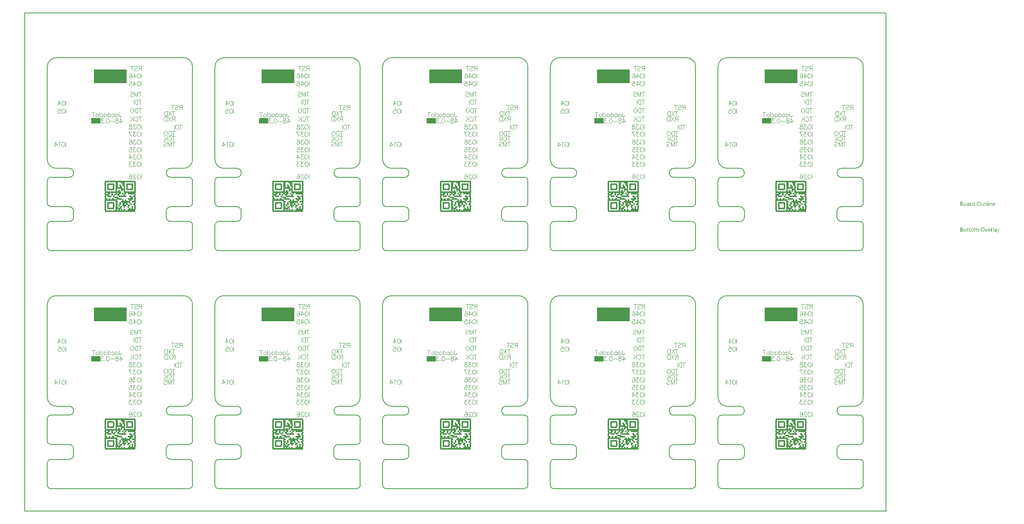
<source format=gbo>
G04*
G04 #@! TF.GenerationSoftware,Altium Limited,Altium Designer,21.6.1 (37)*
G04*
G04 Layer_Color=32896*
%FSAX25Y25*%
%MOIN*%
G70*
G04*
G04 #@! TF.SameCoordinates,92E81899-9559-4C3A-BF10-9AA04FA96A9E*
G04*
G04*
G04 #@! TF.FilePolarity,Positive*
G04*
G01*
G75*
%ADD41C,0.00787*%
%ADD62C,0.00394*%
%ADD105C,0.00315*%
%ADD106R,0.01181X0.01181*%
%ADD107R,0.01181X0.01181*%
%ADD108R,0.05906X0.01181*%
%ADD109R,0.01181X0.01181*%
%ADD110R,0.10630X0.01181*%
%ADD111R,0.02362X0.01181*%
%ADD112R,0.03543X0.01181*%
%ADD113R,0.02362X0.01181*%
%ADD114R,0.01181X0.01181*%
%ADD115R,0.05906X0.01181*%
%ADD116R,0.04724X0.01181*%
%ADD117R,0.03543X0.01181*%
%ADD118R,0.14173X0.01181*%
%ADD119R,0.02362X0.01181*%
%ADD120R,0.27165X0.01181*%
%ADD121R,0.08268X0.01181*%
%ADD122R,0.04724X0.01181*%
%ADD123R,0.07087X0.01181*%
%ADD124R,0.05906X0.01181*%
%ADD125R,0.02362X0.01181*%
%ADD126R,0.07087X0.01181*%
%ADD127R,0.03543X0.01181*%
%ADD128R,0.10630X0.01181*%
%ADD129R,0.07972X0.04575*%
%ADD130R,0.28642X0.12106*%
G36*
X0824898Y0251948D02*
X0824923D01*
X0824979Y0251924D01*
X0825010Y0251905D01*
X0825040Y0251880D01*
X0825047Y0251874D01*
X0825053Y0251868D01*
X0825084Y0251831D01*
X0825109Y0251769D01*
X0825115Y0251732D01*
X0825121Y0251695D01*
Y0251689D01*
Y0251676D01*
X0825115Y0251658D01*
X0825109Y0251633D01*
X0825090Y0251571D01*
X0825065Y0251540D01*
X0825040Y0251509D01*
X0825034D01*
X0825028Y0251497D01*
X0824991Y0251472D01*
X0824935Y0251447D01*
X0824898Y0251441D01*
X0824861Y0251435D01*
X0824842D01*
X0824824Y0251441D01*
X0824799D01*
X0824737Y0251466D01*
X0824706Y0251478D01*
X0824675Y0251503D01*
Y0251509D01*
X0824663Y0251515D01*
X0824650Y0251534D01*
X0824638Y0251552D01*
X0824613Y0251614D01*
X0824607Y0251651D01*
X0824601Y0251695D01*
Y0251701D01*
Y0251713D01*
X0824607Y0251732D01*
X0824613Y0251763D01*
X0824632Y0251818D01*
X0824650Y0251850D01*
X0824675Y0251880D01*
X0824681Y0251887D01*
X0824688Y0251893D01*
X0824725Y0251918D01*
X0824787Y0251942D01*
X0824824Y0251955D01*
X0824879D01*
X0824898Y0251948D01*
D02*
G37*
G36*
X0812908Y0248284D02*
X0812506D01*
Y0248705D01*
X0812493D01*
Y0248699D01*
X0812481Y0248686D01*
X0812462Y0248662D01*
X0812444Y0248631D01*
X0812413Y0248594D01*
X0812376Y0248556D01*
X0812332Y0248513D01*
X0812283Y0248470D01*
X0812227Y0248420D01*
X0812159Y0248377D01*
X0812091Y0248340D01*
X0812010Y0248303D01*
X0811930Y0248272D01*
X0811837Y0248247D01*
X0811738Y0248235D01*
X0811633Y0248228D01*
X0811590D01*
X0811552Y0248235D01*
X0811515Y0248241D01*
X0811466Y0248247D01*
X0811360Y0248272D01*
X0811237Y0248309D01*
X0811113Y0248371D01*
X0811045Y0248408D01*
X0810989Y0248451D01*
X0810927Y0248507D01*
X0810872Y0248563D01*
Y0248569D01*
X0810859Y0248581D01*
X0810847Y0248600D01*
X0810828Y0248624D01*
X0810810Y0248656D01*
X0810785Y0248699D01*
X0810760Y0248748D01*
X0810735Y0248804D01*
X0810704Y0248866D01*
X0810680Y0248934D01*
X0810655Y0249008D01*
X0810636Y0249089D01*
X0810618Y0249175D01*
X0810605Y0249274D01*
X0810599Y0249374D01*
X0810593Y0249479D01*
Y0249485D01*
Y0249503D01*
Y0249541D01*
X0810599Y0249584D01*
X0810605Y0249634D01*
X0810612Y0249695D01*
X0810618Y0249763D01*
X0810630Y0249838D01*
X0810667Y0249999D01*
X0810723Y0250166D01*
X0810760Y0250246D01*
X0810803Y0250327D01*
X0810847Y0250401D01*
X0810903Y0250475D01*
X0810909Y0250482D01*
X0810915Y0250494D01*
X0810933Y0250512D01*
X0810958Y0250537D01*
X0810989Y0250562D01*
X0811032Y0250593D01*
X0811076Y0250630D01*
X0811125Y0250667D01*
X0811249Y0250735D01*
X0811392Y0250797D01*
X0811472Y0250816D01*
X0811559Y0250834D01*
X0811645Y0250847D01*
X0811744Y0250853D01*
X0811794D01*
X0811831Y0250847D01*
X0811868Y0250840D01*
X0811918Y0250834D01*
X0812029Y0250803D01*
X0812153Y0250754D01*
X0812215Y0250723D01*
X0812277Y0250680D01*
X0812339Y0250636D01*
X0812394Y0250581D01*
X0812444Y0250519D01*
X0812493Y0250444D01*
X0812506D01*
Y0252004D01*
X0812908D01*
Y0248284D01*
D02*
G37*
G36*
X0827176Y0250847D02*
X0827250Y0250840D01*
X0827343Y0250822D01*
X0827442Y0250791D01*
X0827547Y0250742D01*
X0827653Y0250673D01*
X0827696Y0250636D01*
X0827739Y0250587D01*
X0827752Y0250574D01*
X0827776Y0250537D01*
X0827807Y0250475D01*
X0827851Y0250389D01*
X0827888Y0250283D01*
X0827925Y0250153D01*
X0827950Y0249999D01*
X0827956Y0249819D01*
Y0248284D01*
X0827554D01*
Y0249714D01*
Y0249720D01*
Y0249751D01*
X0827547Y0249788D01*
Y0249838D01*
X0827535Y0249900D01*
X0827523Y0249968D01*
X0827504Y0250042D01*
X0827479Y0250116D01*
X0827448Y0250191D01*
X0827411Y0250259D01*
X0827362Y0250327D01*
X0827306Y0250389D01*
X0827244Y0250438D01*
X0827164Y0250475D01*
X0827077Y0250506D01*
X0826972Y0250512D01*
X0826959D01*
X0826922Y0250506D01*
X0826867Y0250500D01*
X0826798Y0250482D01*
X0826718Y0250457D01*
X0826631Y0250413D01*
X0826551Y0250358D01*
X0826470Y0250283D01*
X0826464Y0250271D01*
X0826439Y0250246D01*
X0826408Y0250197D01*
X0826371Y0250129D01*
X0826334Y0250048D01*
X0826303Y0249949D01*
X0826278Y0249838D01*
X0826272Y0249714D01*
Y0248284D01*
X0825870D01*
Y0250797D01*
X0826272D01*
Y0250376D01*
X0826285D01*
X0826291Y0250382D01*
X0826297Y0250395D01*
X0826316Y0250420D01*
X0826340Y0250451D01*
X0826365Y0250488D01*
X0826402Y0250525D01*
X0826446Y0250568D01*
X0826495Y0250618D01*
X0826551Y0250661D01*
X0826613Y0250704D01*
X0826681Y0250742D01*
X0826755Y0250779D01*
X0826829Y0250810D01*
X0826916Y0250834D01*
X0827009Y0250847D01*
X0827108Y0250853D01*
X0827145D01*
X0827176Y0250847D01*
D02*
G37*
G36*
X0810178Y0250834D02*
X0810252Y0250828D01*
X0810296Y0250816D01*
X0810327Y0250803D01*
Y0250389D01*
X0810321Y0250395D01*
X0810308Y0250401D01*
X0810283Y0250413D01*
X0810252Y0250432D01*
X0810209Y0250444D01*
X0810153Y0250457D01*
X0810092Y0250463D01*
X0810023Y0250469D01*
X0810011D01*
X0809980Y0250463D01*
X0809931Y0250457D01*
X0809875Y0250438D01*
X0809801Y0250407D01*
X0809733Y0250364D01*
X0809658Y0250302D01*
X0809590Y0250221D01*
X0809584Y0250209D01*
X0809565Y0250178D01*
X0809534Y0250122D01*
X0809503Y0250048D01*
X0809473Y0249955D01*
X0809442Y0249838D01*
X0809423Y0249708D01*
X0809417Y0249559D01*
Y0248284D01*
X0809015D01*
Y0250797D01*
X0809417D01*
Y0250277D01*
X0809429D01*
Y0250283D01*
X0809435Y0250290D01*
X0809448Y0250321D01*
X0809466Y0250370D01*
X0809497Y0250432D01*
X0809528Y0250494D01*
X0809578Y0250562D01*
X0809627Y0250630D01*
X0809689Y0250692D01*
X0809695Y0250698D01*
X0809720Y0250717D01*
X0809757Y0250742D01*
X0809807Y0250766D01*
X0809863Y0250791D01*
X0809931Y0250816D01*
X0810005Y0250834D01*
X0810085Y0250840D01*
X0810141D01*
X0810178Y0250834D01*
D02*
G37*
G36*
X0820918Y0248284D02*
X0820516D01*
Y0248680D01*
X0820503D01*
Y0248674D01*
X0820491Y0248662D01*
X0820478Y0248637D01*
X0820454Y0248612D01*
X0820398Y0248538D01*
X0820311Y0248457D01*
X0820262Y0248414D01*
X0820206Y0248371D01*
X0820144Y0248334D01*
X0820070Y0248296D01*
X0819996Y0248272D01*
X0819915Y0248247D01*
X0819822Y0248235D01*
X0819729Y0248228D01*
X0819692D01*
X0819649Y0248235D01*
X0819587Y0248247D01*
X0819519Y0248259D01*
X0819445Y0248284D01*
X0819364Y0248315D01*
X0819284Y0248364D01*
X0819197Y0248420D01*
X0819117Y0248488D01*
X0819042Y0248575D01*
X0818974Y0248680D01*
X0818912Y0248798D01*
X0818869Y0248940D01*
X0818844Y0249107D01*
X0818832Y0249194D01*
Y0249293D01*
Y0250797D01*
X0819228D01*
Y0249355D01*
Y0249349D01*
Y0249324D01*
X0819234Y0249281D01*
X0819240Y0249231D01*
X0819247Y0249169D01*
X0819259Y0249107D01*
X0819277Y0249033D01*
X0819302Y0248959D01*
X0819339Y0248885D01*
X0819377Y0248816D01*
X0819426Y0248748D01*
X0819488Y0248686D01*
X0819556Y0248637D01*
X0819637Y0248600D01*
X0819736Y0248569D01*
X0819841Y0248563D01*
X0819853D01*
X0819890Y0248569D01*
X0819946Y0248575D01*
X0820008Y0248587D01*
X0820088Y0248618D01*
X0820169Y0248656D01*
X0820249Y0248705D01*
X0820324Y0248779D01*
X0820330Y0248792D01*
X0820355Y0248816D01*
X0820385Y0248866D01*
X0820423Y0248934D01*
X0820454Y0249014D01*
X0820485Y0249113D01*
X0820509Y0249225D01*
X0820516Y0249349D01*
Y0250797D01*
X0820918D01*
Y0248284D01*
D02*
G37*
G36*
X0825053D02*
X0824650D01*
Y0250797D01*
X0825053D01*
Y0248284D01*
D02*
G37*
G36*
X0823833D02*
X0823431D01*
Y0252004D01*
X0823833D01*
Y0248284D01*
D02*
G37*
G36*
X0807455Y0250847D02*
X0807510Y0250840D01*
X0807578Y0250822D01*
X0807653Y0250803D01*
X0807733Y0250772D01*
X0807820Y0250735D01*
X0807900Y0250686D01*
X0807981Y0250624D01*
X0808055Y0250550D01*
X0808123Y0250457D01*
X0808179Y0250352D01*
X0808222Y0250228D01*
X0808247Y0250085D01*
X0808259Y0249918D01*
Y0248284D01*
X0807857D01*
Y0248674D01*
X0807845D01*
Y0248668D01*
X0807832Y0248656D01*
X0807820Y0248631D01*
X0807795Y0248606D01*
X0807733Y0248532D01*
X0807653Y0248451D01*
X0807541Y0248371D01*
X0807411Y0248296D01*
X0807331Y0248272D01*
X0807250Y0248247D01*
X0807164Y0248235D01*
X0807071Y0248228D01*
X0807034D01*
X0807009Y0248235D01*
X0806941Y0248241D01*
X0806860Y0248253D01*
X0806761Y0248278D01*
X0806668Y0248309D01*
X0806569Y0248358D01*
X0806483Y0248420D01*
X0806477Y0248433D01*
X0806452Y0248457D01*
X0806415Y0248501D01*
X0806378Y0248563D01*
X0806340Y0248637D01*
X0806303Y0248724D01*
X0806279Y0248829D01*
X0806272Y0248946D01*
Y0248953D01*
Y0248977D01*
X0806279Y0249014D01*
X0806285Y0249058D01*
X0806297Y0249113D01*
X0806316Y0249175D01*
X0806340Y0249243D01*
X0806378Y0249312D01*
X0806421Y0249386D01*
X0806477Y0249460D01*
X0806545Y0249528D01*
X0806625Y0249590D01*
X0806718Y0249652D01*
X0806829Y0249702D01*
X0806953Y0249739D01*
X0807102Y0249770D01*
X0807857Y0249875D01*
Y0249881D01*
Y0249900D01*
X0807851Y0249937D01*
Y0249974D01*
X0807838Y0250023D01*
X0807832Y0250079D01*
X0807795Y0250197D01*
X0807764Y0250253D01*
X0807733Y0250308D01*
X0807690Y0250364D01*
X0807640Y0250413D01*
X0807578Y0250457D01*
X0807510Y0250488D01*
X0807430Y0250506D01*
X0807337Y0250512D01*
X0807294D01*
X0807263Y0250506D01*
X0807219D01*
X0807176Y0250494D01*
X0807065Y0250475D01*
X0806941Y0250438D01*
X0806805Y0250382D01*
X0806730Y0250345D01*
X0806662Y0250308D01*
X0806588Y0250259D01*
X0806520Y0250203D01*
Y0250618D01*
X0806526D01*
X0806538Y0250630D01*
X0806557Y0250642D01*
X0806588Y0250655D01*
X0806619Y0250673D01*
X0806662Y0250692D01*
X0806712Y0250711D01*
X0806767Y0250735D01*
X0806891Y0250779D01*
X0807040Y0250816D01*
X0807201Y0250840D01*
X0807374Y0250853D01*
X0807411D01*
X0807455Y0250847D01*
D02*
G37*
G36*
X0801766Y0251794D02*
X0801809D01*
X0801853Y0251788D01*
X0801952Y0251775D01*
X0802069Y0251744D01*
X0802193Y0251707D01*
X0802311Y0251651D01*
X0802416Y0251577D01*
X0802422D01*
X0802428Y0251565D01*
X0802459Y0251540D01*
X0802503Y0251490D01*
X0802552Y0251422D01*
X0802596Y0251336D01*
X0802639Y0251237D01*
X0802670Y0251125D01*
X0802682Y0251063D01*
Y0250995D01*
Y0250989D01*
Y0250983D01*
Y0250946D01*
X0802676Y0250890D01*
X0802664Y0250822D01*
X0802645Y0250735D01*
X0802614Y0250649D01*
X0802577Y0250562D01*
X0802521Y0250475D01*
X0802515Y0250463D01*
X0802490Y0250438D01*
X0802453Y0250401D01*
X0802404Y0250352D01*
X0802342Y0250302D01*
X0802267Y0250246D01*
X0802175Y0250203D01*
X0802075Y0250160D01*
Y0250153D01*
X0802094D01*
X0802113Y0250147D01*
X0802131Y0250141D01*
X0802199Y0250129D01*
X0802280Y0250104D01*
X0802366Y0250067D01*
X0802459Y0250023D01*
X0802552Y0249961D01*
X0802639Y0249881D01*
X0802651Y0249869D01*
X0802676Y0249838D01*
X0802707Y0249794D01*
X0802750Y0249726D01*
X0802787Y0249640D01*
X0802824Y0249541D01*
X0802849Y0249423D01*
X0802855Y0249293D01*
Y0249287D01*
Y0249274D01*
Y0249250D01*
X0802849Y0249219D01*
X0802843Y0249182D01*
X0802837Y0249138D01*
X0802812Y0249033D01*
X0802775Y0248915D01*
X0802719Y0248792D01*
X0802682Y0248736D01*
X0802639Y0248674D01*
X0802583Y0248618D01*
X0802527Y0248563D01*
X0802521D01*
X0802515Y0248550D01*
X0802496Y0248538D01*
X0802472Y0248519D01*
X0802441Y0248501D01*
X0802397Y0248476D01*
X0802305Y0248426D01*
X0802187Y0248371D01*
X0802051Y0248327D01*
X0801890Y0248296D01*
X0801809Y0248290D01*
X0801717Y0248284D01*
X0800689D01*
Y0251800D01*
X0801735D01*
X0801766Y0251794D01*
D02*
G37*
G36*
X0822261Y0250797D02*
X0822899D01*
Y0250451D01*
X0822261D01*
Y0249033D01*
Y0249021D01*
Y0248990D01*
X0822267Y0248946D01*
X0822274Y0248891D01*
X0822298Y0248773D01*
X0822317Y0248717D01*
X0822348Y0248674D01*
X0822354Y0248668D01*
X0822366Y0248656D01*
X0822385Y0248643D01*
X0822416Y0248624D01*
X0822453Y0248600D01*
X0822503Y0248587D01*
X0822564Y0248575D01*
X0822633Y0248569D01*
X0822657D01*
X0822688Y0248575D01*
X0822725Y0248581D01*
X0822812Y0248606D01*
X0822855Y0248624D01*
X0822899Y0248649D01*
Y0248303D01*
X0822892D01*
X0822874Y0248290D01*
X0822843Y0248284D01*
X0822800Y0248272D01*
X0822744Y0248259D01*
X0822682Y0248247D01*
X0822608Y0248241D01*
X0822521Y0248235D01*
X0822490D01*
X0822459Y0248241D01*
X0822416Y0248247D01*
X0822366Y0248259D01*
X0822311Y0248272D01*
X0822255Y0248296D01*
X0822193Y0248327D01*
X0822131Y0248364D01*
X0822069Y0248414D01*
X0822013Y0248470D01*
X0821964Y0248544D01*
X0821921Y0248624D01*
X0821890Y0248724D01*
X0821865Y0248835D01*
X0821859Y0248965D01*
Y0250451D01*
X0821432D01*
Y0250797D01*
X0821859D01*
Y0251410D01*
X0822261Y0251540D01*
Y0250797D01*
D02*
G37*
G36*
X0829788Y0250847D02*
X0829832Y0250840D01*
X0829875Y0250834D01*
X0829986Y0250816D01*
X0830110Y0250772D01*
X0830234Y0250717D01*
X0830296Y0250680D01*
X0830358Y0250636D01*
X0830413Y0250587D01*
X0830469Y0250531D01*
X0830475Y0250525D01*
X0830481Y0250519D01*
X0830494Y0250500D01*
X0830512Y0250475D01*
X0830531Y0250438D01*
X0830556Y0250401D01*
X0830581Y0250358D01*
X0830605Y0250302D01*
X0830630Y0250240D01*
X0830655Y0250178D01*
X0830680Y0250104D01*
X0830698Y0250023D01*
X0830717Y0249937D01*
X0830729Y0249850D01*
X0830741Y0249751D01*
Y0249646D01*
Y0249435D01*
X0828965D01*
Y0249429D01*
Y0249417D01*
Y0249398D01*
X0828971Y0249367D01*
X0828977Y0249330D01*
Y0249293D01*
X0828996Y0249194D01*
X0829027Y0249095D01*
X0829064Y0248984D01*
X0829120Y0248878D01*
X0829188Y0248785D01*
X0829200Y0248773D01*
X0829225Y0248748D01*
X0829274Y0248717D01*
X0829342Y0248674D01*
X0829429Y0248631D01*
X0829528Y0248600D01*
X0829646Y0248575D01*
X0829782Y0248563D01*
X0829825D01*
X0829856Y0248569D01*
X0829893D01*
X0829937Y0248575D01*
X0830042Y0248600D01*
X0830159Y0248631D01*
X0830289Y0248680D01*
X0830426Y0248748D01*
X0830494Y0248792D01*
X0830562Y0248841D01*
Y0248464D01*
X0830556D01*
X0830550Y0248451D01*
X0830531Y0248445D01*
X0830500Y0248426D01*
X0830469Y0248408D01*
X0830432Y0248389D01*
X0830382Y0248371D01*
X0830333Y0248346D01*
X0830271Y0248321D01*
X0830203Y0248303D01*
X0830054Y0248266D01*
X0829881Y0248241D01*
X0829689Y0248228D01*
X0829640D01*
X0829602Y0248235D01*
X0829559Y0248241D01*
X0829503Y0248247D01*
X0829386Y0248272D01*
X0829250Y0248309D01*
X0829113Y0248371D01*
X0829045Y0248414D01*
X0828977Y0248457D01*
X0828915Y0248507D01*
X0828854Y0248569D01*
X0828847Y0248575D01*
X0828841Y0248587D01*
X0828829Y0248606D01*
X0828804Y0248631D01*
X0828785Y0248668D01*
X0828761Y0248711D01*
X0828730Y0248761D01*
X0828705Y0248816D01*
X0828674Y0248878D01*
X0828649Y0248953D01*
X0828618Y0249033D01*
X0828600Y0249120D01*
X0828581Y0249213D01*
X0828563Y0249312D01*
X0828556Y0249417D01*
X0828550Y0249528D01*
Y0249534D01*
Y0249553D01*
Y0249584D01*
X0828556Y0249627D01*
X0828563Y0249677D01*
X0828569Y0249732D01*
X0828575Y0249801D01*
X0828594Y0249869D01*
X0828631Y0250017D01*
X0828686Y0250178D01*
X0828724Y0250259D01*
X0828773Y0250333D01*
X0828823Y0250413D01*
X0828878Y0250482D01*
X0828884Y0250488D01*
X0828897Y0250500D01*
X0828915Y0250519D01*
X0828940Y0250537D01*
X0828971Y0250568D01*
X0829008Y0250599D01*
X0829058Y0250630D01*
X0829107Y0250667D01*
X0829225Y0250735D01*
X0829367Y0250797D01*
X0829448Y0250816D01*
X0829528Y0250834D01*
X0829615Y0250847D01*
X0829708Y0250853D01*
X0829757D01*
X0829788Y0250847D01*
D02*
G37*
G36*
X0816746Y0251856D02*
X0816808Y0251850D01*
X0816882Y0251837D01*
X0816963Y0251818D01*
X0817049Y0251800D01*
X0817136Y0251775D01*
X0817235Y0251744D01*
X0817328Y0251701D01*
X0817427Y0251651D01*
X0817526Y0251596D01*
X0817619Y0251528D01*
X0817712Y0251453D01*
X0817798Y0251367D01*
X0817804Y0251361D01*
X0817817Y0251342D01*
X0817841Y0251317D01*
X0817866Y0251280D01*
X0817903Y0251231D01*
X0817941Y0251169D01*
X0817978Y0251100D01*
X0818021Y0251026D01*
X0818064Y0250933D01*
X0818101Y0250840D01*
X0818139Y0250735D01*
X0818176Y0250618D01*
X0818200Y0250500D01*
X0818225Y0250370D01*
X0818238Y0250228D01*
X0818244Y0250085D01*
Y0250073D01*
Y0250048D01*
Y0250005D01*
X0818238Y0249943D01*
X0818231Y0249869D01*
X0818219Y0249788D01*
X0818207Y0249695D01*
X0818188Y0249590D01*
X0818163Y0249485D01*
X0818132Y0249374D01*
X0818095Y0249262D01*
X0818052Y0249151D01*
X0817996Y0249033D01*
X0817934Y0248928D01*
X0817866Y0248823D01*
X0817786Y0248724D01*
X0817780Y0248717D01*
X0817767Y0248705D01*
X0817736Y0248680D01*
X0817705Y0248649D01*
X0817656Y0248606D01*
X0817600Y0248569D01*
X0817538Y0248519D01*
X0817464Y0248476D01*
X0817383Y0248433D01*
X0817290Y0248383D01*
X0817192Y0248346D01*
X0817080Y0248309D01*
X0816963Y0248272D01*
X0816839Y0248247D01*
X0816709Y0248235D01*
X0816566Y0248228D01*
X0816535D01*
X0816492Y0248235D01*
X0816442D01*
X0816381Y0248241D01*
X0816306Y0248253D01*
X0816226Y0248272D01*
X0816133Y0248290D01*
X0816040Y0248315D01*
X0815941Y0248346D01*
X0815842Y0248389D01*
X0815743Y0248433D01*
X0815644Y0248488D01*
X0815545Y0248556D01*
X0815452Y0248631D01*
X0815365Y0248717D01*
X0815359Y0248724D01*
X0815347Y0248742D01*
X0815322Y0248767D01*
X0815297Y0248804D01*
X0815260Y0248853D01*
X0815223Y0248915D01*
X0815186Y0248984D01*
X0815143Y0249064D01*
X0815099Y0249151D01*
X0815062Y0249243D01*
X0815025Y0249349D01*
X0814988Y0249466D01*
X0814963Y0249584D01*
X0814938Y0249714D01*
X0814926Y0249856D01*
X0814920Y0249999D01*
Y0250011D01*
Y0250036D01*
X0814926Y0250079D01*
Y0250141D01*
X0814932Y0250209D01*
X0814944Y0250296D01*
X0814957Y0250389D01*
X0814975Y0250488D01*
X0815000Y0250593D01*
X0815031Y0250704D01*
X0815068Y0250816D01*
X0815112Y0250927D01*
X0815167Y0251039D01*
X0815229Y0251150D01*
X0815297Y0251255D01*
X0815378Y0251354D01*
X0815384Y0251361D01*
X0815396Y0251379D01*
X0815427Y0251404D01*
X0815464Y0251435D01*
X0815508Y0251472D01*
X0815563Y0251515D01*
X0815632Y0251559D01*
X0815706Y0251608D01*
X0815793Y0251658D01*
X0815885Y0251701D01*
X0815985Y0251744D01*
X0816096Y0251781D01*
X0816220Y0251812D01*
X0816350Y0251843D01*
X0816486Y0251856D01*
X0816628Y0251862D01*
X0816696D01*
X0816746Y0251856D01*
D02*
G37*
G36*
X0804719Y0250847D02*
X0804762Y0250840D01*
X0804818Y0250834D01*
X0804941Y0250810D01*
X0805084Y0250766D01*
X0805226Y0250704D01*
X0805301Y0250667D01*
X0805369Y0250624D01*
X0805437Y0250568D01*
X0805499Y0250506D01*
X0805505Y0250500D01*
X0805511Y0250488D01*
X0805529Y0250469D01*
X0805548Y0250444D01*
X0805573Y0250407D01*
X0805598Y0250364D01*
X0805629Y0250314D01*
X0805659Y0250259D01*
X0805684Y0250191D01*
X0805715Y0250122D01*
X0805740Y0250042D01*
X0805765Y0249955D01*
X0805783Y0249863D01*
X0805802Y0249763D01*
X0805808Y0249658D01*
X0805814Y0249547D01*
Y0249541D01*
Y0249522D01*
Y0249491D01*
X0805808Y0249448D01*
X0805802Y0249398D01*
X0805796Y0249336D01*
X0805783Y0249274D01*
X0805771Y0249200D01*
X0805734Y0249052D01*
X0805672Y0248891D01*
X0805635Y0248810D01*
X0805585Y0248730D01*
X0805536Y0248656D01*
X0805474Y0248587D01*
X0805468Y0248581D01*
X0805455Y0248575D01*
X0805437Y0248556D01*
X0805412Y0248532D01*
X0805375Y0248507D01*
X0805338Y0248476D01*
X0805288Y0248439D01*
X0805232Y0248408D01*
X0805171Y0248377D01*
X0805102Y0248340D01*
X0805028Y0248309D01*
X0804948Y0248284D01*
X0804861Y0248259D01*
X0804768Y0248247D01*
X0804669Y0248235D01*
X0804564Y0248228D01*
X0804508D01*
X0804471Y0248235D01*
X0804428Y0248241D01*
X0804372Y0248247D01*
X0804310Y0248259D01*
X0804242Y0248272D01*
X0804100Y0248315D01*
X0803951Y0248377D01*
X0803877Y0248414D01*
X0803809Y0248464D01*
X0803741Y0248513D01*
X0803673Y0248575D01*
X0803666Y0248581D01*
X0803660Y0248594D01*
X0803642Y0248612D01*
X0803623Y0248637D01*
X0803598Y0248674D01*
X0803567Y0248717D01*
X0803536Y0248767D01*
X0803512Y0248823D01*
X0803481Y0248891D01*
X0803450Y0248959D01*
X0803419Y0249033D01*
X0803394Y0249120D01*
X0803357Y0249305D01*
X0803351Y0249404D01*
X0803345Y0249510D01*
Y0249516D01*
Y0249541D01*
Y0249572D01*
X0803351Y0249615D01*
X0803357Y0249664D01*
X0803363Y0249726D01*
X0803375Y0249794D01*
X0803388Y0249869D01*
X0803425Y0250030D01*
X0803487Y0250191D01*
X0803530Y0250271D01*
X0803574Y0250352D01*
X0803623Y0250426D01*
X0803685Y0250494D01*
X0803691Y0250500D01*
X0803703Y0250512D01*
X0803722Y0250525D01*
X0803747Y0250550D01*
X0803784Y0250574D01*
X0803827Y0250605D01*
X0803877Y0250642D01*
X0803932Y0250673D01*
X0803994Y0250704D01*
X0804069Y0250742D01*
X0804143Y0250772D01*
X0804230Y0250797D01*
X0804316Y0250822D01*
X0804415Y0250840D01*
X0804521Y0250847D01*
X0804626Y0250853D01*
X0804681D01*
X0804719Y0250847D01*
D02*
G37*
G36*
X0815625Y0228351D02*
X0815681Y0228339D01*
X0815743Y0228327D01*
X0815811Y0228302D01*
X0815892Y0228271D01*
X0815966Y0228227D01*
X0816046Y0228178D01*
X0816121Y0228110D01*
X0816189Y0228023D01*
X0816251Y0227924D01*
X0816306Y0227813D01*
X0816343Y0227670D01*
X0816374Y0227516D01*
X0816381Y0227336D01*
Y0225789D01*
X0815978D01*
Y0227231D01*
Y0227237D01*
Y0227249D01*
Y0227268D01*
Y0227299D01*
X0815972Y0227373D01*
X0815960Y0227460D01*
X0815947Y0227559D01*
X0815923Y0227658D01*
X0815892Y0227751D01*
X0815848Y0227831D01*
X0815842Y0227837D01*
X0815823Y0227862D01*
X0815793Y0227893D01*
X0815743Y0227924D01*
X0815687Y0227961D01*
X0815613Y0227986D01*
X0815520Y0228011D01*
X0815415Y0228017D01*
X0815403D01*
X0815372Y0228011D01*
X0815322Y0228005D01*
X0815260Y0227986D01*
X0815192Y0227961D01*
X0815118Y0227918D01*
X0815044Y0227862D01*
X0814975Y0227782D01*
X0814969Y0227769D01*
X0814951Y0227738D01*
X0814920Y0227689D01*
X0814889Y0227621D01*
X0814852Y0227540D01*
X0814827Y0227448D01*
X0814802Y0227336D01*
X0814796Y0227219D01*
Y0225789D01*
X0814394D01*
Y0227280D01*
Y0227287D01*
Y0227311D01*
X0814387Y0227348D01*
Y0227398D01*
X0814375Y0227454D01*
X0814363Y0227516D01*
X0814344Y0227577D01*
X0814326Y0227652D01*
X0814295Y0227720D01*
X0814257Y0227782D01*
X0814208Y0227844D01*
X0814152Y0227899D01*
X0814090Y0227949D01*
X0814010Y0227986D01*
X0813923Y0228011D01*
X0813824Y0228017D01*
X0813812D01*
X0813781Y0228011D01*
X0813731Y0228005D01*
X0813669Y0227992D01*
X0813601Y0227961D01*
X0813527Y0227924D01*
X0813453Y0227868D01*
X0813385Y0227794D01*
X0813379Y0227782D01*
X0813360Y0227757D01*
X0813329Y0227708D01*
X0813298Y0227639D01*
X0813267Y0227559D01*
X0813236Y0227460D01*
X0813218Y0227348D01*
X0813211Y0227219D01*
Y0225789D01*
X0812809D01*
Y0228302D01*
X0813211D01*
Y0227899D01*
X0813224D01*
X0813230Y0227906D01*
X0813236Y0227918D01*
X0813255Y0227943D01*
X0813273Y0227974D01*
X0813335Y0228042D01*
X0813422Y0228128D01*
X0813533Y0228215D01*
X0813663Y0228283D01*
X0813744Y0228314D01*
X0813824Y0228339D01*
X0813911Y0228351D01*
X0814004Y0228357D01*
X0814047D01*
X0814097Y0228351D01*
X0814158Y0228339D01*
X0814227Y0228320D01*
X0814301Y0228295D01*
X0814375Y0228265D01*
X0814449Y0228215D01*
X0814456Y0228209D01*
X0814480Y0228190D01*
X0814511Y0228159D01*
X0814555Y0228116D01*
X0814598Y0228060D01*
X0814641Y0227998D01*
X0814685Y0227924D01*
X0814715Y0227837D01*
X0814722Y0227844D01*
X0814728Y0227862D01*
X0814746Y0227887D01*
X0814765Y0227918D01*
X0814796Y0227961D01*
X0814833Y0228005D01*
X0814876Y0228048D01*
X0814926Y0228097D01*
X0814982Y0228147D01*
X0815044Y0228190D01*
X0815112Y0228240D01*
X0815186Y0228277D01*
X0815266Y0228308D01*
X0815353Y0228333D01*
X0815452Y0228351D01*
X0815551Y0228357D01*
X0815588D01*
X0815625Y0228351D01*
D02*
G37*
G36*
X0828501Y0228339D02*
X0828575Y0228333D01*
X0828618Y0228320D01*
X0828649Y0228308D01*
Y0227893D01*
X0828643Y0227899D01*
X0828631Y0227906D01*
X0828606Y0227918D01*
X0828575Y0227937D01*
X0828532Y0227949D01*
X0828476Y0227961D01*
X0828414Y0227968D01*
X0828346Y0227974D01*
X0828333D01*
X0828302Y0227968D01*
X0828253Y0227961D01*
X0828197Y0227943D01*
X0828123Y0227912D01*
X0828055Y0227868D01*
X0827981Y0227806D01*
X0827913Y0227726D01*
X0827906Y0227714D01*
X0827888Y0227683D01*
X0827857Y0227627D01*
X0827826Y0227553D01*
X0827795Y0227460D01*
X0827764Y0227342D01*
X0827745Y0227212D01*
X0827739Y0227064D01*
Y0225789D01*
X0827337D01*
Y0228302D01*
X0827739D01*
Y0227782D01*
X0827752D01*
Y0227788D01*
X0827758Y0227794D01*
X0827770Y0227825D01*
X0827789Y0227875D01*
X0827820Y0227937D01*
X0827851Y0227998D01*
X0827900Y0228066D01*
X0827950Y0228135D01*
X0828012Y0228197D01*
X0828018Y0228203D01*
X0828043Y0228221D01*
X0828080Y0228246D01*
X0828129Y0228271D01*
X0828185Y0228295D01*
X0828253Y0228320D01*
X0828327Y0228339D01*
X0828408Y0228345D01*
X0828463D01*
X0828501Y0228339D01*
D02*
G37*
G36*
X0833706Y0225386D02*
X0833700Y0225380D01*
X0833694Y0225355D01*
X0833675Y0225312D01*
X0833651Y0225262D01*
X0833620Y0225207D01*
X0833576Y0225139D01*
X0833533Y0225071D01*
X0833484Y0224996D01*
X0833422Y0224922D01*
X0833360Y0224854D01*
X0833286Y0224786D01*
X0833205Y0224730D01*
X0833125Y0224681D01*
X0833032Y0224637D01*
X0832939Y0224612D01*
X0832834Y0224606D01*
X0832778D01*
X0832741Y0224612D01*
X0832660Y0224625D01*
X0832574Y0224643D01*
Y0225002D01*
X0832580D01*
X0832598Y0224996D01*
X0832623Y0224990D01*
X0832654Y0224984D01*
X0832728Y0224965D01*
X0832809Y0224959D01*
X0832821D01*
X0832858Y0224965D01*
X0832914Y0224978D01*
X0832982Y0225002D01*
X0833057Y0225046D01*
X0833094Y0225077D01*
X0833131Y0225114D01*
X0833168Y0225151D01*
X0833205Y0225201D01*
X0833236Y0225256D01*
X0833267Y0225318D01*
X0833471Y0225789D01*
X0832487Y0228302D01*
X0832933D01*
X0833614Y0226364D01*
Y0226358D01*
X0833620Y0226346D01*
X0833626Y0226327D01*
X0833632Y0226302D01*
X0833638Y0226265D01*
X0833651Y0226228D01*
X0833663Y0226172D01*
X0833682D01*
Y0226185D01*
X0833694Y0226222D01*
X0833706Y0226278D01*
X0833731Y0226358D01*
X0834443Y0228302D01*
X0834858D01*
X0833706Y0225386D01*
D02*
G37*
G36*
X0823276Y0225789D02*
X0822880D01*
X0821927Y0228302D01*
X0822366D01*
X0823010Y0226476D01*
X0823016Y0226469D01*
X0823022Y0226445D01*
X0823035Y0226401D01*
X0823047Y0226358D01*
X0823060Y0226302D01*
X0823078Y0226240D01*
X0823097Y0226123D01*
X0823103D01*
Y0226129D01*
X0823109Y0226154D01*
X0823115Y0226191D01*
X0823121Y0226234D01*
X0823134Y0226290D01*
X0823146Y0226346D01*
X0823183Y0226463D01*
X0823852Y0228302D01*
X0824273D01*
X0823276Y0225789D01*
D02*
G37*
G36*
X0831299Y0228351D02*
X0831354Y0228345D01*
X0831422Y0228327D01*
X0831497Y0228308D01*
X0831577Y0228277D01*
X0831664Y0228240D01*
X0831744Y0228190D01*
X0831825Y0228128D01*
X0831899Y0228054D01*
X0831967Y0227961D01*
X0832023Y0227856D01*
X0832066Y0227732D01*
X0832091Y0227590D01*
X0832103Y0227423D01*
Y0225789D01*
X0831701D01*
Y0226179D01*
X0831688D01*
Y0226172D01*
X0831676Y0226160D01*
X0831664Y0226135D01*
X0831639Y0226111D01*
X0831577Y0226036D01*
X0831497Y0225956D01*
X0831385Y0225875D01*
X0831255Y0225801D01*
X0831175Y0225776D01*
X0831094Y0225751D01*
X0831008Y0225739D01*
X0830915Y0225733D01*
X0830878D01*
X0830853Y0225739D01*
X0830785Y0225745D01*
X0830704Y0225758D01*
X0830605Y0225782D01*
X0830512Y0225813D01*
X0830413Y0225863D01*
X0830327Y0225925D01*
X0830320Y0225937D01*
X0830296Y0225962D01*
X0830259Y0226005D01*
X0830221Y0226067D01*
X0830184Y0226141D01*
X0830147Y0226228D01*
X0830122Y0226333D01*
X0830116Y0226451D01*
Y0226457D01*
Y0226482D01*
X0830122Y0226519D01*
X0830129Y0226562D01*
X0830141Y0226618D01*
X0830159Y0226680D01*
X0830184Y0226748D01*
X0830221Y0226816D01*
X0830265Y0226890D01*
X0830320Y0226965D01*
X0830389Y0227033D01*
X0830469Y0227095D01*
X0830562Y0227157D01*
X0830673Y0227206D01*
X0830797Y0227243D01*
X0830946Y0227274D01*
X0831701Y0227379D01*
Y0227386D01*
Y0227404D01*
X0831695Y0227441D01*
Y0227479D01*
X0831682Y0227528D01*
X0831676Y0227584D01*
X0831639Y0227701D01*
X0831608Y0227757D01*
X0831577Y0227813D01*
X0831534Y0227868D01*
X0831484Y0227918D01*
X0831422Y0227961D01*
X0831354Y0227992D01*
X0831274Y0228011D01*
X0831181Y0228017D01*
X0831138D01*
X0831107Y0228011D01*
X0831063D01*
X0831020Y0227998D01*
X0830908Y0227980D01*
X0830785Y0227943D01*
X0830649Y0227887D01*
X0830574Y0227850D01*
X0830506Y0227813D01*
X0830432Y0227763D01*
X0830364Y0227708D01*
Y0228122D01*
X0830370D01*
X0830382Y0228135D01*
X0830401Y0228147D01*
X0830432Y0228159D01*
X0830463Y0228178D01*
X0830506Y0228197D01*
X0830556Y0228215D01*
X0830611Y0228240D01*
X0830735Y0228283D01*
X0830884Y0228320D01*
X0831045Y0228345D01*
X0831218Y0228357D01*
X0831255D01*
X0831299Y0228351D01*
D02*
G37*
G36*
X0829485Y0225789D02*
X0829082D01*
Y0229509D01*
X0829485D01*
Y0225789D01*
D02*
G37*
G36*
X0801766Y0229298D02*
X0801809D01*
X0801853Y0229292D01*
X0801952Y0229280D01*
X0802069Y0229249D01*
X0802193Y0229212D01*
X0802311Y0229156D01*
X0802416Y0229082D01*
X0802422D01*
X0802428Y0229069D01*
X0802459Y0229045D01*
X0802503Y0228995D01*
X0802552Y0228927D01*
X0802596Y0228840D01*
X0802639Y0228741D01*
X0802670Y0228630D01*
X0802682Y0228568D01*
Y0228500D01*
Y0228494D01*
Y0228487D01*
Y0228450D01*
X0802676Y0228395D01*
X0802664Y0228327D01*
X0802645Y0228240D01*
X0802614Y0228153D01*
X0802577Y0228066D01*
X0802521Y0227980D01*
X0802515Y0227968D01*
X0802490Y0227943D01*
X0802453Y0227906D01*
X0802404Y0227856D01*
X0802342Y0227806D01*
X0802267Y0227751D01*
X0802175Y0227708D01*
X0802075Y0227664D01*
Y0227658D01*
X0802094D01*
X0802113Y0227652D01*
X0802131Y0227646D01*
X0802199Y0227633D01*
X0802280Y0227608D01*
X0802366Y0227571D01*
X0802459Y0227528D01*
X0802552Y0227466D01*
X0802639Y0227386D01*
X0802651Y0227373D01*
X0802676Y0227342D01*
X0802707Y0227299D01*
X0802750Y0227231D01*
X0802787Y0227144D01*
X0802824Y0227045D01*
X0802849Y0226927D01*
X0802855Y0226798D01*
Y0226791D01*
Y0226779D01*
Y0226754D01*
X0802849Y0226723D01*
X0802843Y0226686D01*
X0802837Y0226643D01*
X0802812Y0226538D01*
X0802775Y0226420D01*
X0802719Y0226296D01*
X0802682Y0226240D01*
X0802639Y0226179D01*
X0802583Y0226123D01*
X0802527Y0226067D01*
X0802521D01*
X0802515Y0226055D01*
X0802496Y0226042D01*
X0802472Y0226024D01*
X0802441Y0226005D01*
X0802397Y0225980D01*
X0802305Y0225931D01*
X0802187Y0225875D01*
X0802051Y0225832D01*
X0801890Y0225801D01*
X0801809Y0225795D01*
X0801717Y0225789D01*
X0800689D01*
Y0229305D01*
X0801735D01*
X0801766Y0229298D01*
D02*
G37*
G36*
X0808693Y0228302D02*
X0809330D01*
Y0227955D01*
X0808693D01*
Y0226538D01*
Y0226525D01*
Y0226494D01*
X0808699Y0226451D01*
X0808705Y0226395D01*
X0808730Y0226278D01*
X0808748Y0226222D01*
X0808779Y0226179D01*
X0808786Y0226172D01*
X0808798Y0226160D01*
X0808816Y0226148D01*
X0808847Y0226129D01*
X0808885Y0226104D01*
X0808934Y0226092D01*
X0808996Y0226080D01*
X0809064Y0226073D01*
X0809089D01*
X0809120Y0226080D01*
X0809157Y0226086D01*
X0809243Y0226111D01*
X0809287Y0226129D01*
X0809330Y0226154D01*
Y0225807D01*
X0809324D01*
X0809305Y0225795D01*
X0809274Y0225789D01*
X0809231Y0225776D01*
X0809175Y0225764D01*
X0809114Y0225751D01*
X0809039Y0225745D01*
X0808953Y0225739D01*
X0808922D01*
X0808891Y0225745D01*
X0808847Y0225751D01*
X0808798Y0225764D01*
X0808742Y0225776D01*
X0808686Y0225801D01*
X0808624Y0225832D01*
X0808563Y0225869D01*
X0808501Y0225919D01*
X0808445Y0225974D01*
X0808395Y0226049D01*
X0808352Y0226129D01*
X0808321Y0226228D01*
X0808296Y0226340D01*
X0808290Y0226469D01*
Y0227955D01*
X0807863D01*
Y0228302D01*
X0808290D01*
Y0228914D01*
X0808693Y0229045D01*
Y0228302D01*
D02*
G37*
G36*
X0806990D02*
X0807628D01*
Y0227955D01*
X0806990D01*
Y0226538D01*
Y0226525D01*
Y0226494D01*
X0806997Y0226451D01*
X0807003Y0226395D01*
X0807028Y0226278D01*
X0807046Y0226222D01*
X0807077Y0226179D01*
X0807083Y0226172D01*
X0807096Y0226160D01*
X0807114Y0226148D01*
X0807145Y0226129D01*
X0807182Y0226104D01*
X0807232Y0226092D01*
X0807294Y0226080D01*
X0807362Y0226073D01*
X0807386D01*
X0807417Y0226080D01*
X0807455Y0226086D01*
X0807541Y0226111D01*
X0807585Y0226129D01*
X0807628Y0226154D01*
Y0225807D01*
X0807622D01*
X0807603Y0225795D01*
X0807572Y0225789D01*
X0807529Y0225776D01*
X0807473Y0225764D01*
X0807411Y0225751D01*
X0807337Y0225745D01*
X0807250Y0225739D01*
X0807219D01*
X0807189Y0225745D01*
X0807145Y0225751D01*
X0807096Y0225764D01*
X0807040Y0225776D01*
X0806984Y0225801D01*
X0806922Y0225832D01*
X0806860Y0225869D01*
X0806798Y0225919D01*
X0806743Y0225974D01*
X0806693Y0226049D01*
X0806650Y0226129D01*
X0806619Y0226228D01*
X0806594Y0226340D01*
X0806588Y0226469D01*
Y0227955D01*
X0806161D01*
Y0228302D01*
X0806588D01*
Y0228914D01*
X0806990Y0229045D01*
Y0228302D01*
D02*
G37*
G36*
X0825777Y0228351D02*
X0825820Y0228345D01*
X0825864Y0228339D01*
X0825975Y0228320D01*
X0826099Y0228277D01*
X0826223Y0228221D01*
X0826285Y0228184D01*
X0826346Y0228141D01*
X0826402Y0228091D01*
X0826458Y0228036D01*
X0826464Y0228029D01*
X0826470Y0228023D01*
X0826483Y0228005D01*
X0826501Y0227980D01*
X0826520Y0227943D01*
X0826545Y0227906D01*
X0826569Y0227862D01*
X0826594Y0227806D01*
X0826619Y0227745D01*
X0826644Y0227683D01*
X0826668Y0227608D01*
X0826687Y0227528D01*
X0826705Y0227441D01*
X0826718Y0227355D01*
X0826730Y0227256D01*
Y0227150D01*
Y0226940D01*
X0824954D01*
Y0226934D01*
Y0226921D01*
Y0226903D01*
X0824960Y0226872D01*
X0824966Y0226835D01*
Y0226798D01*
X0824985Y0226698D01*
X0825016Y0226600D01*
X0825053Y0226488D01*
X0825109Y0226383D01*
X0825177Y0226290D01*
X0825189Y0226278D01*
X0825214Y0226253D01*
X0825263Y0226222D01*
X0825331Y0226179D01*
X0825418Y0226135D01*
X0825517Y0226104D01*
X0825635Y0226080D01*
X0825771Y0226067D01*
X0825814D01*
X0825845Y0226073D01*
X0825882D01*
X0825926Y0226080D01*
X0826031Y0226104D01*
X0826148Y0226135D01*
X0826278Y0226185D01*
X0826415Y0226253D01*
X0826483Y0226296D01*
X0826551Y0226346D01*
Y0225968D01*
X0826545D01*
X0826538Y0225956D01*
X0826520Y0225950D01*
X0826489Y0225931D01*
X0826458Y0225912D01*
X0826421Y0225894D01*
X0826371Y0225875D01*
X0826322Y0225851D01*
X0826260Y0225826D01*
X0826192Y0225807D01*
X0826043Y0225770D01*
X0825870Y0225745D01*
X0825678Y0225733D01*
X0825628D01*
X0825591Y0225739D01*
X0825548Y0225745D01*
X0825492Y0225751D01*
X0825375Y0225776D01*
X0825239Y0225813D01*
X0825102Y0225875D01*
X0825034Y0225919D01*
X0824966Y0225962D01*
X0824904Y0226011D01*
X0824842Y0226073D01*
X0824836Y0226080D01*
X0824830Y0226092D01*
X0824818Y0226111D01*
X0824793Y0226135D01*
X0824774Y0226172D01*
X0824749Y0226216D01*
X0824718Y0226265D01*
X0824694Y0226321D01*
X0824663Y0226383D01*
X0824638Y0226457D01*
X0824607Y0226538D01*
X0824589Y0226624D01*
X0824570Y0226717D01*
X0824551Y0226816D01*
X0824545Y0226921D01*
X0824539Y0227033D01*
Y0227039D01*
Y0227058D01*
Y0227088D01*
X0824545Y0227132D01*
X0824551Y0227181D01*
X0824558Y0227237D01*
X0824564Y0227305D01*
X0824582Y0227373D01*
X0824619Y0227522D01*
X0824675Y0227683D01*
X0824712Y0227763D01*
X0824762Y0227837D01*
X0824811Y0227918D01*
X0824867Y0227986D01*
X0824873Y0227992D01*
X0824886Y0228005D01*
X0824904Y0228023D01*
X0824929Y0228042D01*
X0824960Y0228073D01*
X0824997Y0228104D01*
X0825047Y0228135D01*
X0825096Y0228172D01*
X0825214Y0228240D01*
X0825356Y0228302D01*
X0825437Y0228320D01*
X0825517Y0228339D01*
X0825604Y0228351D01*
X0825697Y0228357D01*
X0825746D01*
X0825777Y0228351D01*
D02*
G37*
G36*
X0820163Y0229360D02*
X0820225Y0229354D01*
X0820299Y0229342D01*
X0820379Y0229323D01*
X0820466Y0229305D01*
X0820553Y0229280D01*
X0820652Y0229249D01*
X0820745Y0229205D01*
X0820844Y0229156D01*
X0820943Y0229100D01*
X0821035Y0229032D01*
X0821128Y0228958D01*
X0821215Y0228871D01*
X0821221Y0228865D01*
X0821234Y0228846D01*
X0821258Y0228822D01*
X0821283Y0228784D01*
X0821320Y0228735D01*
X0821357Y0228673D01*
X0821395Y0228605D01*
X0821438Y0228531D01*
X0821481Y0228438D01*
X0821518Y0228345D01*
X0821556Y0228240D01*
X0821593Y0228122D01*
X0821617Y0228005D01*
X0821642Y0227875D01*
X0821655Y0227732D01*
X0821661Y0227590D01*
Y0227577D01*
Y0227553D01*
Y0227509D01*
X0821655Y0227448D01*
X0821648Y0227373D01*
X0821636Y0227293D01*
X0821624Y0227200D01*
X0821605Y0227095D01*
X0821580Y0226989D01*
X0821549Y0226878D01*
X0821512Y0226767D01*
X0821469Y0226655D01*
X0821413Y0226538D01*
X0821351Y0226432D01*
X0821283Y0226327D01*
X0821203Y0226228D01*
X0821196Y0226222D01*
X0821184Y0226209D01*
X0821153Y0226185D01*
X0821122Y0226154D01*
X0821073Y0226111D01*
X0821017Y0226073D01*
X0820955Y0226024D01*
X0820881Y0225980D01*
X0820800Y0225937D01*
X0820707Y0225888D01*
X0820608Y0225851D01*
X0820497Y0225813D01*
X0820379Y0225776D01*
X0820256Y0225751D01*
X0820126Y0225739D01*
X0819983Y0225733D01*
X0819952D01*
X0819909Y0225739D01*
X0819859D01*
X0819798Y0225745D01*
X0819723Y0225758D01*
X0819643Y0225776D01*
X0819550Y0225795D01*
X0819457Y0225819D01*
X0819358Y0225851D01*
X0819259Y0225894D01*
X0819160Y0225937D01*
X0819061Y0225993D01*
X0818962Y0226061D01*
X0818869Y0226135D01*
X0818782Y0226222D01*
X0818776Y0226228D01*
X0818764Y0226247D01*
X0818739Y0226271D01*
X0818714Y0226308D01*
X0818677Y0226358D01*
X0818640Y0226420D01*
X0818603Y0226488D01*
X0818559Y0226569D01*
X0818516Y0226655D01*
X0818479Y0226748D01*
X0818442Y0226853D01*
X0818405Y0226971D01*
X0818380Y0227088D01*
X0818355Y0227219D01*
X0818343Y0227361D01*
X0818337Y0227503D01*
Y0227516D01*
Y0227540D01*
X0818343Y0227584D01*
Y0227646D01*
X0818349Y0227714D01*
X0818361Y0227800D01*
X0818374Y0227893D01*
X0818392Y0227992D01*
X0818417Y0228097D01*
X0818448Y0228209D01*
X0818485Y0228320D01*
X0818528Y0228432D01*
X0818584Y0228543D01*
X0818646Y0228655D01*
X0818714Y0228760D01*
X0818795Y0228859D01*
X0818801Y0228865D01*
X0818813Y0228884D01*
X0818844Y0228908D01*
X0818881Y0228939D01*
X0818925Y0228976D01*
X0818980Y0229020D01*
X0819049Y0229063D01*
X0819123Y0229113D01*
X0819209Y0229162D01*
X0819302Y0229205D01*
X0819401Y0229249D01*
X0819513Y0229286D01*
X0819637Y0229317D01*
X0819767Y0229348D01*
X0819903Y0229360D01*
X0820045Y0229366D01*
X0820113D01*
X0820163Y0229360D01*
D02*
G37*
G36*
X0811070Y0228351D02*
X0811113Y0228345D01*
X0811169Y0228339D01*
X0811292Y0228314D01*
X0811435Y0228271D01*
X0811577Y0228209D01*
X0811652Y0228172D01*
X0811720Y0228128D01*
X0811788Y0228073D01*
X0811849Y0228011D01*
X0811856Y0228005D01*
X0811862Y0227992D01*
X0811880Y0227974D01*
X0811899Y0227949D01*
X0811924Y0227912D01*
X0811949Y0227868D01*
X0811979Y0227819D01*
X0812010Y0227763D01*
X0812035Y0227695D01*
X0812066Y0227627D01*
X0812091Y0227547D01*
X0812116Y0227460D01*
X0812134Y0227367D01*
X0812153Y0227268D01*
X0812159Y0227163D01*
X0812165Y0227051D01*
Y0227045D01*
Y0227027D01*
Y0226996D01*
X0812159Y0226952D01*
X0812153Y0226903D01*
X0812147Y0226841D01*
X0812134Y0226779D01*
X0812122Y0226705D01*
X0812085Y0226556D01*
X0812023Y0226395D01*
X0811986Y0226315D01*
X0811936Y0226234D01*
X0811887Y0226160D01*
X0811825Y0226092D01*
X0811819Y0226086D01*
X0811806Y0226080D01*
X0811788Y0226061D01*
X0811763Y0226036D01*
X0811726Y0226011D01*
X0811689Y0225980D01*
X0811639Y0225943D01*
X0811583Y0225912D01*
X0811522Y0225881D01*
X0811453Y0225844D01*
X0811379Y0225813D01*
X0811299Y0225789D01*
X0811212Y0225764D01*
X0811119Y0225751D01*
X0811020Y0225739D01*
X0810915Y0225733D01*
X0810859D01*
X0810822Y0225739D01*
X0810779Y0225745D01*
X0810723Y0225751D01*
X0810661Y0225764D01*
X0810593Y0225776D01*
X0810451Y0225819D01*
X0810302Y0225881D01*
X0810228Y0225919D01*
X0810160Y0225968D01*
X0810092Y0226018D01*
X0810023Y0226080D01*
X0810017Y0226086D01*
X0810011Y0226098D01*
X0809993Y0226117D01*
X0809974Y0226141D01*
X0809949Y0226179D01*
X0809918Y0226222D01*
X0809887Y0226271D01*
X0809863Y0226327D01*
X0809832Y0226395D01*
X0809801Y0226463D01*
X0809770Y0226538D01*
X0809745Y0226624D01*
X0809708Y0226810D01*
X0809702Y0226909D01*
X0809695Y0227014D01*
Y0227020D01*
Y0227045D01*
Y0227076D01*
X0809702Y0227119D01*
X0809708Y0227169D01*
X0809714Y0227231D01*
X0809726Y0227299D01*
X0809739Y0227373D01*
X0809776Y0227534D01*
X0809838Y0227695D01*
X0809881Y0227776D01*
X0809924Y0227856D01*
X0809974Y0227930D01*
X0810036Y0227998D01*
X0810042Y0228005D01*
X0810054Y0228017D01*
X0810073Y0228029D01*
X0810098Y0228054D01*
X0810135Y0228079D01*
X0810178Y0228110D01*
X0810228Y0228147D01*
X0810283Y0228178D01*
X0810345Y0228209D01*
X0810420Y0228246D01*
X0810494Y0228277D01*
X0810581Y0228302D01*
X0810667Y0228327D01*
X0810766Y0228345D01*
X0810872Y0228351D01*
X0810977Y0228357D01*
X0811032D01*
X0811070Y0228351D01*
D02*
G37*
G36*
X0804719D02*
X0804762Y0228345D01*
X0804818Y0228339D01*
X0804941Y0228314D01*
X0805084Y0228271D01*
X0805226Y0228209D01*
X0805301Y0228172D01*
X0805369Y0228128D01*
X0805437Y0228073D01*
X0805499Y0228011D01*
X0805505Y0228005D01*
X0805511Y0227992D01*
X0805529Y0227974D01*
X0805548Y0227949D01*
X0805573Y0227912D01*
X0805598Y0227868D01*
X0805629Y0227819D01*
X0805659Y0227763D01*
X0805684Y0227695D01*
X0805715Y0227627D01*
X0805740Y0227547D01*
X0805765Y0227460D01*
X0805783Y0227367D01*
X0805802Y0227268D01*
X0805808Y0227163D01*
X0805814Y0227051D01*
Y0227045D01*
Y0227027D01*
Y0226996D01*
X0805808Y0226952D01*
X0805802Y0226903D01*
X0805796Y0226841D01*
X0805783Y0226779D01*
X0805771Y0226705D01*
X0805734Y0226556D01*
X0805672Y0226395D01*
X0805635Y0226315D01*
X0805585Y0226234D01*
X0805536Y0226160D01*
X0805474Y0226092D01*
X0805468Y0226086D01*
X0805455Y0226080D01*
X0805437Y0226061D01*
X0805412Y0226036D01*
X0805375Y0226011D01*
X0805338Y0225980D01*
X0805288Y0225943D01*
X0805232Y0225912D01*
X0805171Y0225881D01*
X0805102Y0225844D01*
X0805028Y0225813D01*
X0804948Y0225789D01*
X0804861Y0225764D01*
X0804768Y0225751D01*
X0804669Y0225739D01*
X0804564Y0225733D01*
X0804508D01*
X0804471Y0225739D01*
X0804428Y0225745D01*
X0804372Y0225751D01*
X0804310Y0225764D01*
X0804242Y0225776D01*
X0804100Y0225819D01*
X0803951Y0225881D01*
X0803877Y0225919D01*
X0803809Y0225968D01*
X0803741Y0226018D01*
X0803673Y0226080D01*
X0803666Y0226086D01*
X0803660Y0226098D01*
X0803642Y0226117D01*
X0803623Y0226141D01*
X0803598Y0226179D01*
X0803567Y0226222D01*
X0803536Y0226271D01*
X0803512Y0226327D01*
X0803481Y0226395D01*
X0803450Y0226463D01*
X0803419Y0226538D01*
X0803394Y0226624D01*
X0803357Y0226810D01*
X0803351Y0226909D01*
X0803345Y0227014D01*
Y0227020D01*
Y0227045D01*
Y0227076D01*
X0803351Y0227119D01*
X0803357Y0227169D01*
X0803363Y0227231D01*
X0803375Y0227299D01*
X0803388Y0227373D01*
X0803425Y0227534D01*
X0803487Y0227695D01*
X0803530Y0227776D01*
X0803574Y0227856D01*
X0803623Y0227930D01*
X0803685Y0227998D01*
X0803691Y0228005D01*
X0803703Y0228017D01*
X0803722Y0228029D01*
X0803747Y0228054D01*
X0803784Y0228079D01*
X0803827Y0228110D01*
X0803877Y0228147D01*
X0803932Y0228178D01*
X0803994Y0228209D01*
X0804069Y0228246D01*
X0804143Y0228277D01*
X0804230Y0228302D01*
X0804316Y0228327D01*
X0804415Y0228345D01*
X0804521Y0228351D01*
X0804626Y0228357D01*
X0804681D01*
X0804719Y0228351D01*
D02*
G37*
%LPC*%
G36*
X0811794Y0250512D02*
X0811757D01*
X0811732Y0250506D01*
X0811664Y0250500D01*
X0811583Y0250482D01*
X0811491Y0250444D01*
X0811392Y0250395D01*
X0811299Y0250333D01*
X0811255Y0250290D01*
X0811212Y0250240D01*
X0811206Y0250228D01*
X0811181Y0250191D01*
X0811144Y0250129D01*
X0811107Y0250048D01*
X0811070Y0249943D01*
X0811032Y0249813D01*
X0811008Y0249664D01*
X0811001Y0249497D01*
Y0249491D01*
Y0249479D01*
Y0249454D01*
X0811008Y0249423D01*
Y0249392D01*
X0811014Y0249349D01*
X0811026Y0249250D01*
X0811051Y0249138D01*
X0811088Y0249027D01*
X0811138Y0248915D01*
X0811206Y0248810D01*
X0811218Y0248798D01*
X0811243Y0248773D01*
X0811286Y0248730D01*
X0811348Y0248686D01*
X0811429Y0248643D01*
X0811522Y0248600D01*
X0811627Y0248575D01*
X0811751Y0248563D01*
X0811781D01*
X0811806Y0248569D01*
X0811868Y0248575D01*
X0811942Y0248594D01*
X0812029Y0248624D01*
X0812122Y0248662D01*
X0812209Y0248724D01*
X0812295Y0248804D01*
X0812301Y0248816D01*
X0812326Y0248847D01*
X0812363Y0248903D01*
X0812400Y0248971D01*
X0812438Y0249058D01*
X0812475Y0249163D01*
X0812500Y0249287D01*
X0812506Y0249417D01*
Y0249788D01*
Y0249794D01*
Y0249801D01*
Y0249838D01*
X0812493Y0249893D01*
X0812481Y0249968D01*
X0812456Y0250048D01*
X0812419Y0250135D01*
X0812370Y0250221D01*
X0812301Y0250302D01*
X0812295Y0250308D01*
X0812264Y0250333D01*
X0812221Y0250370D01*
X0812165Y0250407D01*
X0812091Y0250444D01*
X0812004Y0250482D01*
X0811905Y0250506D01*
X0811794Y0250512D01*
D02*
G37*
G36*
X0807857Y0249553D02*
X0807250Y0249466D01*
X0807238D01*
X0807207Y0249460D01*
X0807158Y0249448D01*
X0807096Y0249435D01*
X0807028Y0249417D01*
X0806953Y0249392D01*
X0806891Y0249367D01*
X0806829Y0249330D01*
X0806823Y0249324D01*
X0806805Y0249312D01*
X0806786Y0249287D01*
X0806761Y0249250D01*
X0806730Y0249200D01*
X0806712Y0249138D01*
X0806693Y0249064D01*
X0806687Y0248977D01*
Y0248971D01*
Y0248946D01*
X0806693Y0248915D01*
X0806706Y0248872D01*
X0806718Y0248823D01*
X0806743Y0248773D01*
X0806774Y0248724D01*
X0806817Y0248674D01*
X0806823Y0248668D01*
X0806842Y0248656D01*
X0806873Y0248637D01*
X0806910Y0248618D01*
X0806959Y0248600D01*
X0807021Y0248581D01*
X0807089Y0248569D01*
X0807170Y0248563D01*
X0807182D01*
X0807219Y0248569D01*
X0807275Y0248575D01*
X0807343Y0248587D01*
X0807417Y0248612D01*
X0807504Y0248649D01*
X0807585Y0248705D01*
X0807659Y0248773D01*
X0807665Y0248785D01*
X0807690Y0248810D01*
X0807721Y0248853D01*
X0807758Y0248915D01*
X0807795Y0248996D01*
X0807826Y0249083D01*
X0807851Y0249188D01*
X0807857Y0249299D01*
Y0249553D01*
D02*
G37*
G36*
X0801574Y0251429D02*
X0801104D01*
Y0250290D01*
X0801580D01*
X0801642Y0250296D01*
X0801717Y0250308D01*
X0801803Y0250327D01*
X0801896Y0250358D01*
X0801976Y0250395D01*
X0802057Y0250451D01*
X0802063Y0250457D01*
X0802088Y0250482D01*
X0802119Y0250519D01*
X0802156Y0250574D01*
X0802187Y0250636D01*
X0802218Y0250717D01*
X0802243Y0250810D01*
X0802249Y0250915D01*
Y0250921D01*
Y0250940D01*
X0802243Y0250964D01*
X0802236Y0250995D01*
X0802212Y0251076D01*
X0802193Y0251125D01*
X0802162Y0251175D01*
X0802131Y0251218D01*
X0802082Y0251268D01*
X0802032Y0251311D01*
X0801964Y0251348D01*
X0801890Y0251379D01*
X0801797Y0251404D01*
X0801692Y0251422D01*
X0801574Y0251429D01*
D02*
G37*
G36*
Y0249918D02*
X0801104D01*
Y0248656D01*
X0801723D01*
X0801785Y0248662D01*
X0801871Y0248674D01*
X0801958Y0248699D01*
X0802051Y0248724D01*
X0802144Y0248767D01*
X0802224Y0248823D01*
X0802230Y0248829D01*
X0802255Y0248853D01*
X0802286Y0248891D01*
X0802323Y0248946D01*
X0802360Y0249014D01*
X0802391Y0249095D01*
X0802416Y0249194D01*
X0802422Y0249299D01*
Y0249305D01*
Y0249324D01*
X0802416Y0249355D01*
X0802410Y0249398D01*
X0802397Y0249442D01*
X0802379Y0249497D01*
X0802354Y0249553D01*
X0802317Y0249609D01*
X0802274Y0249664D01*
X0802218Y0249720D01*
X0802150Y0249776D01*
X0802063Y0249819D01*
X0801970Y0249863D01*
X0801853Y0249893D01*
X0801723Y0249912D01*
X0801574Y0249918D01*
D02*
G37*
G36*
X0829702Y0250512D02*
X0829652D01*
X0829602Y0250500D01*
X0829534Y0250488D01*
X0829460Y0250463D01*
X0829373Y0250426D01*
X0829293Y0250376D01*
X0829212Y0250308D01*
X0829206Y0250302D01*
X0829181Y0250271D01*
X0829151Y0250228D01*
X0829107Y0250166D01*
X0829064Y0250092D01*
X0829027Y0249999D01*
X0828996Y0249893D01*
X0828971Y0249776D01*
X0830327D01*
Y0249782D01*
Y0249794D01*
Y0249807D01*
Y0249832D01*
X0830320Y0249900D01*
X0830308Y0249974D01*
X0830283Y0250067D01*
X0830259Y0250153D01*
X0830215Y0250240D01*
X0830159Y0250321D01*
X0830153Y0250327D01*
X0830129Y0250352D01*
X0830091Y0250382D01*
X0830042Y0250420D01*
X0829974Y0250451D01*
X0829893Y0250482D01*
X0829807Y0250506D01*
X0829702Y0250512D01*
D02*
G37*
G36*
X0816597Y0251484D02*
X0816542D01*
X0816504Y0251478D01*
X0816455Y0251472D01*
X0816405Y0251466D01*
X0816343Y0251453D01*
X0816275Y0251435D01*
X0816133Y0251385D01*
X0816059Y0251354D01*
X0815978Y0251317D01*
X0815904Y0251268D01*
X0815830Y0251212D01*
X0815762Y0251150D01*
X0815693Y0251082D01*
X0815687Y0251076D01*
X0815681Y0251063D01*
X0815663Y0251039D01*
X0815638Y0251008D01*
X0815613Y0250971D01*
X0815588Y0250921D01*
X0815557Y0250865D01*
X0815526Y0250803D01*
X0815489Y0250729D01*
X0815458Y0250655D01*
X0815434Y0250568D01*
X0815409Y0250475D01*
X0815384Y0250376D01*
X0815365Y0250265D01*
X0815359Y0250153D01*
X0815353Y0250036D01*
Y0250030D01*
Y0250005D01*
Y0249974D01*
X0815359Y0249931D01*
X0815365Y0249875D01*
X0815372Y0249807D01*
X0815384Y0249739D01*
X0815396Y0249664D01*
X0815434Y0249497D01*
X0815495Y0249318D01*
X0815533Y0249231D01*
X0815576Y0249151D01*
X0815632Y0249064D01*
X0815687Y0248990D01*
X0815693Y0248984D01*
X0815706Y0248971D01*
X0815724Y0248953D01*
X0815749Y0248928D01*
X0815780Y0248897D01*
X0815823Y0248866D01*
X0815873Y0248829D01*
X0815923Y0248792D01*
X0815985Y0248755D01*
X0816053Y0248717D01*
X0816201Y0248656D01*
X0816288Y0248631D01*
X0816374Y0248612D01*
X0816467Y0248600D01*
X0816566Y0248594D01*
X0816622D01*
X0816665Y0248600D01*
X0816709Y0248606D01*
X0816771Y0248612D01*
X0816833Y0248624D01*
X0816901Y0248643D01*
X0817043Y0248686D01*
X0817123Y0248717D01*
X0817198Y0248755D01*
X0817272Y0248798D01*
X0817346Y0248847D01*
X0817414Y0248903D01*
X0817482Y0248971D01*
X0817489Y0248977D01*
X0817495Y0248990D01*
X0817513Y0249008D01*
X0817532Y0249039D01*
X0817563Y0249083D01*
X0817588Y0249126D01*
X0817619Y0249182D01*
X0817650Y0249243D01*
X0817680Y0249318D01*
X0817712Y0249398D01*
X0817742Y0249485D01*
X0817767Y0249578D01*
X0817786Y0249677D01*
X0817804Y0249788D01*
X0817811Y0249906D01*
X0817817Y0250030D01*
Y0250036D01*
Y0250061D01*
Y0250098D01*
X0817811Y0250141D01*
X0817804Y0250203D01*
X0817798Y0250271D01*
X0817792Y0250345D01*
X0817773Y0250426D01*
X0817736Y0250593D01*
X0817680Y0250772D01*
X0817643Y0250859D01*
X0817600Y0250946D01*
X0817544Y0251026D01*
X0817489Y0251100D01*
X0817482Y0251107D01*
X0817476Y0251119D01*
X0817458Y0251138D01*
X0817427Y0251162D01*
X0817396Y0251187D01*
X0817359Y0251224D01*
X0817309Y0251255D01*
X0817260Y0251292D01*
X0817198Y0251329D01*
X0817130Y0251361D01*
X0817055Y0251398D01*
X0816975Y0251422D01*
X0816888Y0251447D01*
X0816801Y0251466D01*
X0816702Y0251478D01*
X0816597Y0251484D01*
D02*
G37*
G36*
X0804595Y0250512D02*
X0804558D01*
X0804533Y0250506D01*
X0804459Y0250500D01*
X0804372Y0250482D01*
X0804273Y0250451D01*
X0804168Y0250401D01*
X0804069Y0250333D01*
X0804019Y0250296D01*
X0803976Y0250246D01*
X0803963Y0250234D01*
X0803939Y0250197D01*
X0803908Y0250141D01*
X0803864Y0250061D01*
X0803821Y0249955D01*
X0803790Y0249832D01*
X0803765Y0249689D01*
X0803753Y0249522D01*
Y0249516D01*
Y0249503D01*
Y0249479D01*
X0803759Y0249448D01*
Y0249411D01*
X0803765Y0249367D01*
X0803784Y0249268D01*
X0803809Y0249157D01*
X0803852Y0249039D01*
X0803908Y0248922D01*
X0803982Y0248816D01*
X0803994Y0248804D01*
X0804025Y0248779D01*
X0804075Y0248736D01*
X0804143Y0248693D01*
X0804230Y0248643D01*
X0804335Y0248600D01*
X0804459Y0248575D01*
X0804595Y0248563D01*
X0804632D01*
X0804657Y0248569D01*
X0804731Y0248575D01*
X0804818Y0248594D01*
X0804910Y0248624D01*
X0805016Y0248668D01*
X0805109Y0248730D01*
X0805195Y0248810D01*
X0805202Y0248823D01*
X0805226Y0248860D01*
X0805263Y0248915D01*
X0805301Y0248996D01*
X0805338Y0249101D01*
X0805375Y0249225D01*
X0805400Y0249367D01*
X0805406Y0249534D01*
Y0249541D01*
Y0249553D01*
Y0249578D01*
Y0249615D01*
X0805400Y0249652D01*
X0805393Y0249695D01*
X0805381Y0249801D01*
X0805356Y0249918D01*
X0805319Y0250036D01*
X0805263Y0250153D01*
X0805195Y0250259D01*
X0805183Y0250271D01*
X0805158Y0250296D01*
X0805109Y0250339D01*
X0805040Y0250389D01*
X0804954Y0250432D01*
X0804855Y0250475D01*
X0804731Y0250500D01*
X0804595Y0250512D01*
D02*
G37*
G36*
X0831701Y0227058D02*
X0831094Y0226971D01*
X0831082D01*
X0831051Y0226965D01*
X0831001Y0226952D01*
X0830939Y0226940D01*
X0830871Y0226921D01*
X0830797Y0226897D01*
X0830735Y0226872D01*
X0830673Y0226835D01*
X0830667Y0226829D01*
X0830649Y0226816D01*
X0830630Y0226791D01*
X0830605Y0226754D01*
X0830574Y0226705D01*
X0830556Y0226643D01*
X0830537Y0226569D01*
X0830531Y0226482D01*
Y0226476D01*
Y0226451D01*
X0830537Y0226420D01*
X0830550Y0226377D01*
X0830562Y0226327D01*
X0830587Y0226278D01*
X0830618Y0226228D01*
X0830661Y0226179D01*
X0830667Y0226172D01*
X0830686Y0226160D01*
X0830717Y0226141D01*
X0830754Y0226123D01*
X0830803Y0226104D01*
X0830865Y0226086D01*
X0830933Y0226073D01*
X0831014Y0226067D01*
X0831026D01*
X0831063Y0226073D01*
X0831119Y0226080D01*
X0831187Y0226092D01*
X0831261Y0226117D01*
X0831348Y0226154D01*
X0831429Y0226209D01*
X0831503Y0226278D01*
X0831509Y0226290D01*
X0831534Y0226315D01*
X0831565Y0226358D01*
X0831602Y0226420D01*
X0831639Y0226500D01*
X0831670Y0226587D01*
X0831695Y0226692D01*
X0831701Y0226804D01*
Y0227058D01*
D02*
G37*
G36*
X0801574Y0228933D02*
X0801104D01*
Y0227794D01*
X0801580D01*
X0801642Y0227800D01*
X0801717Y0227813D01*
X0801803Y0227831D01*
X0801896Y0227862D01*
X0801976Y0227899D01*
X0802057Y0227955D01*
X0802063Y0227961D01*
X0802088Y0227986D01*
X0802119Y0228023D01*
X0802156Y0228079D01*
X0802187Y0228141D01*
X0802218Y0228221D01*
X0802243Y0228314D01*
X0802249Y0228419D01*
Y0228426D01*
Y0228444D01*
X0802243Y0228469D01*
X0802236Y0228500D01*
X0802212Y0228580D01*
X0802193Y0228630D01*
X0802162Y0228679D01*
X0802131Y0228723D01*
X0802082Y0228772D01*
X0802032Y0228816D01*
X0801964Y0228853D01*
X0801890Y0228884D01*
X0801797Y0228908D01*
X0801692Y0228927D01*
X0801574Y0228933D01*
D02*
G37*
G36*
Y0227423D02*
X0801104D01*
Y0226160D01*
X0801723D01*
X0801785Y0226166D01*
X0801871Y0226179D01*
X0801958Y0226203D01*
X0802051Y0226228D01*
X0802144Y0226271D01*
X0802224Y0226327D01*
X0802230Y0226333D01*
X0802255Y0226358D01*
X0802286Y0226395D01*
X0802323Y0226451D01*
X0802360Y0226519D01*
X0802391Y0226600D01*
X0802416Y0226698D01*
X0802422Y0226804D01*
Y0226810D01*
Y0226829D01*
X0802416Y0226859D01*
X0802410Y0226903D01*
X0802397Y0226946D01*
X0802379Y0227002D01*
X0802354Y0227058D01*
X0802317Y0227113D01*
X0802274Y0227169D01*
X0802218Y0227225D01*
X0802150Y0227280D01*
X0802063Y0227324D01*
X0801970Y0227367D01*
X0801853Y0227398D01*
X0801723Y0227417D01*
X0801574Y0227423D01*
D02*
G37*
G36*
X0825690Y0228017D02*
X0825641D01*
X0825591Y0228005D01*
X0825523Y0227992D01*
X0825449Y0227968D01*
X0825362Y0227930D01*
X0825282Y0227881D01*
X0825201Y0227813D01*
X0825195Y0227806D01*
X0825170Y0227776D01*
X0825140Y0227732D01*
X0825096Y0227670D01*
X0825053Y0227596D01*
X0825016Y0227503D01*
X0824985Y0227398D01*
X0824960Y0227280D01*
X0826316D01*
Y0227287D01*
Y0227299D01*
Y0227311D01*
Y0227336D01*
X0826309Y0227404D01*
X0826297Y0227479D01*
X0826272Y0227571D01*
X0826248Y0227658D01*
X0826204Y0227745D01*
X0826148Y0227825D01*
X0826142Y0227831D01*
X0826118Y0227856D01*
X0826080Y0227887D01*
X0826031Y0227924D01*
X0825963Y0227955D01*
X0825882Y0227986D01*
X0825796Y0228011D01*
X0825690Y0228017D01*
D02*
G37*
G36*
X0820014Y0228989D02*
X0819958D01*
X0819921Y0228983D01*
X0819872Y0228976D01*
X0819822Y0228970D01*
X0819760Y0228958D01*
X0819692Y0228939D01*
X0819550Y0228890D01*
X0819476Y0228859D01*
X0819395Y0228822D01*
X0819321Y0228772D01*
X0819247Y0228716D01*
X0819178Y0228655D01*
X0819110Y0228587D01*
X0819104Y0228580D01*
X0819098Y0228568D01*
X0819079Y0228543D01*
X0819055Y0228512D01*
X0819030Y0228475D01*
X0819005Y0228426D01*
X0818974Y0228370D01*
X0818943Y0228308D01*
X0818906Y0228234D01*
X0818875Y0228159D01*
X0818850Y0228073D01*
X0818826Y0227980D01*
X0818801Y0227881D01*
X0818782Y0227769D01*
X0818776Y0227658D01*
X0818770Y0227540D01*
Y0227534D01*
Y0227509D01*
Y0227479D01*
X0818776Y0227435D01*
X0818782Y0227379D01*
X0818789Y0227311D01*
X0818801Y0227243D01*
X0818813Y0227169D01*
X0818850Y0227002D01*
X0818912Y0226822D01*
X0818950Y0226736D01*
X0818993Y0226655D01*
X0819049Y0226569D01*
X0819104Y0226494D01*
X0819110Y0226488D01*
X0819123Y0226476D01*
X0819141Y0226457D01*
X0819166Y0226432D01*
X0819197Y0226401D01*
X0819240Y0226370D01*
X0819290Y0226333D01*
X0819339Y0226296D01*
X0819401Y0226259D01*
X0819469Y0226222D01*
X0819618Y0226160D01*
X0819705Y0226135D01*
X0819791Y0226117D01*
X0819884Y0226104D01*
X0819983Y0226098D01*
X0820039D01*
X0820082Y0226104D01*
X0820126Y0226111D01*
X0820187Y0226117D01*
X0820249Y0226129D01*
X0820317Y0226148D01*
X0820460Y0226191D01*
X0820540Y0226222D01*
X0820615Y0226259D01*
X0820689Y0226302D01*
X0820763Y0226352D01*
X0820831Y0226408D01*
X0820899Y0226476D01*
X0820905Y0226482D01*
X0820912Y0226494D01*
X0820930Y0226513D01*
X0820949Y0226544D01*
X0820980Y0226587D01*
X0821004Y0226630D01*
X0821035Y0226686D01*
X0821066Y0226748D01*
X0821097Y0226822D01*
X0821128Y0226903D01*
X0821159Y0226989D01*
X0821184Y0227082D01*
X0821203Y0227181D01*
X0821221Y0227293D01*
X0821227Y0227410D01*
X0821234Y0227534D01*
Y0227540D01*
Y0227565D01*
Y0227602D01*
X0821227Y0227646D01*
X0821221Y0227708D01*
X0821215Y0227776D01*
X0821209Y0227850D01*
X0821190Y0227930D01*
X0821153Y0228097D01*
X0821097Y0228277D01*
X0821060Y0228364D01*
X0821017Y0228450D01*
X0820961Y0228531D01*
X0820905Y0228605D01*
X0820899Y0228611D01*
X0820893Y0228624D01*
X0820875Y0228642D01*
X0820844Y0228667D01*
X0820813Y0228692D01*
X0820776Y0228729D01*
X0820726Y0228760D01*
X0820677Y0228797D01*
X0820615Y0228834D01*
X0820547Y0228865D01*
X0820472Y0228902D01*
X0820392Y0228927D01*
X0820305Y0228952D01*
X0820218Y0228970D01*
X0820119Y0228983D01*
X0820014Y0228989D01*
D02*
G37*
G36*
X0810946Y0228017D02*
X0810909D01*
X0810884Y0228011D01*
X0810810Y0228005D01*
X0810723Y0227986D01*
X0810624Y0227955D01*
X0810519Y0227906D01*
X0810420Y0227837D01*
X0810370Y0227800D01*
X0810327Y0227751D01*
X0810314Y0227738D01*
X0810290Y0227701D01*
X0810259Y0227646D01*
X0810215Y0227565D01*
X0810172Y0227460D01*
X0810141Y0227336D01*
X0810116Y0227194D01*
X0810104Y0227027D01*
Y0227020D01*
Y0227008D01*
Y0226983D01*
X0810110Y0226952D01*
Y0226915D01*
X0810116Y0226872D01*
X0810135Y0226773D01*
X0810160Y0226661D01*
X0810203Y0226544D01*
X0810259Y0226426D01*
X0810333Y0226321D01*
X0810345Y0226308D01*
X0810376Y0226284D01*
X0810426Y0226240D01*
X0810494Y0226197D01*
X0810581Y0226148D01*
X0810686Y0226104D01*
X0810810Y0226080D01*
X0810946Y0226067D01*
X0810983D01*
X0811008Y0226073D01*
X0811082Y0226080D01*
X0811169Y0226098D01*
X0811261Y0226129D01*
X0811367Y0226172D01*
X0811460Y0226234D01*
X0811546Y0226315D01*
X0811552Y0226327D01*
X0811577Y0226364D01*
X0811614Y0226420D01*
X0811652Y0226500D01*
X0811689Y0226606D01*
X0811726Y0226729D01*
X0811751Y0226872D01*
X0811757Y0227039D01*
Y0227045D01*
Y0227058D01*
Y0227082D01*
Y0227119D01*
X0811751Y0227157D01*
X0811744Y0227200D01*
X0811732Y0227305D01*
X0811707Y0227423D01*
X0811670Y0227540D01*
X0811614Y0227658D01*
X0811546Y0227763D01*
X0811534Y0227776D01*
X0811509Y0227800D01*
X0811460Y0227844D01*
X0811392Y0227893D01*
X0811305Y0227937D01*
X0811206Y0227980D01*
X0811082Y0228005D01*
X0810946Y0228017D01*
D02*
G37*
G36*
X0804595D02*
X0804558D01*
X0804533Y0228011D01*
X0804459Y0228005D01*
X0804372Y0227986D01*
X0804273Y0227955D01*
X0804168Y0227906D01*
X0804069Y0227837D01*
X0804019Y0227800D01*
X0803976Y0227751D01*
X0803963Y0227738D01*
X0803939Y0227701D01*
X0803908Y0227646D01*
X0803864Y0227565D01*
X0803821Y0227460D01*
X0803790Y0227336D01*
X0803765Y0227194D01*
X0803753Y0227027D01*
Y0227020D01*
Y0227008D01*
Y0226983D01*
X0803759Y0226952D01*
Y0226915D01*
X0803765Y0226872D01*
X0803784Y0226773D01*
X0803809Y0226661D01*
X0803852Y0226544D01*
X0803908Y0226426D01*
X0803982Y0226321D01*
X0803994Y0226308D01*
X0804025Y0226284D01*
X0804075Y0226240D01*
X0804143Y0226197D01*
X0804230Y0226148D01*
X0804335Y0226104D01*
X0804459Y0226080D01*
X0804595Y0226067D01*
X0804632D01*
X0804657Y0226073D01*
X0804731Y0226080D01*
X0804818Y0226098D01*
X0804910Y0226129D01*
X0805016Y0226172D01*
X0805109Y0226234D01*
X0805195Y0226315D01*
X0805202Y0226327D01*
X0805226Y0226364D01*
X0805263Y0226420D01*
X0805301Y0226500D01*
X0805338Y0226606D01*
X0805375Y0226729D01*
X0805400Y0226872D01*
X0805406Y0227039D01*
Y0227045D01*
Y0227058D01*
Y0227082D01*
Y0227119D01*
X0805400Y0227157D01*
X0805393Y0227200D01*
X0805381Y0227305D01*
X0805356Y0227423D01*
X0805319Y0227540D01*
X0805263Y0227658D01*
X0805195Y0227763D01*
X0805183Y0227776D01*
X0805158Y0227800D01*
X0805109Y0227844D01*
X0805040Y0227893D01*
X0804954Y0227937D01*
X0804855Y0227980D01*
X0804731Y0228005D01*
X0804595Y0228017D01*
D02*
G37*
%LPD*%
D41*
X0735098Y0417717D02*
X0735099Y-0019685D01*
X-0019685D02*
X0735098D01*
X-0019685Y0417717D02*
X0735098D01*
X-0019685Y-0019685D02*
Y0417717D01*
X0000000Y0003150D02*
G03*
X0003150Y0000000I0003145J-0000004D01*
G01*
X0003150Y0025748D02*
G03*
X0000000Y0022598I-0000004J-0003145D01*
G01*
X0019094Y0025748D02*
G03*
X0023031Y0029687I-0000002J0003939D01*
G01*
Y0034803D02*
G03*
X0019094Y0038740I-0003937J0000000D01*
G01*
X0000000Y0041890D02*
G03*
X0003150Y0038740I0003145J-0000004D01*
G01*
X0003150Y0064488D02*
G03*
X0000000Y0061339I-0000004J-0003145D01*
G01*
X0019094Y0064488D02*
G03*
X0019094Y0072366I-0000002J0003939D01*
G01*
X0000004Y0080240D02*
G03*
X0007878Y0072366I0007877J0000003D01*
G01*
X0007878Y0169449D02*
G03*
X0000004Y0161575I0000000J-0007874D01*
G01*
X0127319D02*
G03*
X0119445Y0169449I-0007874J0000000D01*
G01*
Y0072366D02*
G03*
X0127319Y0080240I-0000003J0007877D01*
G01*
X0108228Y0072366D02*
G03*
X0108224Y0064488I-0000002J-0003939D01*
G01*
X0127319Y0061339D02*
G03*
X0124169Y0064488I-0003145J0000004D01*
G01*
Y0038740D02*
G03*
X0127319Y0041890I0000004J0003145D01*
G01*
X0108224Y0038740D02*
G03*
X0104287Y0034803I0000000J-0003937D01*
G01*
Y0029687D02*
G03*
X0108224Y0025748I0003939J0000000D01*
G01*
X0127319Y0022598D02*
G03*
X0124169Y0025748I-0003145J0000004D01*
G01*
Y0000000D02*
G03*
X0127319Y0003150I0000004J0003145D01*
G01*
X0000000Y0003150D02*
Y0022598D01*
X0003150Y0025748D02*
X0019094D01*
X0023031Y0029687D02*
Y0034803D01*
X0003150Y0038740D02*
X0019094D01*
X0000000Y0041890D02*
Y0061339D01*
X0003150Y0064488D02*
X0019094D01*
X0007878Y0072366D02*
X0019094D01*
X0000004Y0080240D02*
Y0161575D01*
X0007878Y0169449D02*
X0119445D01*
X0127319Y0080240D02*
Y0161575D01*
X0108228Y0072366D02*
X0119445D01*
X0108224Y0064488D02*
X0124169D01*
X0127319Y0041890D02*
Y0061339D01*
X0108224Y0038740D02*
X0124169D01*
X0104287Y0029687D02*
Y0034803D01*
X0108224Y0025748D02*
X0124169D01*
X0127319Y0003150D02*
Y0022598D01*
X0003150Y0000000D02*
X0124169D01*
X0147004Y0003150D02*
G03*
X0150154Y0000000I0003145J-0000004D01*
G01*
X0150154Y0025748D02*
G03*
X0147004Y0022598I-0000004J-0003145D01*
G01*
X0166098Y0025748D02*
G03*
X0170036Y0029687I-0000002J0003939D01*
G01*
Y0034803D02*
G03*
X0166098Y0038740I-0003937J0000000D01*
G01*
X0147004Y0041890D02*
G03*
X0150154Y0038740I0003145J-0000004D01*
G01*
X0150154Y0064488D02*
G03*
X0147004Y0061339I-0000004J-0003145D01*
G01*
X0166098Y0064488D02*
G03*
X0166098Y0072366I-0000002J0003939D01*
G01*
X0147008Y0080240D02*
G03*
X0154882Y0072366I0007877J0000003D01*
G01*
X0154882Y0169449D02*
G03*
X0147008Y0161575I0000000J-0007874D01*
G01*
X0274323D02*
G03*
X0266449Y0169449I-0007874J0000000D01*
G01*
Y0072366D02*
G03*
X0274323Y0080240I-0000003J0007877D01*
G01*
X0255232Y0072366D02*
G03*
X0255228Y0064488I-0000002J-0003939D01*
G01*
X0274323Y0061339D02*
G03*
X0271173Y0064488I-0003145J0000004D01*
G01*
Y0038740D02*
G03*
X0274323Y0041890I0000004J0003145D01*
G01*
X0255228Y0038740D02*
G03*
X0251291Y0034803I0000000J-0003937D01*
G01*
Y0029687D02*
G03*
X0255228Y0025748I0003939J0000000D01*
G01*
X0274323Y0022598D02*
G03*
X0271173Y0025748I-0003145J0000004D01*
G01*
Y0000000D02*
G03*
X0274323Y0003150I0000004J0003145D01*
G01*
X0147004Y0003150D02*
Y0022598D01*
X0150154Y0025748D02*
X0166098D01*
X0170036Y0029687D02*
Y0034803D01*
X0150154Y0038740D02*
X0166098D01*
X0147004Y0041890D02*
Y0061339D01*
X0150154Y0064488D02*
X0166098D01*
X0154882Y0072366D02*
X0166098D01*
X0147008Y0080240D02*
Y0161575D01*
X0154882Y0169449D02*
X0266449D01*
X0274323Y0080240D02*
Y0161575D01*
X0255232Y0072366D02*
X0266449D01*
X0255228Y0064488D02*
X0271173D01*
X0274323Y0041890D02*
Y0061339D01*
X0255228Y0038740D02*
X0271173D01*
X0251291Y0029687D02*
Y0034803D01*
X0255228Y0025748D02*
X0271173D01*
X0274323Y0003150D02*
Y0022598D01*
X0150154Y0000000D02*
X0271173D01*
X0294008Y0003150D02*
G03*
X0297158Y0000000I0003145J-0000004D01*
G01*
X0297158Y0025748D02*
G03*
X0294008Y0022598I-0000004J-0003145D01*
G01*
X0313102Y0025748D02*
G03*
X0317039Y0029687I-0000002J0003939D01*
G01*
Y0034803D02*
G03*
X0313102Y0038740I-0003937J0000000D01*
G01*
X0294008Y0041890D02*
G03*
X0297158Y0038740I0003145J-0000004D01*
G01*
X0297158Y0064488D02*
G03*
X0294008Y0061339I-0000004J-0003145D01*
G01*
X0313102Y0064488D02*
G03*
X0313102Y0072366I-0000002J0003939D01*
G01*
X0294012Y0080240D02*
G03*
X0301886Y0072366I0007877J0000003D01*
G01*
X0301886Y0169449D02*
G03*
X0294012Y0161575I0000000J-0007874D01*
G01*
X0421327D02*
G03*
X0413453Y0169449I-0007874J0000000D01*
G01*
Y0072366D02*
G03*
X0421327Y0080240I-0000003J0007877D01*
G01*
X0402236Y0072366D02*
G03*
X0402232Y0064488I-0000002J-0003939D01*
G01*
X0421327Y0061339D02*
G03*
X0418177Y0064488I-0003145J0000004D01*
G01*
Y0038740D02*
G03*
X0421327Y0041890I0000004J0003145D01*
G01*
X0402232Y0038740D02*
G03*
X0398295Y0034803I0000000J-0003937D01*
G01*
Y0029687D02*
G03*
X0402232Y0025748I0003939J0000000D01*
G01*
X0421327Y0022598D02*
G03*
X0418177Y0025748I-0003145J0000004D01*
G01*
Y0000000D02*
G03*
X0421327Y0003150I0000004J0003145D01*
G01*
X0294008Y0003150D02*
Y0022598D01*
X0297158Y0025748D02*
X0313102D01*
X0317039Y0029687D02*
Y0034803D01*
X0297158Y0038740D02*
X0313102D01*
X0294008Y0041890D02*
Y0061339D01*
X0297158Y0064488D02*
X0313102D01*
X0301886Y0072366D02*
X0313102D01*
X0294012Y0080240D02*
Y0161575D01*
X0301886Y0169449D02*
X0413453D01*
X0421327Y0080240D02*
Y0161575D01*
X0402236Y0072366D02*
X0413453D01*
X0402232Y0064488D02*
X0418177D01*
X0421327Y0041890D02*
Y0061339D01*
X0402232Y0038740D02*
X0418177D01*
X0398295Y0029687D02*
Y0034803D01*
X0402232Y0025748D02*
X0418177D01*
X0421327Y0003150D02*
Y0022598D01*
X0297158Y0000000D02*
X0418177D01*
X0441012Y0003150D02*
G03*
X0444162Y0000000I0003145J-0000004D01*
G01*
X0444162Y0025748D02*
G03*
X0441012Y0022598I-0000004J-0003145D01*
G01*
X0460106Y0025748D02*
G03*
X0464043Y0029687I-0000002J0003939D01*
G01*
Y0034803D02*
G03*
X0460106Y0038740I-0003937J0000000D01*
G01*
X0441012Y0041890D02*
G03*
X0444162Y0038740I0003145J-0000004D01*
G01*
X0444162Y0064488D02*
G03*
X0441012Y0061339I-0000004J-0003145D01*
G01*
X0460106Y0064488D02*
G03*
X0460106Y0072366I-0000002J0003939D01*
G01*
X0441016Y0080240D02*
G03*
X0448890Y0072366I0007877J0000003D01*
G01*
X0448890Y0169449D02*
G03*
X0441016Y0161575I0000000J-0007874D01*
G01*
X0568331D02*
G03*
X0560457Y0169449I-0007874J0000000D01*
G01*
Y0072366D02*
G03*
X0568331Y0080240I-0000003J0007877D01*
G01*
X0549240Y0072366D02*
G03*
X0549236Y0064488I-0000002J-0003939D01*
G01*
X0568331Y0061339D02*
G03*
X0565181Y0064488I-0003145J0000004D01*
G01*
Y0038740D02*
G03*
X0568331Y0041890I0000004J0003145D01*
G01*
X0549236Y0038740D02*
G03*
X0545299Y0034803I0000000J-0003937D01*
G01*
Y0029687D02*
G03*
X0549236Y0025748I0003939J0000000D01*
G01*
X0568331Y0022598D02*
G03*
X0565181Y0025748I-0003145J0000004D01*
G01*
Y0000000D02*
G03*
X0568331Y0003150I0000004J0003145D01*
G01*
X0441012Y0003150D02*
Y0022598D01*
X0444162Y0025748D02*
X0460106D01*
X0464043Y0029687D02*
Y0034803D01*
X0444162Y0038740D02*
X0460106D01*
X0441012Y0041890D02*
Y0061339D01*
X0444162Y0064488D02*
X0460106D01*
X0448890Y0072366D02*
X0460106D01*
X0441016Y0080240D02*
Y0161575D01*
X0448890Y0169449D02*
X0560457D01*
X0568331Y0080240D02*
Y0161575D01*
X0549240Y0072366D02*
X0560457D01*
X0549236Y0064488D02*
X0565181D01*
X0568331Y0041890D02*
Y0061339D01*
X0549236Y0038740D02*
X0565181D01*
X0545299Y0029687D02*
Y0034803D01*
X0549236Y0025748D02*
X0565181D01*
X0568331Y0003150D02*
Y0022598D01*
X0444162Y0000000D02*
X0565181D01*
X0588016Y0003150D02*
G03*
X0591165Y0000000I0003145J-0000004D01*
G01*
X0591165Y0025748D02*
G03*
X0588016Y0022598I-0000004J-0003145D01*
G01*
X0607110Y0025748D02*
G03*
X0611047Y0029687I-0000002J0003939D01*
G01*
Y0034803D02*
G03*
X0607110Y0038740I-0003937J0000000D01*
G01*
X0588016Y0041890D02*
G03*
X0591165Y0038740I0003145J-0000004D01*
G01*
X0591165Y0064488D02*
G03*
X0588016Y0061339I-0000004J-0003145D01*
G01*
X0607110Y0064488D02*
G03*
X0607110Y0072366I-0000002J0003939D01*
G01*
X0588020Y0080240D02*
G03*
X0595894Y0072366I0007877J0000003D01*
G01*
X0595894Y0169449D02*
G03*
X0588020Y0161575I0000000J-0007874D01*
G01*
X0715335D02*
G03*
X0707461Y0169449I-0007874J0000000D01*
G01*
Y0072366D02*
G03*
X0715335Y0080240I-0000003J0007877D01*
G01*
X0696244Y0072366D02*
G03*
X0696240Y0064488I-0000002J-0003939D01*
G01*
X0715335Y0061339D02*
G03*
X0712185Y0064488I-0003145J0000004D01*
G01*
Y0038740D02*
G03*
X0715335Y0041890I0000004J0003145D01*
G01*
X0696240Y0038740D02*
G03*
X0692303Y0034803I0000000J-0003937D01*
G01*
Y0029687D02*
G03*
X0696240Y0025748I0003939J0000000D01*
G01*
X0715335Y0022598D02*
G03*
X0712185Y0025748I-0003145J0000004D01*
G01*
Y0000000D02*
G03*
X0715335Y0003150I0000004J0003145D01*
G01*
X0588016Y0003150D02*
Y0022598D01*
X0591165Y0025748D02*
X0607110D01*
X0611047Y0029687D02*
Y0034803D01*
X0591165Y0038740D02*
X0607110D01*
X0588016Y0041890D02*
Y0061339D01*
X0591165Y0064488D02*
X0607110D01*
X0595894Y0072366D02*
X0607110D01*
X0588020Y0080240D02*
Y0161575D01*
X0595894Y0169449D02*
X0707461D01*
X0715335Y0080240D02*
Y0161575D01*
X0696244Y0072366D02*
X0707461D01*
X0696240Y0064488D02*
X0712185D01*
X0715335Y0041890D02*
Y0061339D01*
X0696240Y0038740D02*
X0712185D01*
X0692303Y0029687D02*
Y0034803D01*
X0696240Y0025748D02*
X0712185D01*
X0715335Y0003150D02*
Y0022598D01*
X0591165Y0000000D02*
X0712185D01*
X0000000Y0211968D02*
G03*
X0003150Y0208819I0003145J-0000004D01*
G01*
X0003150Y0234567D02*
G03*
X0000000Y0231417I-0000004J-0003145D01*
G01*
X0019094Y0234567D02*
G03*
X0023031Y0238506I-0000002J0003939D01*
G01*
Y0243622D02*
G03*
X0019094Y0247559I-0003937J0000000D01*
G01*
X0000000Y0250709D02*
G03*
X0003150Y0247559I0003145J-0000004D01*
G01*
X0003150Y0273307D02*
G03*
X0000000Y0270158I-0000004J-0003145D01*
G01*
X0019094Y0273307D02*
G03*
X0019094Y0281185I-0000002J0003939D01*
G01*
X0000004Y0289059D02*
G03*
X0007878Y0281185I0007877J0000003D01*
G01*
X0007878Y0378268D02*
G03*
X0000004Y0370394I0000000J-0007874D01*
G01*
X0127319D02*
G03*
X0119445Y0378268I-0007874J0000000D01*
G01*
Y0281185D02*
G03*
X0127319Y0289059I-0000003J0007877D01*
G01*
X0108228Y0281185D02*
G03*
X0108224Y0273307I-0000002J-0003939D01*
G01*
X0127319Y0270158D02*
G03*
X0124169Y0273307I-0003145J0000004D01*
G01*
Y0247559D02*
G03*
X0127319Y0250709I0000004J0003145D01*
G01*
X0108224Y0247559D02*
G03*
X0104287Y0243622I0000000J-0003937D01*
G01*
Y0238506D02*
G03*
X0108224Y0234567I0003939J0000000D01*
G01*
X0127319Y0231417D02*
G03*
X0124169Y0234567I-0003145J0000004D01*
G01*
Y0208819D02*
G03*
X0127319Y0211968I0000004J0003145D01*
G01*
X0000000Y0211968D02*
Y0231417D01*
X0003150Y0234567D02*
X0019094D01*
X0023031Y0238506D02*
Y0243622D01*
X0003150Y0247559D02*
X0019094D01*
X0000000Y0250709D02*
Y0270158D01*
X0003150Y0273307D02*
X0019094D01*
X0007878Y0281185D02*
X0019094D01*
X0000004Y0289059D02*
Y0370394D01*
X0007878Y0378268D02*
X0119445D01*
X0127319Y0289059D02*
Y0370394D01*
X0108228Y0281185D02*
X0119445D01*
X0108224Y0273307D02*
X0124169D01*
X0127319Y0250709D02*
Y0270158D01*
X0108224Y0247559D02*
X0124169D01*
X0104287Y0238506D02*
Y0243622D01*
X0108224Y0234567D02*
X0124169D01*
X0127319Y0211968D02*
Y0231417D01*
X0003150Y0208819D02*
X0124169D01*
X0147004Y0211968D02*
G03*
X0150154Y0208819I0003145J-0000004D01*
G01*
X0150154Y0234567D02*
G03*
X0147004Y0231417I-0000004J-0003145D01*
G01*
X0166098Y0234567D02*
G03*
X0170036Y0238506I-0000002J0003939D01*
G01*
Y0243622D02*
G03*
X0166098Y0247559I-0003937J0000000D01*
G01*
X0147004Y0250709D02*
G03*
X0150154Y0247559I0003145J-0000004D01*
G01*
X0150154Y0273307D02*
G03*
X0147004Y0270158I-0000004J-0003145D01*
G01*
X0166098Y0273307D02*
G03*
X0166098Y0281185I-0000002J0003939D01*
G01*
X0147008Y0289059D02*
G03*
X0154882Y0281185I0007877J0000003D01*
G01*
X0154882Y0378268D02*
G03*
X0147008Y0370394I0000000J-0007874D01*
G01*
X0274323D02*
G03*
X0266449Y0378268I-0007874J0000000D01*
G01*
Y0281185D02*
G03*
X0274323Y0289059I-0000003J0007877D01*
G01*
X0255232Y0281185D02*
G03*
X0255228Y0273307I-0000002J-0003939D01*
G01*
X0274323Y0270158D02*
G03*
X0271173Y0273307I-0003145J0000004D01*
G01*
Y0247559D02*
G03*
X0274323Y0250709I0000004J0003145D01*
G01*
X0255228Y0247559D02*
G03*
X0251291Y0243622I0000000J-0003937D01*
G01*
Y0238506D02*
G03*
X0255228Y0234567I0003939J0000000D01*
G01*
X0274323Y0231417D02*
G03*
X0271173Y0234567I-0003145J0000004D01*
G01*
Y0208819D02*
G03*
X0274323Y0211968I0000004J0003145D01*
G01*
X0147004Y0211968D02*
Y0231417D01*
X0150154Y0234567D02*
X0166098D01*
X0170036Y0238506D02*
Y0243622D01*
X0150154Y0247559D02*
X0166098D01*
X0147004Y0250709D02*
Y0270158D01*
X0150154Y0273307D02*
X0166098D01*
X0154882Y0281185D02*
X0166098D01*
X0147008Y0289059D02*
Y0370394D01*
X0154882Y0378268D02*
X0266449D01*
X0274323Y0289059D02*
Y0370394D01*
X0255232Y0281185D02*
X0266449D01*
X0255228Y0273307D02*
X0271173D01*
X0274323Y0250709D02*
Y0270158D01*
X0255228Y0247559D02*
X0271173D01*
X0251291Y0238506D02*
Y0243622D01*
X0255228Y0234567D02*
X0271173D01*
X0274323Y0211968D02*
Y0231417D01*
X0150154Y0208819D02*
X0271173D01*
X0294008Y0211968D02*
G03*
X0297158Y0208819I0003145J-0000004D01*
G01*
X0297158Y0234567D02*
G03*
X0294008Y0231417I-0000004J-0003145D01*
G01*
X0313102Y0234567D02*
G03*
X0317039Y0238506I-0000002J0003939D01*
G01*
Y0243622D02*
G03*
X0313102Y0247559I-0003937J0000000D01*
G01*
X0294008Y0250709D02*
G03*
X0297158Y0247559I0003145J-0000004D01*
G01*
X0297158Y0273307D02*
G03*
X0294008Y0270158I-0000004J-0003145D01*
G01*
X0313102Y0273307D02*
G03*
X0313102Y0281185I-0000002J0003939D01*
G01*
X0294012Y0289059D02*
G03*
X0301886Y0281185I0007877J0000003D01*
G01*
X0301886Y0378268D02*
G03*
X0294012Y0370394I0000000J-0007874D01*
G01*
X0421327D02*
G03*
X0413453Y0378268I-0007874J0000000D01*
G01*
Y0281185D02*
G03*
X0421327Y0289059I-0000003J0007877D01*
G01*
X0402236Y0281185D02*
G03*
X0402232Y0273307I-0000002J-0003939D01*
G01*
X0421327Y0270158D02*
G03*
X0418177Y0273307I-0003145J0000004D01*
G01*
Y0247559D02*
G03*
X0421327Y0250709I0000004J0003145D01*
G01*
X0402232Y0247559D02*
G03*
X0398295Y0243622I0000000J-0003937D01*
G01*
Y0238506D02*
G03*
X0402232Y0234567I0003939J0000000D01*
G01*
X0421327Y0231417D02*
G03*
X0418177Y0234567I-0003145J0000004D01*
G01*
Y0208819D02*
G03*
X0421327Y0211968I0000004J0003145D01*
G01*
X0294008Y0211968D02*
Y0231417D01*
X0297158Y0234567D02*
X0313102D01*
X0317039Y0238506D02*
Y0243622D01*
X0297158Y0247559D02*
X0313102D01*
X0294008Y0250709D02*
Y0270158D01*
X0297158Y0273307D02*
X0313102D01*
X0301886Y0281185D02*
X0313102D01*
X0294012Y0289059D02*
Y0370394D01*
X0301886Y0378268D02*
X0413453D01*
X0421327Y0289059D02*
Y0370394D01*
X0402236Y0281185D02*
X0413453D01*
X0402232Y0273307D02*
X0418177D01*
X0421327Y0250709D02*
Y0270158D01*
X0402232Y0247559D02*
X0418177D01*
X0398295Y0238506D02*
Y0243622D01*
X0402232Y0234567D02*
X0418177D01*
X0421327Y0211968D02*
Y0231417D01*
X0297158Y0208819D02*
X0418177D01*
X0441012Y0211968D02*
G03*
X0444162Y0208819I0003145J-0000004D01*
G01*
X0444162Y0234567D02*
G03*
X0441012Y0231417I-0000004J-0003145D01*
G01*
X0460106Y0234567D02*
G03*
X0464043Y0238506I-0000002J0003939D01*
G01*
Y0243622D02*
G03*
X0460106Y0247559I-0003937J0000000D01*
G01*
X0441012Y0250709D02*
G03*
X0444162Y0247559I0003145J-0000004D01*
G01*
X0444162Y0273307D02*
G03*
X0441012Y0270158I-0000004J-0003145D01*
G01*
X0460106Y0273307D02*
G03*
X0460106Y0281185I-0000002J0003939D01*
G01*
X0441016Y0289059D02*
G03*
X0448890Y0281185I0007877J0000003D01*
G01*
X0448890Y0378268D02*
G03*
X0441016Y0370394I0000000J-0007874D01*
G01*
X0568331D02*
G03*
X0560457Y0378268I-0007874J0000000D01*
G01*
Y0281185D02*
G03*
X0568331Y0289059I-0000003J0007877D01*
G01*
X0549240Y0281185D02*
G03*
X0549236Y0273307I-0000002J-0003939D01*
G01*
X0568331Y0270158D02*
G03*
X0565181Y0273307I-0003145J0000004D01*
G01*
Y0247559D02*
G03*
X0568331Y0250709I0000004J0003145D01*
G01*
X0549236Y0247559D02*
G03*
X0545299Y0243622I0000000J-0003937D01*
G01*
Y0238506D02*
G03*
X0549236Y0234567I0003939J0000000D01*
G01*
X0568331Y0231417D02*
G03*
X0565181Y0234567I-0003145J0000004D01*
G01*
Y0208819D02*
G03*
X0568331Y0211968I0000004J0003145D01*
G01*
X0441012Y0211968D02*
Y0231417D01*
X0444162Y0234567D02*
X0460106D01*
X0464043Y0238506D02*
Y0243622D01*
X0444162Y0247559D02*
X0460106D01*
X0441012Y0250709D02*
Y0270158D01*
X0444162Y0273307D02*
X0460106D01*
X0448890Y0281185D02*
X0460106D01*
X0441016Y0289059D02*
Y0370394D01*
X0448890Y0378268D02*
X0560457D01*
X0568331Y0289059D02*
Y0370394D01*
X0549240Y0281185D02*
X0560457D01*
X0549236Y0273307D02*
X0565181D01*
X0568331Y0250709D02*
Y0270158D01*
X0549236Y0247559D02*
X0565181D01*
X0545299Y0238506D02*
Y0243622D01*
X0549236Y0234567D02*
X0565181D01*
X0568331Y0211968D02*
Y0231417D01*
X0444162Y0208819D02*
X0565181D01*
X0588016Y0211968D02*
G03*
X0591165Y0208819I0003145J-0000004D01*
G01*
X0591165Y0234567D02*
G03*
X0588016Y0231417I-0000004J-0003145D01*
G01*
X0607110Y0234567D02*
G03*
X0611047Y0238506I-0000002J0003939D01*
G01*
Y0243622D02*
G03*
X0607110Y0247559I-0003937J0000000D01*
G01*
X0588016Y0250709D02*
G03*
X0591165Y0247559I0003145J-0000004D01*
G01*
X0591165Y0273307D02*
G03*
X0588016Y0270158I-0000004J-0003145D01*
G01*
X0607110Y0273307D02*
G03*
X0607110Y0281185I-0000002J0003939D01*
G01*
X0588020Y0289059D02*
G03*
X0595894Y0281185I0007877J0000003D01*
G01*
X0595894Y0378268D02*
G03*
X0588020Y0370394I0000000J-0007874D01*
G01*
X0715335D02*
G03*
X0707461Y0378268I-0007874J0000000D01*
G01*
Y0281185D02*
G03*
X0715335Y0289059I-0000003J0007877D01*
G01*
X0696244Y0281185D02*
G03*
X0696240Y0273307I-0000002J-0003939D01*
G01*
X0715335Y0270158D02*
G03*
X0712185Y0273307I-0003145J0000004D01*
G01*
Y0247559D02*
G03*
X0715335Y0250709I0000004J0003145D01*
G01*
X0696240Y0247559D02*
G03*
X0692303Y0243622I0000000J-0003937D01*
G01*
Y0238506D02*
G03*
X0696240Y0234567I0003939J0000000D01*
G01*
X0715335Y0231417D02*
G03*
X0712185Y0234567I-0003145J0000004D01*
G01*
Y0208819D02*
G03*
X0715335Y0211968I0000004J0003145D01*
G01*
X0588016Y0211968D02*
Y0231417D01*
X0591165Y0234567D02*
X0607110D01*
X0611047Y0238506D02*
Y0243622D01*
X0591165Y0247559D02*
X0607110D01*
X0588016Y0250709D02*
Y0270158D01*
X0591165Y0273307D02*
X0607110D01*
X0595894Y0281185D02*
X0607110D01*
X0588020Y0289059D02*
Y0370394D01*
X0595894Y0378268D02*
X0707461D01*
X0715335Y0289059D02*
Y0370394D01*
X0696244Y0281185D02*
X0707461D01*
X0696240Y0273307D02*
X0712185D01*
X0715335Y0250709D02*
Y0270158D01*
X0696240Y0247559D02*
X0712185D01*
X0692303Y0238506D02*
Y0243622D01*
X0696240Y0234567D02*
X0712185D01*
X0715335Y0211968D02*
Y0231417D01*
X0591165Y0208819D02*
X0712185D01*
D62*
X0016360Y0095565D02*
Y0091629D01*
X0014411Y0095565D02*
X0014786Y0095377D01*
X0015161Y0095003D01*
X0015348Y0094628D01*
X0015536Y0094065D01*
Y0093128D01*
X0015348Y0092566D01*
X0015161Y0092191D01*
X0014786Y0091816D01*
X0014411Y0091629D01*
X0013661D01*
X0013286Y0091816D01*
X0012912Y0092191D01*
X0012724Y0092566D01*
X0012537Y0093128D01*
Y0094065D01*
X0012724Y0094628D01*
X0012912Y0095003D01*
X0013286Y0095377D01*
X0013661Y0095565D01*
X0014411D01*
X0011618Y0094815D02*
X0011243Y0095003D01*
X0010681Y0095565D01*
Y0091629D01*
X0006857Y0095565D02*
X0008732Y0092941D01*
X0005920D01*
X0006857Y0095565D02*
Y0091629D01*
X0062881Y0121581D02*
Y0118582D01*
X0063068Y0118019D01*
X0063256Y0117832D01*
X0063630Y0117645D01*
X0064005D01*
X0064380Y0117832D01*
X0064568Y0118019D01*
X0064755Y0118582D01*
Y0118957D01*
X0059619Y0120269D02*
Y0117645D01*
Y0119706D02*
X0059994Y0120081D01*
X0060369Y0120269D01*
X0060931D01*
X0061306Y0120081D01*
X0061681Y0119706D01*
X0061868Y0119144D01*
Y0118769D01*
X0061681Y0118207D01*
X0061306Y0117832D01*
X0060931Y0117645D01*
X0060369D01*
X0059994Y0117832D01*
X0059619Y0118207D01*
X0056320Y0119706D02*
X0056695Y0120081D01*
X0057070Y0120269D01*
X0057632D01*
X0058007Y0120081D01*
X0058382Y0119706D01*
X0058570Y0119144D01*
Y0118769D01*
X0058382Y0118207D01*
X0058007Y0117832D01*
X0057632Y0117645D01*
X0057070D01*
X0056695Y0117832D01*
X0056320Y0118207D01*
X0053228Y0121581D02*
Y0117645D01*
Y0119706D02*
X0053602Y0120081D01*
X0053977Y0120269D01*
X0054540D01*
X0054914Y0120081D01*
X0055289Y0119706D01*
X0055477Y0119144D01*
Y0118769D01*
X0055289Y0118207D01*
X0054914Y0117832D01*
X0054540Y0117645D01*
X0053977D01*
X0053602Y0117832D01*
X0053228Y0118207D01*
X0049929Y0120269D02*
Y0117645D01*
Y0119706D02*
X0050304Y0120081D01*
X0050678Y0120269D01*
X0051241D01*
X0051616Y0120081D01*
X0051990Y0119706D01*
X0052178Y0119144D01*
Y0118769D01*
X0051990Y0118207D01*
X0051616Y0117832D01*
X0051241Y0117645D01*
X0050678D01*
X0050304Y0117832D01*
X0049929Y0118207D01*
X0046630Y0119706D02*
X0047005Y0120081D01*
X0047380Y0120269D01*
X0047942D01*
X0048317Y0120081D01*
X0048692Y0119706D01*
X0048879Y0119144D01*
Y0118769D01*
X0048692Y0118207D01*
X0048317Y0117832D01*
X0047942Y0117645D01*
X0047380D01*
X0047005Y0117832D01*
X0046630Y0118207D01*
X0045786Y0121581D02*
Y0117645D01*
X0044025Y0120269D02*
X0044399Y0120081D01*
X0044774Y0119706D01*
X0044962Y0119144D01*
Y0118769D01*
X0044774Y0118207D01*
X0044399Y0117832D01*
X0044025Y0117645D01*
X0043462D01*
X0043087Y0117832D01*
X0042712Y0118207D01*
X0042525Y0118769D01*
Y0119144D01*
X0042712Y0119706D01*
X0043087Y0120081D01*
X0043462Y0120269D01*
X0044025D01*
X0040351Y0121581D02*
Y0117645D01*
X0041663Y0121581D02*
X0039039D01*
X0082452Y0097530D02*
Y0093594D01*
X0080503Y0097530D02*
X0080878Y0097342D01*
X0081252Y0096967D01*
X0081440Y0096593D01*
X0081627Y0096030D01*
Y0095093D01*
X0081440Y0094531D01*
X0081252Y0094156D01*
X0080878Y0093781D01*
X0080503Y0093594D01*
X0079753D01*
X0079378Y0093781D01*
X0079003Y0094156D01*
X0078816Y0094531D01*
X0078628Y0095093D01*
Y0096030D01*
X0078816Y0096593D01*
X0079003Y0096967D01*
X0079378Y0097342D01*
X0079753Y0097530D01*
X0080503D01*
X0077335D02*
X0075273D01*
X0076398Y0096030D01*
X0075836D01*
X0075461Y0095843D01*
X0075273Y0095655D01*
X0075086Y0095093D01*
Y0094718D01*
X0075273Y0094156D01*
X0075648Y0093781D01*
X0076210Y0093594D01*
X0076773D01*
X0077335Y0093781D01*
X0077522Y0093968D01*
X0077710Y0094343D01*
X0071956Y0096967D02*
X0072143Y0097342D01*
X0072705Y0097530D01*
X0073080D01*
X0073642Y0097342D01*
X0074017Y0096780D01*
X0074205Y0095843D01*
Y0094906D01*
X0074017Y0094156D01*
X0073642Y0093781D01*
X0073080Y0093594D01*
X0072893D01*
X0072330Y0093781D01*
X0071956Y0094156D01*
X0071768Y0094718D01*
Y0094906D01*
X0071956Y0095468D01*
X0072330Y0095843D01*
X0072893Y0096030D01*
X0073080D01*
X0073642Y0095843D01*
X0074017Y0095468D01*
X0074205Y0094906D01*
X0082452Y0067161D02*
Y0063225D01*
X0080503Y0067161D02*
X0080878Y0066974D01*
X0081252Y0066599D01*
X0081440Y0066224D01*
X0081627Y0065662D01*
Y0064724D01*
X0081440Y0064162D01*
X0081252Y0063787D01*
X0080878Y0063412D01*
X0080503Y0063225D01*
X0079753D01*
X0079378Y0063412D01*
X0079003Y0063787D01*
X0078816Y0064162D01*
X0078628Y0064724D01*
Y0065662D01*
X0078816Y0066224D01*
X0079003Y0066599D01*
X0079378Y0066974D01*
X0079753Y0067161D01*
X0080503D01*
X0077522Y0066224D02*
Y0066411D01*
X0077335Y0066786D01*
X0077148Y0066974D01*
X0076773Y0067161D01*
X0076023D01*
X0075648Y0066974D01*
X0075461Y0066786D01*
X0075273Y0066411D01*
Y0066036D01*
X0075461Y0065662D01*
X0075836Y0065099D01*
X0077710Y0063225D01*
X0075086D01*
X0071956Y0066599D02*
X0072143Y0066974D01*
X0072705Y0067161D01*
X0073080D01*
X0073642Y0066974D01*
X0074017Y0066411D01*
X0074205Y0065474D01*
Y0064537D01*
X0074017Y0063787D01*
X0073642Y0063412D01*
X0073080Y0063225D01*
X0072893D01*
X0072330Y0063412D01*
X0071956Y0063787D01*
X0071768Y0064350D01*
Y0064537D01*
X0071956Y0065099D01*
X0072330Y0065474D01*
X0072893Y0065662D01*
X0073080D01*
X0073642Y0065474D01*
X0074017Y0065099D01*
X0074205Y0064537D01*
X0110482Y0100352D02*
Y0096416D01*
X0111794Y0100352D02*
X0109170D01*
X0105890Y0099415D02*
X0106078Y0099790D01*
X0106453Y0100164D01*
X0106827Y0100352D01*
X0107577D01*
X0107952Y0100164D01*
X0108327Y0099790D01*
X0108514Y0099415D01*
X0108702Y0098852D01*
Y0097915D01*
X0108514Y0097353D01*
X0108327Y0096978D01*
X0107952Y0096603D01*
X0107577Y0096416D01*
X0106827D01*
X0106453Y0096603D01*
X0106078Y0096978D01*
X0105890Y0097353D01*
X0104784Y0100352D02*
Y0096416D01*
X0102160Y0100352D02*
X0104784Y0097728D01*
X0103847Y0098665D02*
X0102160Y0096416D01*
X0110482Y0105078D02*
Y0101142D01*
X0111794Y0105078D02*
X0109170D01*
X0108702D02*
Y0101142D01*
Y0105078D02*
X0107390D01*
X0106827Y0104891D01*
X0106453Y0104516D01*
X0106265Y0104141D01*
X0106078Y0103579D01*
Y0102641D01*
X0106265Y0102079D01*
X0106453Y0101704D01*
X0106827Y0101329D01*
X0107390Y0101142D01*
X0108702D01*
X0104072Y0105078D02*
X0104447Y0104891D01*
X0104822Y0104516D01*
X0105009Y0104141D01*
X0105197Y0103579D01*
Y0102641D01*
X0105009Y0102079D01*
X0104822Y0101704D01*
X0104447Y0101329D01*
X0104072Y0101142D01*
X0103322D01*
X0102947Y0101329D01*
X0102573Y0101704D01*
X0102385Y0102079D01*
X0102198Y0102641D01*
Y0103579D01*
X0102385Y0104141D01*
X0102573Y0104516D01*
X0102947Y0104891D01*
X0103322Y0105078D01*
X0104072D01*
X0110482Y0095629D02*
Y0091693D01*
X0111794Y0095629D02*
X0109170D01*
X0108702D02*
Y0091693D01*
Y0095629D02*
X0107202Y0091693D01*
X0105703Y0095629D02*
X0107202Y0091693D01*
X0105703Y0095629D02*
Y0091693D01*
X0101954Y0095067D02*
X0102329Y0095442D01*
X0102891Y0095629D01*
X0103641D01*
X0104203Y0095442D01*
X0104578Y0095067D01*
Y0094692D01*
X0104391Y0094317D01*
X0104203Y0094130D01*
X0103828Y0093942D01*
X0102704Y0093567D01*
X0102329Y0093380D01*
X0102141Y0093193D01*
X0101954Y0092818D01*
Y0092255D01*
X0102329Y0091881D01*
X0102891Y0091693D01*
X0103641D01*
X0104203Y0091881D01*
X0104578Y0092255D01*
X0110482Y0122401D02*
Y0118465D01*
X0111794Y0122401D02*
X0109170D01*
X0108702D02*
X0106078Y0118465D01*
Y0122401D02*
X0108702Y0118465D01*
X0105197Y0122401D02*
Y0118465D01*
Y0122401D02*
X0103885D01*
X0103322Y0122213D01*
X0102947Y0121839D01*
X0102760Y0121464D01*
X0102573Y0120901D01*
Y0119964D01*
X0102760Y0119402D01*
X0102947Y0119027D01*
X0103322Y0118652D01*
X0103885Y0118465D01*
X0105197D01*
X0081140Y0132513D02*
Y0128577D01*
X0082452Y0132513D02*
X0079828D01*
X0079359D02*
Y0128577D01*
Y0132513D02*
X0078047D01*
X0077485Y0132326D01*
X0077110Y0131951D01*
X0076923Y0131576D01*
X0076735Y0131014D01*
Y0130076D01*
X0076923Y0129514D01*
X0077110Y0129139D01*
X0077485Y0128764D01*
X0078047Y0128577D01*
X0079359D01*
X0075854Y0132513D02*
Y0128577D01*
X0082452Y0155594D02*
Y0151658D01*
X0080503Y0155594D02*
X0080878Y0155407D01*
X0081252Y0155032D01*
X0081440Y0154657D01*
X0081627Y0154095D01*
Y0153157D01*
X0081440Y0152595D01*
X0081252Y0152220D01*
X0080878Y0151845D01*
X0080503Y0151658D01*
X0079753D01*
X0079378Y0151845D01*
X0079003Y0152220D01*
X0078816Y0152595D01*
X0078628Y0153157D01*
Y0154095D01*
X0078816Y0154657D01*
X0079003Y0155032D01*
X0079378Y0155407D01*
X0079753Y0155594D01*
X0080503D01*
X0075836D02*
X0077710Y0152970D01*
X0074898D01*
X0075836Y0155594D02*
Y0151658D01*
X0071956Y0155032D02*
X0072143Y0155407D01*
X0072705Y0155594D01*
X0073080D01*
X0073642Y0155407D01*
X0074017Y0154844D01*
X0074205Y0153907D01*
Y0152970D01*
X0074017Y0152220D01*
X0073642Y0151845D01*
X0073080Y0151658D01*
X0072893D01*
X0072330Y0151845D01*
X0071956Y0152220D01*
X0071768Y0152783D01*
Y0152970D01*
X0071956Y0153532D01*
X0072330Y0153907D01*
X0072893Y0154095D01*
X0073080D01*
X0073642Y0153907D01*
X0074017Y0153532D01*
X0074205Y0152970D01*
X0081140Y0117701D02*
Y0113765D01*
X0082452Y0117701D02*
X0079828D01*
X0076548Y0116764D02*
X0076735Y0117139D01*
X0077110Y0117514D01*
X0077485Y0117701D01*
X0078235D01*
X0078610Y0117514D01*
X0078984Y0117139D01*
X0079172Y0116764D01*
X0079359Y0116202D01*
Y0115265D01*
X0079172Y0114702D01*
X0078984Y0114328D01*
X0078610Y0113953D01*
X0078235Y0113765D01*
X0077485D01*
X0077110Y0113953D01*
X0076735Y0114328D01*
X0076548Y0114702D01*
X0075442Y0117701D02*
Y0113765D01*
X0072818Y0117701D02*
X0075442Y0115077D01*
X0074505Y0116015D02*
X0072818Y0113765D01*
X0081138Y0139462D02*
Y0135526D01*
X0082450Y0139462D02*
X0079826D01*
X0079358D02*
Y0135526D01*
Y0139462D02*
X0077858Y0135526D01*
X0076359Y0139462D02*
X0077858Y0135526D01*
X0076359Y0139462D02*
Y0135526D01*
X0072610Y0138899D02*
X0072985Y0139274D01*
X0073547Y0139462D01*
X0074297D01*
X0074859Y0139274D01*
X0075234Y0138899D01*
Y0138524D01*
X0075047Y0138150D01*
X0074859Y0137962D01*
X0074484Y0137775D01*
X0073360Y0137400D01*
X0072985Y0137212D01*
X0072797Y0137025D01*
X0072610Y0136650D01*
Y0136088D01*
X0072985Y0135713D01*
X0073547Y0135526D01*
X0074297D01*
X0074859Y0135713D01*
X0075234Y0136088D01*
X0082452Y0090798D02*
Y0086862D01*
X0080503Y0090798D02*
X0080878Y0090610D01*
X0081252Y0090236D01*
X0081440Y0089861D01*
X0081627Y0089298D01*
Y0088361D01*
X0081440Y0087799D01*
X0081252Y0087424D01*
X0080878Y0087049D01*
X0080503Y0086862D01*
X0079753D01*
X0079378Y0087049D01*
X0079003Y0087424D01*
X0078816Y0087799D01*
X0078628Y0088361D01*
Y0089298D01*
X0078816Y0089861D01*
X0079003Y0090236D01*
X0079378Y0090610D01*
X0079753Y0090798D01*
X0080503D01*
X0077335D02*
X0075273D01*
X0076398Y0089298D01*
X0075836D01*
X0075461Y0089111D01*
X0075273Y0088924D01*
X0075086Y0088361D01*
Y0087986D01*
X0075273Y0087424D01*
X0075648Y0087049D01*
X0076210Y0086862D01*
X0076773D01*
X0077335Y0087049D01*
X0077522Y0087237D01*
X0077710Y0087612D01*
X0071956Y0090798D02*
X0073830D01*
X0074017Y0089111D01*
X0073830Y0089298D01*
X0073268Y0089486D01*
X0072705D01*
X0072143Y0089298D01*
X0071768Y0088924D01*
X0071581Y0088361D01*
Y0087986D01*
X0071768Y0087424D01*
X0072143Y0087049D01*
X0072705Y0086862D01*
X0073268D01*
X0073830Y0087049D01*
X0074017Y0087237D01*
X0074205Y0087612D01*
X0016361Y0131607D02*
Y0127671D01*
X0014412Y0131607D02*
X0014787Y0131420D01*
X0015162Y0131045D01*
X0015349Y0130670D01*
X0015537Y0130108D01*
Y0129171D01*
X0015349Y0128608D01*
X0015162Y0128233D01*
X0014787Y0127858D01*
X0014412Y0127671D01*
X0013662D01*
X0013287Y0127858D01*
X0012913Y0128233D01*
X0012725Y0128608D01*
X0012538Y0129171D01*
Y0130108D01*
X0012725Y0130670D01*
X0012913Y0131045D01*
X0013287Y0131420D01*
X0013662Y0131607D01*
X0014412D01*
X0009745D02*
X0011619Y0128983D01*
X0008808D01*
X0009745Y0131607D02*
Y0127671D01*
X0082452Y0148690D02*
Y0144754D01*
X0080503Y0148690D02*
X0080878Y0148503D01*
X0081252Y0148128D01*
X0081440Y0147753D01*
X0081627Y0147190D01*
Y0146253D01*
X0081440Y0145691D01*
X0081252Y0145316D01*
X0080878Y0144941D01*
X0080503Y0144754D01*
X0079753D01*
X0079378Y0144941D01*
X0079003Y0145316D01*
X0078816Y0145691D01*
X0078628Y0146253D01*
Y0147190D01*
X0078816Y0147753D01*
X0079003Y0148128D01*
X0079378Y0148503D01*
X0079753Y0148690D01*
X0080503D01*
X0075836D02*
X0077710Y0146066D01*
X0074898D01*
X0075836Y0148690D02*
Y0144754D01*
X0071956Y0148690D02*
X0073830D01*
X0074017Y0147003D01*
X0073830Y0147190D01*
X0073268Y0147378D01*
X0072705D01*
X0072143Y0147190D01*
X0071768Y0146816D01*
X0071581Y0146253D01*
Y0145878D01*
X0071768Y0145316D01*
X0072143Y0144941D01*
X0072705Y0144754D01*
X0073268D01*
X0073830Y0144941D01*
X0074017Y0145129D01*
X0074205Y0145503D01*
X0111794Y0117676D02*
Y0113740D01*
Y0117676D02*
X0110108D01*
X0109545Y0117489D01*
X0109358Y0117302D01*
X0109170Y0116927D01*
Y0116552D01*
X0109358Y0116177D01*
X0109545Y0115990D01*
X0110108Y0115802D01*
X0111794D01*
X0110482D02*
X0109170Y0113740D01*
X0108289Y0117676D02*
X0105665Y0113740D01*
Y0117676D02*
X0108289Y0113740D01*
X0104784Y0117676D02*
Y0113740D01*
Y0117676D02*
X0103472D01*
X0102910Y0117489D01*
X0102535Y0117114D01*
X0102348Y0116739D01*
X0102160Y0116177D01*
Y0115240D01*
X0102348Y0114678D01*
X0102535Y0114303D01*
X0102910Y0113928D01*
X0103472Y0113740D01*
X0104784D01*
X0082452Y0162012D02*
Y0158076D01*
Y0162012D02*
X0080765D01*
X0080203Y0161825D01*
X0080015Y0161637D01*
X0079828Y0161262D01*
Y0160888D01*
X0080015Y0160513D01*
X0080203Y0160325D01*
X0080765Y0160138D01*
X0082452D01*
X0081140D02*
X0079828Y0158076D01*
X0076323Y0161450D02*
X0076698Y0161825D01*
X0077260Y0162012D01*
X0078010D01*
X0078572Y0161825D01*
X0078947Y0161450D01*
Y0161075D01*
X0078759Y0160700D01*
X0078572Y0160513D01*
X0078197Y0160325D01*
X0077073Y0159950D01*
X0076698Y0159763D01*
X0076510Y0159575D01*
X0076323Y0159201D01*
Y0158638D01*
X0076698Y0158263D01*
X0077260Y0158076D01*
X0078010D01*
X0078572Y0158263D01*
X0078947Y0158638D01*
X0074130Y0162012D02*
Y0158076D01*
X0075442Y0162012D02*
X0072818D01*
X0118094Y0127913D02*
Y0123977D01*
Y0127913D02*
X0116407D01*
X0115845Y0127725D01*
X0115657Y0127538D01*
X0115470Y0127163D01*
Y0126788D01*
X0115657Y0126413D01*
X0115845Y0126226D01*
X0116407Y0126038D01*
X0118094D01*
X0116782D02*
X0115470Y0123977D01*
X0111964Y0127350D02*
X0112339Y0127725D01*
X0112902Y0127913D01*
X0113652D01*
X0114214Y0127725D01*
X0114589Y0127350D01*
Y0126976D01*
X0114401Y0126601D01*
X0114214Y0126413D01*
X0113839Y0126226D01*
X0112714Y0125851D01*
X0112339Y0125663D01*
X0112152Y0125476D01*
X0111964Y0125101D01*
Y0124539D01*
X0112339Y0124164D01*
X0112902Y0123977D01*
X0113652D01*
X0114214Y0124164D01*
X0114589Y0124539D01*
X0109772Y0127913D02*
Y0123977D01*
X0111084Y0127913D02*
X0108459D01*
X0082452Y0084482D02*
Y0080546D01*
X0080503Y0084482D02*
X0080878Y0084294D01*
X0081252Y0083919D01*
X0081440Y0083545D01*
X0081627Y0082982D01*
Y0082045D01*
X0081440Y0081483D01*
X0081252Y0081108D01*
X0080878Y0080733D01*
X0080503Y0080546D01*
X0079753D01*
X0079378Y0080733D01*
X0079003Y0081108D01*
X0078816Y0081483D01*
X0078628Y0082045D01*
Y0082982D01*
X0078816Y0083545D01*
X0079003Y0083919D01*
X0079378Y0084294D01*
X0079753Y0084482D01*
X0080503D01*
X0077335D02*
X0075273D01*
X0076398Y0082982D01*
X0075836D01*
X0075461Y0082795D01*
X0075273Y0082607D01*
X0075086Y0082045D01*
Y0081670D01*
X0075273Y0081108D01*
X0075648Y0080733D01*
X0076210Y0080546D01*
X0076773D01*
X0077335Y0080733D01*
X0077522Y0080920D01*
X0077710Y0081295D01*
X0072330Y0084482D02*
X0074205Y0081858D01*
X0071393D01*
X0072330Y0084482D02*
Y0080546D01*
X0082452Y0104434D02*
Y0100498D01*
X0080503Y0104434D02*
X0080878Y0104246D01*
X0081252Y0103872D01*
X0081440Y0103497D01*
X0081627Y0102935D01*
Y0101997D01*
X0081440Y0101435D01*
X0081252Y0101060D01*
X0080878Y0100685D01*
X0080503Y0100498D01*
X0079753D01*
X0079378Y0100685D01*
X0079003Y0101060D01*
X0078816Y0101435D01*
X0078628Y0101997D01*
Y0102935D01*
X0078816Y0103497D01*
X0079003Y0103872D01*
X0079378Y0104246D01*
X0079753Y0104434D01*
X0080503D01*
X0077335D02*
X0075273D01*
X0076398Y0102935D01*
X0075836D01*
X0075461Y0102747D01*
X0075273Y0102560D01*
X0075086Y0101997D01*
Y0101622D01*
X0075273Y0101060D01*
X0075648Y0100685D01*
X0076210Y0100498D01*
X0076773D01*
X0077335Y0100685D01*
X0077522Y0100873D01*
X0077710Y0101248D01*
X0071581Y0104434D02*
X0073455Y0100498D01*
X0074205Y0104434D02*
X0071581D01*
X0081140Y0125137D02*
Y0121201D01*
X0082452Y0125137D02*
X0079828D01*
X0079359D02*
Y0121201D01*
Y0125137D02*
X0078047D01*
X0077485Y0124950D01*
X0077110Y0124575D01*
X0076923Y0124200D01*
X0076735Y0123638D01*
Y0122701D01*
X0076923Y0122138D01*
X0077110Y0121763D01*
X0077485Y0121388D01*
X0078047Y0121201D01*
X0079359D01*
X0074730Y0125137D02*
X0075104Y0124950D01*
X0075479Y0124575D01*
X0075667Y0124200D01*
X0075854Y0123638D01*
Y0122701D01*
X0075667Y0122138D01*
X0075479Y0121763D01*
X0075104Y0121388D01*
X0074730Y0121201D01*
X0073980D01*
X0073605Y0121388D01*
X0073230Y0121763D01*
X0073043Y0122138D01*
X0072855Y0122701D01*
Y0123638D01*
X0073043Y0124200D01*
X0073230Y0124575D01*
X0073605Y0124950D01*
X0073980Y0125137D01*
X0074730D01*
X0082452Y0078044D02*
Y0074108D01*
X0080503Y0078044D02*
X0080878Y0077856D01*
X0081252Y0077482D01*
X0081440Y0077107D01*
X0081627Y0076544D01*
Y0075607D01*
X0081440Y0075045D01*
X0081252Y0074670D01*
X0080878Y0074295D01*
X0080503Y0074108D01*
X0079753D01*
X0079378Y0074295D01*
X0079003Y0074670D01*
X0078816Y0075045D01*
X0078628Y0075607D01*
Y0076544D01*
X0078816Y0077107D01*
X0079003Y0077482D01*
X0079378Y0077856D01*
X0079753Y0078044D01*
X0080503D01*
X0077335D02*
X0075273D01*
X0076398Y0076544D01*
X0075836D01*
X0075461Y0076357D01*
X0075273Y0076169D01*
X0075086Y0075607D01*
Y0075232D01*
X0075273Y0074670D01*
X0075648Y0074295D01*
X0076210Y0074108D01*
X0076773D01*
X0077335Y0074295D01*
X0077522Y0074483D01*
X0077710Y0074857D01*
X0073830Y0078044D02*
X0071768D01*
X0072893Y0076544D01*
X0072330D01*
X0071956Y0076357D01*
X0071768Y0076169D01*
X0071581Y0075607D01*
Y0075232D01*
X0071768Y0074670D01*
X0072143Y0074295D01*
X0072705Y0074108D01*
X0073268D01*
X0073830Y0074295D01*
X0074017Y0074483D01*
X0074205Y0074857D01*
X0116782Y0110590D02*
Y0106654D01*
X0118094Y0110590D02*
X0115470D01*
X0115001D02*
Y0106654D01*
Y0110590D02*
X0113689D01*
X0113127Y0110402D01*
X0112752Y0110028D01*
X0112564Y0109653D01*
X0112377Y0109090D01*
Y0108153D01*
X0112564Y0107591D01*
X0112752Y0107216D01*
X0113127Y0106841D01*
X0113689Y0106654D01*
X0115001D01*
X0111496Y0110590D02*
Y0106654D01*
X0082452Y0110852D02*
Y0106916D01*
X0080503Y0110852D02*
X0080878Y0110664D01*
X0081252Y0110290D01*
X0081440Y0109915D01*
X0081627Y0109353D01*
Y0108415D01*
X0081440Y0107853D01*
X0081252Y0107478D01*
X0080878Y0107103D01*
X0080503Y0106916D01*
X0079753D01*
X0079378Y0107103D01*
X0079003Y0107478D01*
X0078816Y0107853D01*
X0078628Y0108415D01*
Y0109353D01*
X0078816Y0109915D01*
X0079003Y0110290D01*
X0079378Y0110664D01*
X0079753Y0110852D01*
X0080503D01*
X0077335D02*
X0075273D01*
X0076398Y0109353D01*
X0075836D01*
X0075461Y0109165D01*
X0075273Y0108978D01*
X0075086Y0108415D01*
Y0108040D01*
X0075273Y0107478D01*
X0075648Y0107103D01*
X0076210Y0106916D01*
X0076773D01*
X0077335Y0107103D01*
X0077522Y0107291D01*
X0077710Y0107666D01*
X0073268Y0110852D02*
X0073830Y0110664D01*
X0074017Y0110290D01*
Y0109915D01*
X0073830Y0109540D01*
X0073455Y0109353D01*
X0072705Y0109165D01*
X0072143Y0108978D01*
X0071768Y0108603D01*
X0071581Y0108228D01*
Y0107666D01*
X0071768Y0107291D01*
X0071956Y0107103D01*
X0072518Y0106916D01*
X0073268D01*
X0073830Y0107103D01*
X0074017Y0107291D01*
X0074205Y0107666D01*
Y0108228D01*
X0074017Y0108603D01*
X0073642Y0108978D01*
X0073080Y0109165D01*
X0072330Y0109353D01*
X0071956Y0109540D01*
X0071768Y0109915D01*
Y0110290D01*
X0071956Y0110664D01*
X0072518Y0110852D01*
X0073268D01*
X0016361Y0124586D02*
Y0120650D01*
X0014412Y0124586D02*
X0014787Y0124399D01*
X0015162Y0124024D01*
X0015349Y0123649D01*
X0015537Y0123087D01*
Y0122150D01*
X0015349Y0121587D01*
X0015162Y0121212D01*
X0014787Y0120838D01*
X0014412Y0120650D01*
X0013662D01*
X0013287Y0120838D01*
X0012913Y0121212D01*
X0012725Y0121587D01*
X0012538Y0122150D01*
Y0123087D01*
X0012725Y0123649D01*
X0012913Y0124024D01*
X0013287Y0124399D01*
X0013662Y0124586D01*
X0014412D01*
X0009370D02*
X0011244D01*
X0011432Y0122899D01*
X0011244Y0123087D01*
X0010682Y0123274D01*
X0010120D01*
X0009557Y0123087D01*
X0009183Y0122712D01*
X0008995Y0122150D01*
Y0121775D01*
X0009183Y0121212D01*
X0009557Y0120838D01*
X0010120Y0120650D01*
X0010682D01*
X0011244Y0120838D01*
X0011432Y0121025D01*
X0011619Y0121400D01*
X0163364Y0095565D02*
Y0091629D01*
X0161415Y0095565D02*
X0161790Y0095377D01*
X0162165Y0095003D01*
X0162352Y0094628D01*
X0162540Y0094065D01*
Y0093128D01*
X0162352Y0092566D01*
X0162165Y0092191D01*
X0161790Y0091816D01*
X0161415Y0091629D01*
X0160665D01*
X0160290Y0091816D01*
X0159915Y0092191D01*
X0159728Y0092566D01*
X0159541Y0093128D01*
Y0094065D01*
X0159728Y0094628D01*
X0159915Y0095003D01*
X0160290Y0095377D01*
X0160665Y0095565D01*
X0161415D01*
X0158622Y0094815D02*
X0158247Y0095003D01*
X0157685Y0095565D01*
Y0091629D01*
X0153861Y0095565D02*
X0155736Y0092941D01*
X0152924D01*
X0153861Y0095565D02*
Y0091629D01*
X0209885Y0121581D02*
Y0118582D01*
X0210072Y0118019D01*
X0210259Y0117832D01*
X0210634Y0117645D01*
X0211009D01*
X0211384Y0117832D01*
X0211572Y0118019D01*
X0211759Y0118582D01*
Y0118957D01*
X0206623Y0120269D02*
Y0117645D01*
Y0119706D02*
X0206998Y0120081D01*
X0207373Y0120269D01*
X0207935D01*
X0208310Y0120081D01*
X0208685Y0119706D01*
X0208872Y0119144D01*
Y0118769D01*
X0208685Y0118207D01*
X0208310Y0117832D01*
X0207935Y0117645D01*
X0207373D01*
X0206998Y0117832D01*
X0206623Y0118207D01*
X0203324Y0119706D02*
X0203699Y0120081D01*
X0204074Y0120269D01*
X0204636D01*
X0205011Y0120081D01*
X0205386Y0119706D01*
X0205574Y0119144D01*
Y0118769D01*
X0205386Y0118207D01*
X0205011Y0117832D01*
X0204636Y0117645D01*
X0204074D01*
X0203699Y0117832D01*
X0203324Y0118207D01*
X0200232Y0121581D02*
Y0117645D01*
Y0119706D02*
X0200606Y0120081D01*
X0200981Y0120269D01*
X0201544D01*
X0201919Y0120081D01*
X0202293Y0119706D01*
X0202481Y0119144D01*
Y0118769D01*
X0202293Y0118207D01*
X0201919Y0117832D01*
X0201544Y0117645D01*
X0200981D01*
X0200606Y0117832D01*
X0200232Y0118207D01*
X0196933Y0120269D02*
Y0117645D01*
Y0119706D02*
X0197308Y0120081D01*
X0197682Y0120269D01*
X0198245D01*
X0198620Y0120081D01*
X0198995Y0119706D01*
X0199182Y0119144D01*
Y0118769D01*
X0198995Y0118207D01*
X0198620Y0117832D01*
X0198245Y0117645D01*
X0197682D01*
X0197308Y0117832D01*
X0196933Y0118207D01*
X0193634Y0119706D02*
X0194009Y0120081D01*
X0194384Y0120269D01*
X0194946D01*
X0195321Y0120081D01*
X0195696Y0119706D01*
X0195883Y0119144D01*
Y0118769D01*
X0195696Y0118207D01*
X0195321Y0117832D01*
X0194946Y0117645D01*
X0194384D01*
X0194009Y0117832D01*
X0193634Y0118207D01*
X0192790Y0121581D02*
Y0117645D01*
X0191028Y0120269D02*
X0191403Y0120081D01*
X0191778Y0119706D01*
X0191966Y0119144D01*
Y0118769D01*
X0191778Y0118207D01*
X0191403Y0117832D01*
X0191028Y0117645D01*
X0190466D01*
X0190091Y0117832D01*
X0189716Y0118207D01*
X0189529Y0118769D01*
Y0119144D01*
X0189716Y0119706D01*
X0190091Y0120081D01*
X0190466Y0120269D01*
X0191028D01*
X0187355Y0121581D02*
Y0117645D01*
X0188667Y0121581D02*
X0186043D01*
X0229456Y0097530D02*
Y0093594D01*
X0227507Y0097530D02*
X0227882Y0097342D01*
X0228256Y0096967D01*
X0228444Y0096593D01*
X0228631Y0096030D01*
Y0095093D01*
X0228444Y0094531D01*
X0228256Y0094156D01*
X0227882Y0093781D01*
X0227507Y0093594D01*
X0226757D01*
X0226382Y0093781D01*
X0226007Y0094156D01*
X0225820Y0094531D01*
X0225632Y0095093D01*
Y0096030D01*
X0225820Y0096593D01*
X0226007Y0096967D01*
X0226382Y0097342D01*
X0226757Y0097530D01*
X0227507D01*
X0224339D02*
X0222277D01*
X0223402Y0096030D01*
X0222839D01*
X0222465Y0095843D01*
X0222277Y0095655D01*
X0222090Y0095093D01*
Y0094718D01*
X0222277Y0094156D01*
X0222652Y0093781D01*
X0223214Y0093594D01*
X0223777D01*
X0224339Y0093781D01*
X0224526Y0093968D01*
X0224714Y0094343D01*
X0218959Y0096967D02*
X0219147Y0097342D01*
X0219709Y0097530D01*
X0220084D01*
X0220646Y0097342D01*
X0221021Y0096780D01*
X0221209Y0095843D01*
Y0094906D01*
X0221021Y0094156D01*
X0220646Y0093781D01*
X0220084Y0093594D01*
X0219897D01*
X0219334Y0093781D01*
X0218959Y0094156D01*
X0218772Y0094718D01*
Y0094906D01*
X0218959Y0095468D01*
X0219334Y0095843D01*
X0219897Y0096030D01*
X0220084D01*
X0220646Y0095843D01*
X0221021Y0095468D01*
X0221209Y0094906D01*
X0229456Y0067161D02*
Y0063225D01*
X0227507Y0067161D02*
X0227882Y0066974D01*
X0228256Y0066599D01*
X0228444Y0066224D01*
X0228631Y0065662D01*
Y0064724D01*
X0228444Y0064162D01*
X0228256Y0063787D01*
X0227882Y0063412D01*
X0227507Y0063225D01*
X0226757D01*
X0226382Y0063412D01*
X0226007Y0063787D01*
X0225820Y0064162D01*
X0225632Y0064724D01*
Y0065662D01*
X0225820Y0066224D01*
X0226007Y0066599D01*
X0226382Y0066974D01*
X0226757Y0067161D01*
X0227507D01*
X0224526Y0066224D02*
Y0066411D01*
X0224339Y0066786D01*
X0224151Y0066974D01*
X0223777Y0067161D01*
X0223027D01*
X0222652Y0066974D01*
X0222465Y0066786D01*
X0222277Y0066411D01*
Y0066036D01*
X0222465Y0065662D01*
X0222839Y0065099D01*
X0224714Y0063225D01*
X0222090D01*
X0218959Y0066599D02*
X0219147Y0066974D01*
X0219709Y0067161D01*
X0220084D01*
X0220646Y0066974D01*
X0221021Y0066411D01*
X0221209Y0065474D01*
Y0064537D01*
X0221021Y0063787D01*
X0220646Y0063412D01*
X0220084Y0063225D01*
X0219897D01*
X0219334Y0063412D01*
X0218959Y0063787D01*
X0218772Y0064350D01*
Y0064537D01*
X0218959Y0065099D01*
X0219334Y0065474D01*
X0219897Y0065662D01*
X0220084D01*
X0220646Y0065474D01*
X0221021Y0065099D01*
X0221209Y0064537D01*
X0257486Y0100352D02*
Y0096416D01*
X0258798Y0100352D02*
X0256174D01*
X0252894Y0099415D02*
X0253082Y0099790D01*
X0253456Y0100164D01*
X0253831Y0100352D01*
X0254581D01*
X0254956Y0100164D01*
X0255331Y0099790D01*
X0255518Y0099415D01*
X0255706Y0098852D01*
Y0097915D01*
X0255518Y0097353D01*
X0255331Y0096978D01*
X0254956Y0096603D01*
X0254581Y0096416D01*
X0253831D01*
X0253456Y0096603D01*
X0253082Y0096978D01*
X0252894Y0097353D01*
X0251788Y0100352D02*
Y0096416D01*
X0249164Y0100352D02*
X0251788Y0097728D01*
X0250851Y0098665D02*
X0249164Y0096416D01*
X0257486Y0105078D02*
Y0101142D01*
X0258798Y0105078D02*
X0256174D01*
X0255706D02*
Y0101142D01*
Y0105078D02*
X0254394D01*
X0253831Y0104891D01*
X0253456Y0104516D01*
X0253269Y0104141D01*
X0253082Y0103579D01*
Y0102641D01*
X0253269Y0102079D01*
X0253456Y0101704D01*
X0253831Y0101329D01*
X0254394Y0101142D01*
X0255706D01*
X0251076Y0105078D02*
X0251451Y0104891D01*
X0251826Y0104516D01*
X0252013Y0104141D01*
X0252201Y0103579D01*
Y0102641D01*
X0252013Y0102079D01*
X0251826Y0101704D01*
X0251451Y0101329D01*
X0251076Y0101142D01*
X0250326D01*
X0249951Y0101329D01*
X0249577Y0101704D01*
X0249389Y0102079D01*
X0249202Y0102641D01*
Y0103579D01*
X0249389Y0104141D01*
X0249577Y0104516D01*
X0249951Y0104891D01*
X0250326Y0105078D01*
X0251076D01*
X0257486Y0095629D02*
Y0091693D01*
X0258798Y0095629D02*
X0256174D01*
X0255706D02*
Y0091693D01*
Y0095629D02*
X0254206Y0091693D01*
X0252707Y0095629D02*
X0254206Y0091693D01*
X0252707Y0095629D02*
Y0091693D01*
X0248958Y0095067D02*
X0249333Y0095442D01*
X0249895Y0095629D01*
X0250645D01*
X0251207Y0095442D01*
X0251582Y0095067D01*
Y0094692D01*
X0251395Y0094317D01*
X0251207Y0094130D01*
X0250832Y0093942D01*
X0249708Y0093567D01*
X0249333Y0093380D01*
X0249146Y0093193D01*
X0248958Y0092818D01*
Y0092255D01*
X0249333Y0091881D01*
X0249895Y0091693D01*
X0250645D01*
X0251207Y0091881D01*
X0251582Y0092255D01*
X0257486Y0122401D02*
Y0118465D01*
X0258798Y0122401D02*
X0256174D01*
X0255706D02*
X0253082Y0118465D01*
Y0122401D02*
X0255706Y0118465D01*
X0252201Y0122401D02*
Y0118465D01*
Y0122401D02*
X0250889D01*
X0250326Y0122213D01*
X0249951Y0121839D01*
X0249764Y0121464D01*
X0249577Y0120901D01*
Y0119964D01*
X0249764Y0119402D01*
X0249951Y0119027D01*
X0250326Y0118652D01*
X0250889Y0118465D01*
X0252201D01*
X0228144Y0132513D02*
Y0128577D01*
X0229456Y0132513D02*
X0226832D01*
X0226363D02*
Y0128577D01*
Y0132513D02*
X0225051D01*
X0224489Y0132326D01*
X0224114Y0131951D01*
X0223927Y0131576D01*
X0223739Y0131014D01*
Y0130076D01*
X0223927Y0129514D01*
X0224114Y0129139D01*
X0224489Y0128764D01*
X0225051Y0128577D01*
X0226363D01*
X0222858Y0132513D02*
Y0128577D01*
X0229456Y0155594D02*
Y0151658D01*
X0227507Y0155594D02*
X0227882Y0155407D01*
X0228256Y0155032D01*
X0228444Y0154657D01*
X0228631Y0154095D01*
Y0153157D01*
X0228444Y0152595D01*
X0228256Y0152220D01*
X0227882Y0151845D01*
X0227507Y0151658D01*
X0226757D01*
X0226382Y0151845D01*
X0226007Y0152220D01*
X0225820Y0152595D01*
X0225632Y0153157D01*
Y0154095D01*
X0225820Y0154657D01*
X0226007Y0155032D01*
X0226382Y0155407D01*
X0226757Y0155594D01*
X0227507D01*
X0222839D02*
X0224714Y0152970D01*
X0221902D01*
X0222839Y0155594D02*
Y0151658D01*
X0218959Y0155032D02*
X0219147Y0155407D01*
X0219709Y0155594D01*
X0220084D01*
X0220646Y0155407D01*
X0221021Y0154844D01*
X0221209Y0153907D01*
Y0152970D01*
X0221021Y0152220D01*
X0220646Y0151845D01*
X0220084Y0151658D01*
X0219897D01*
X0219334Y0151845D01*
X0218959Y0152220D01*
X0218772Y0152783D01*
Y0152970D01*
X0218959Y0153532D01*
X0219334Y0153907D01*
X0219897Y0154095D01*
X0220084D01*
X0220646Y0153907D01*
X0221021Y0153532D01*
X0221209Y0152970D01*
X0228144Y0117701D02*
Y0113765D01*
X0229456Y0117701D02*
X0226832D01*
X0223552Y0116764D02*
X0223739Y0117139D01*
X0224114Y0117514D01*
X0224489Y0117701D01*
X0225239D01*
X0225613Y0117514D01*
X0225988Y0117139D01*
X0226176Y0116764D01*
X0226363Y0116202D01*
Y0115265D01*
X0226176Y0114702D01*
X0225988Y0114328D01*
X0225613Y0113953D01*
X0225239Y0113765D01*
X0224489D01*
X0224114Y0113953D01*
X0223739Y0114328D01*
X0223552Y0114702D01*
X0222446Y0117701D02*
Y0113765D01*
X0219822Y0117701D02*
X0222446Y0115077D01*
X0221509Y0116015D02*
X0219822Y0113765D01*
X0228142Y0139462D02*
Y0135526D01*
X0229454Y0139462D02*
X0226830D01*
X0226362D02*
Y0135526D01*
Y0139462D02*
X0224862Y0135526D01*
X0223363Y0139462D02*
X0224862Y0135526D01*
X0223363Y0139462D02*
Y0135526D01*
X0219614Y0138899D02*
X0219989Y0139274D01*
X0220551Y0139462D01*
X0221301D01*
X0221863Y0139274D01*
X0222238Y0138899D01*
Y0138524D01*
X0222050Y0138150D01*
X0221863Y0137962D01*
X0221488Y0137775D01*
X0220364Y0137400D01*
X0219989Y0137212D01*
X0219801Y0137025D01*
X0219614Y0136650D01*
Y0136088D01*
X0219989Y0135713D01*
X0220551Y0135526D01*
X0221301D01*
X0221863Y0135713D01*
X0222238Y0136088D01*
X0229456Y0090798D02*
Y0086862D01*
X0227507Y0090798D02*
X0227882Y0090610D01*
X0228256Y0090236D01*
X0228444Y0089861D01*
X0228631Y0089298D01*
Y0088361D01*
X0228444Y0087799D01*
X0228256Y0087424D01*
X0227882Y0087049D01*
X0227507Y0086862D01*
X0226757D01*
X0226382Y0087049D01*
X0226007Y0087424D01*
X0225820Y0087799D01*
X0225632Y0088361D01*
Y0089298D01*
X0225820Y0089861D01*
X0226007Y0090236D01*
X0226382Y0090610D01*
X0226757Y0090798D01*
X0227507D01*
X0224339D02*
X0222277D01*
X0223402Y0089298D01*
X0222839D01*
X0222465Y0089111D01*
X0222277Y0088924D01*
X0222090Y0088361D01*
Y0087986D01*
X0222277Y0087424D01*
X0222652Y0087049D01*
X0223214Y0086862D01*
X0223777D01*
X0224339Y0087049D01*
X0224526Y0087237D01*
X0224714Y0087612D01*
X0218959Y0090798D02*
X0220834D01*
X0221021Y0089111D01*
X0220834Y0089298D01*
X0220271Y0089486D01*
X0219709D01*
X0219147Y0089298D01*
X0218772Y0088924D01*
X0218585Y0088361D01*
Y0087986D01*
X0218772Y0087424D01*
X0219147Y0087049D01*
X0219709Y0086862D01*
X0220271D01*
X0220834Y0087049D01*
X0221021Y0087237D01*
X0221209Y0087612D01*
X0163365Y0131607D02*
Y0127671D01*
X0161416Y0131607D02*
X0161791Y0131420D01*
X0162166Y0131045D01*
X0162353Y0130670D01*
X0162541Y0130108D01*
Y0129171D01*
X0162353Y0128608D01*
X0162166Y0128233D01*
X0161791Y0127858D01*
X0161416Y0127671D01*
X0160666D01*
X0160291Y0127858D01*
X0159917Y0128233D01*
X0159729Y0128608D01*
X0159542Y0129171D01*
Y0130108D01*
X0159729Y0130670D01*
X0159917Y0131045D01*
X0160291Y0131420D01*
X0160666Y0131607D01*
X0161416D01*
X0156749D02*
X0158623Y0128983D01*
X0155812D01*
X0156749Y0131607D02*
Y0127671D01*
X0229456Y0148690D02*
Y0144754D01*
X0227507Y0148690D02*
X0227882Y0148503D01*
X0228256Y0148128D01*
X0228444Y0147753D01*
X0228631Y0147190D01*
Y0146253D01*
X0228444Y0145691D01*
X0228256Y0145316D01*
X0227882Y0144941D01*
X0227507Y0144754D01*
X0226757D01*
X0226382Y0144941D01*
X0226007Y0145316D01*
X0225820Y0145691D01*
X0225632Y0146253D01*
Y0147190D01*
X0225820Y0147753D01*
X0226007Y0148128D01*
X0226382Y0148503D01*
X0226757Y0148690D01*
X0227507D01*
X0222839D02*
X0224714Y0146066D01*
X0221902D01*
X0222839Y0148690D02*
Y0144754D01*
X0218959Y0148690D02*
X0220834D01*
X0221021Y0147003D01*
X0220834Y0147190D01*
X0220271Y0147378D01*
X0219709D01*
X0219147Y0147190D01*
X0218772Y0146816D01*
X0218585Y0146253D01*
Y0145878D01*
X0218772Y0145316D01*
X0219147Y0144941D01*
X0219709Y0144754D01*
X0220271D01*
X0220834Y0144941D01*
X0221021Y0145129D01*
X0221209Y0145503D01*
X0258798Y0117676D02*
Y0113740D01*
Y0117676D02*
X0257112D01*
X0256549Y0117489D01*
X0256362Y0117302D01*
X0256174Y0116927D01*
Y0116552D01*
X0256362Y0116177D01*
X0256549Y0115990D01*
X0257112Y0115802D01*
X0258798D01*
X0257486D02*
X0256174Y0113740D01*
X0255293Y0117676D02*
X0252669Y0113740D01*
Y0117676D02*
X0255293Y0113740D01*
X0251788Y0117676D02*
Y0113740D01*
Y0117676D02*
X0250476D01*
X0249914Y0117489D01*
X0249539Y0117114D01*
X0249352Y0116739D01*
X0249164Y0116177D01*
Y0115240D01*
X0249352Y0114678D01*
X0249539Y0114303D01*
X0249914Y0113928D01*
X0250476Y0113740D01*
X0251788D01*
X0229456Y0162012D02*
Y0158076D01*
Y0162012D02*
X0227769D01*
X0227207Y0161825D01*
X0227019Y0161637D01*
X0226832Y0161262D01*
Y0160888D01*
X0227019Y0160513D01*
X0227207Y0160325D01*
X0227769Y0160138D01*
X0229456D01*
X0228144D02*
X0226832Y0158076D01*
X0223327Y0161450D02*
X0223702Y0161825D01*
X0224264Y0162012D01*
X0225014D01*
X0225576Y0161825D01*
X0225951Y0161450D01*
Y0161075D01*
X0225763Y0160700D01*
X0225576Y0160513D01*
X0225201Y0160325D01*
X0224077Y0159950D01*
X0223702Y0159763D01*
X0223514Y0159575D01*
X0223327Y0159201D01*
Y0158638D01*
X0223702Y0158263D01*
X0224264Y0158076D01*
X0225014D01*
X0225576Y0158263D01*
X0225951Y0158638D01*
X0221134Y0162012D02*
Y0158076D01*
X0222446Y0162012D02*
X0219822D01*
X0265098Y0127913D02*
Y0123977D01*
Y0127913D02*
X0263411D01*
X0262848Y0127725D01*
X0262661Y0127538D01*
X0262474Y0127163D01*
Y0126788D01*
X0262661Y0126413D01*
X0262848Y0126226D01*
X0263411Y0126038D01*
X0265098D01*
X0263786D02*
X0262474Y0123977D01*
X0258968Y0127350D02*
X0259343Y0127725D01*
X0259906Y0127913D01*
X0260655D01*
X0261218Y0127725D01*
X0261593Y0127350D01*
Y0126976D01*
X0261405Y0126601D01*
X0261218Y0126413D01*
X0260843Y0126226D01*
X0259718Y0125851D01*
X0259343Y0125663D01*
X0259156Y0125476D01*
X0258968Y0125101D01*
Y0124539D01*
X0259343Y0124164D01*
X0259906Y0123977D01*
X0260655D01*
X0261218Y0124164D01*
X0261593Y0124539D01*
X0256775Y0127913D02*
Y0123977D01*
X0258087Y0127913D02*
X0255463D01*
X0229456Y0084482D02*
Y0080546D01*
X0227507Y0084482D02*
X0227882Y0084294D01*
X0228256Y0083919D01*
X0228444Y0083545D01*
X0228631Y0082982D01*
Y0082045D01*
X0228444Y0081483D01*
X0228256Y0081108D01*
X0227882Y0080733D01*
X0227507Y0080546D01*
X0226757D01*
X0226382Y0080733D01*
X0226007Y0081108D01*
X0225820Y0081483D01*
X0225632Y0082045D01*
Y0082982D01*
X0225820Y0083545D01*
X0226007Y0083919D01*
X0226382Y0084294D01*
X0226757Y0084482D01*
X0227507D01*
X0224339D02*
X0222277D01*
X0223402Y0082982D01*
X0222839D01*
X0222465Y0082795D01*
X0222277Y0082607D01*
X0222090Y0082045D01*
Y0081670D01*
X0222277Y0081108D01*
X0222652Y0080733D01*
X0223214Y0080546D01*
X0223777D01*
X0224339Y0080733D01*
X0224526Y0080920D01*
X0224714Y0081295D01*
X0219334Y0084482D02*
X0221209Y0081858D01*
X0218397D01*
X0219334Y0084482D02*
Y0080546D01*
X0229456Y0104434D02*
Y0100498D01*
X0227507Y0104434D02*
X0227882Y0104246D01*
X0228256Y0103872D01*
X0228444Y0103497D01*
X0228631Y0102935D01*
Y0101997D01*
X0228444Y0101435D01*
X0228256Y0101060D01*
X0227882Y0100685D01*
X0227507Y0100498D01*
X0226757D01*
X0226382Y0100685D01*
X0226007Y0101060D01*
X0225820Y0101435D01*
X0225632Y0101997D01*
Y0102935D01*
X0225820Y0103497D01*
X0226007Y0103872D01*
X0226382Y0104246D01*
X0226757Y0104434D01*
X0227507D01*
X0224339D02*
X0222277D01*
X0223402Y0102935D01*
X0222839D01*
X0222465Y0102747D01*
X0222277Y0102560D01*
X0222090Y0101997D01*
Y0101622D01*
X0222277Y0101060D01*
X0222652Y0100685D01*
X0223214Y0100498D01*
X0223777D01*
X0224339Y0100685D01*
X0224526Y0100873D01*
X0224714Y0101248D01*
X0218585Y0104434D02*
X0220459Y0100498D01*
X0221209Y0104434D02*
X0218585D01*
X0228144Y0125137D02*
Y0121201D01*
X0229456Y0125137D02*
X0226832D01*
X0226363D02*
Y0121201D01*
Y0125137D02*
X0225051D01*
X0224489Y0124950D01*
X0224114Y0124575D01*
X0223927Y0124200D01*
X0223739Y0123638D01*
Y0122701D01*
X0223927Y0122138D01*
X0224114Y0121763D01*
X0224489Y0121388D01*
X0225051Y0121201D01*
X0226363D01*
X0221734Y0125137D02*
X0222108Y0124950D01*
X0222483Y0124575D01*
X0222671Y0124200D01*
X0222858Y0123638D01*
Y0122701D01*
X0222671Y0122138D01*
X0222483Y0121763D01*
X0222108Y0121388D01*
X0221734Y0121201D01*
X0220984D01*
X0220609Y0121388D01*
X0220234Y0121763D01*
X0220047Y0122138D01*
X0219859Y0122701D01*
Y0123638D01*
X0220047Y0124200D01*
X0220234Y0124575D01*
X0220609Y0124950D01*
X0220984Y0125137D01*
X0221734D01*
X0229456Y0078044D02*
Y0074108D01*
X0227507Y0078044D02*
X0227882Y0077856D01*
X0228256Y0077482D01*
X0228444Y0077107D01*
X0228631Y0076544D01*
Y0075607D01*
X0228444Y0075045D01*
X0228256Y0074670D01*
X0227882Y0074295D01*
X0227507Y0074108D01*
X0226757D01*
X0226382Y0074295D01*
X0226007Y0074670D01*
X0225820Y0075045D01*
X0225632Y0075607D01*
Y0076544D01*
X0225820Y0077107D01*
X0226007Y0077482D01*
X0226382Y0077856D01*
X0226757Y0078044D01*
X0227507D01*
X0224339D02*
X0222277D01*
X0223402Y0076544D01*
X0222839D01*
X0222465Y0076357D01*
X0222277Y0076169D01*
X0222090Y0075607D01*
Y0075232D01*
X0222277Y0074670D01*
X0222652Y0074295D01*
X0223214Y0074108D01*
X0223777D01*
X0224339Y0074295D01*
X0224526Y0074483D01*
X0224714Y0074857D01*
X0220834Y0078044D02*
X0218772D01*
X0219897Y0076544D01*
X0219334D01*
X0218959Y0076357D01*
X0218772Y0076169D01*
X0218585Y0075607D01*
Y0075232D01*
X0218772Y0074670D01*
X0219147Y0074295D01*
X0219709Y0074108D01*
X0220271D01*
X0220834Y0074295D01*
X0221021Y0074483D01*
X0221209Y0074857D01*
X0263786Y0110590D02*
Y0106654D01*
X0265098Y0110590D02*
X0262474D01*
X0262005D02*
Y0106654D01*
Y0110590D02*
X0260693D01*
X0260131Y0110402D01*
X0259756Y0110028D01*
X0259568Y0109653D01*
X0259381Y0109090D01*
Y0108153D01*
X0259568Y0107591D01*
X0259756Y0107216D01*
X0260131Y0106841D01*
X0260693Y0106654D01*
X0262005D01*
X0258500Y0110590D02*
Y0106654D01*
X0229456Y0110852D02*
Y0106916D01*
X0227507Y0110852D02*
X0227882Y0110664D01*
X0228256Y0110290D01*
X0228444Y0109915D01*
X0228631Y0109353D01*
Y0108415D01*
X0228444Y0107853D01*
X0228256Y0107478D01*
X0227882Y0107103D01*
X0227507Y0106916D01*
X0226757D01*
X0226382Y0107103D01*
X0226007Y0107478D01*
X0225820Y0107853D01*
X0225632Y0108415D01*
Y0109353D01*
X0225820Y0109915D01*
X0226007Y0110290D01*
X0226382Y0110664D01*
X0226757Y0110852D01*
X0227507D01*
X0224339D02*
X0222277D01*
X0223402Y0109353D01*
X0222839D01*
X0222465Y0109165D01*
X0222277Y0108978D01*
X0222090Y0108415D01*
Y0108040D01*
X0222277Y0107478D01*
X0222652Y0107103D01*
X0223214Y0106916D01*
X0223777D01*
X0224339Y0107103D01*
X0224526Y0107291D01*
X0224714Y0107666D01*
X0220271Y0110852D02*
X0220834Y0110664D01*
X0221021Y0110290D01*
Y0109915D01*
X0220834Y0109540D01*
X0220459Y0109353D01*
X0219709Y0109165D01*
X0219147Y0108978D01*
X0218772Y0108603D01*
X0218585Y0108228D01*
Y0107666D01*
X0218772Y0107291D01*
X0218959Y0107103D01*
X0219522Y0106916D01*
X0220271D01*
X0220834Y0107103D01*
X0221021Y0107291D01*
X0221209Y0107666D01*
Y0108228D01*
X0221021Y0108603D01*
X0220646Y0108978D01*
X0220084Y0109165D01*
X0219334Y0109353D01*
X0218959Y0109540D01*
X0218772Y0109915D01*
Y0110290D01*
X0218959Y0110664D01*
X0219522Y0110852D01*
X0220271D01*
X0163365Y0124586D02*
Y0120650D01*
X0161416Y0124586D02*
X0161791Y0124399D01*
X0162166Y0124024D01*
X0162353Y0123649D01*
X0162541Y0123087D01*
Y0122150D01*
X0162353Y0121587D01*
X0162166Y0121212D01*
X0161791Y0120838D01*
X0161416Y0120650D01*
X0160666D01*
X0160291Y0120838D01*
X0159917Y0121212D01*
X0159729Y0121587D01*
X0159542Y0122150D01*
Y0123087D01*
X0159729Y0123649D01*
X0159917Y0124024D01*
X0160291Y0124399D01*
X0160666Y0124586D01*
X0161416D01*
X0156374D02*
X0158248D01*
X0158436Y0122899D01*
X0158248Y0123087D01*
X0157686Y0123274D01*
X0157124D01*
X0156561Y0123087D01*
X0156187Y0122712D01*
X0155999Y0122150D01*
Y0121775D01*
X0156187Y0121212D01*
X0156561Y0120838D01*
X0157124Y0120650D01*
X0157686D01*
X0158248Y0120838D01*
X0158436Y0121025D01*
X0158623Y0121400D01*
X0310368Y0095565D02*
Y0091629D01*
X0308419Y0095565D02*
X0308794Y0095377D01*
X0309169Y0095003D01*
X0309356Y0094628D01*
X0309543Y0094065D01*
Y0093128D01*
X0309356Y0092566D01*
X0309169Y0092191D01*
X0308794Y0091816D01*
X0308419Y0091629D01*
X0307669D01*
X0307294Y0091816D01*
X0306919Y0092191D01*
X0306732Y0092566D01*
X0306544Y0093128D01*
Y0094065D01*
X0306732Y0094628D01*
X0306919Y0095003D01*
X0307294Y0095377D01*
X0307669Y0095565D01*
X0308419D01*
X0305626Y0094815D02*
X0305251Y0095003D01*
X0304689Y0095565D01*
Y0091629D01*
X0300865Y0095565D02*
X0302740Y0092941D01*
X0299928D01*
X0300865Y0095565D02*
Y0091629D01*
X0356889Y0121581D02*
Y0118582D01*
X0357076Y0118019D01*
X0357263Y0117832D01*
X0357638Y0117645D01*
X0358013D01*
X0358388Y0117832D01*
X0358575Y0118019D01*
X0358763Y0118582D01*
Y0118957D01*
X0353627Y0120269D02*
Y0117645D01*
Y0119706D02*
X0354002Y0120081D01*
X0354377Y0120269D01*
X0354939D01*
X0355314Y0120081D01*
X0355689Y0119706D01*
X0355876Y0119144D01*
Y0118769D01*
X0355689Y0118207D01*
X0355314Y0117832D01*
X0354939Y0117645D01*
X0354377D01*
X0354002Y0117832D01*
X0353627Y0118207D01*
X0350328Y0119706D02*
X0350703Y0120081D01*
X0351078Y0120269D01*
X0351640D01*
X0352015Y0120081D01*
X0352390Y0119706D01*
X0352577Y0119144D01*
Y0118769D01*
X0352390Y0118207D01*
X0352015Y0117832D01*
X0351640Y0117645D01*
X0351078D01*
X0350703Y0117832D01*
X0350328Y0118207D01*
X0347235Y0121581D02*
Y0117645D01*
Y0119706D02*
X0347610Y0120081D01*
X0347985Y0120269D01*
X0348548D01*
X0348922Y0120081D01*
X0349297Y0119706D01*
X0349485Y0119144D01*
Y0118769D01*
X0349297Y0118207D01*
X0348922Y0117832D01*
X0348548Y0117645D01*
X0347985D01*
X0347610Y0117832D01*
X0347235Y0118207D01*
X0343937Y0120269D02*
Y0117645D01*
Y0119706D02*
X0344311Y0120081D01*
X0344686Y0120269D01*
X0345249D01*
X0345624Y0120081D01*
X0345999Y0119706D01*
X0346186Y0119144D01*
Y0118769D01*
X0345999Y0118207D01*
X0345624Y0117832D01*
X0345249Y0117645D01*
X0344686D01*
X0344311Y0117832D01*
X0343937Y0118207D01*
X0340638Y0119706D02*
X0341013Y0120081D01*
X0341388Y0120269D01*
X0341950D01*
X0342325Y0120081D01*
X0342700Y0119706D01*
X0342887Y0119144D01*
Y0118769D01*
X0342700Y0118207D01*
X0342325Y0117832D01*
X0341950Y0117645D01*
X0341388D01*
X0341013Y0117832D01*
X0340638Y0118207D01*
X0339794Y0121581D02*
Y0117645D01*
X0338032Y0120269D02*
X0338407Y0120081D01*
X0338782Y0119706D01*
X0338970Y0119144D01*
Y0118769D01*
X0338782Y0118207D01*
X0338407Y0117832D01*
X0338032Y0117645D01*
X0337470D01*
X0337095Y0117832D01*
X0336720Y0118207D01*
X0336533Y0118769D01*
Y0119144D01*
X0336720Y0119706D01*
X0337095Y0120081D01*
X0337470Y0120269D01*
X0338032D01*
X0334359Y0121581D02*
Y0117645D01*
X0335671Y0121581D02*
X0333047D01*
X0376460Y0097530D02*
Y0093594D01*
X0374511Y0097530D02*
X0374885Y0097342D01*
X0375260Y0096967D01*
X0375448Y0096593D01*
X0375635Y0096030D01*
Y0095093D01*
X0375448Y0094531D01*
X0375260Y0094156D01*
X0374885Y0093781D01*
X0374511Y0093594D01*
X0373761D01*
X0373386Y0093781D01*
X0373011Y0094156D01*
X0372824Y0094531D01*
X0372636Y0095093D01*
Y0096030D01*
X0372824Y0096593D01*
X0373011Y0096967D01*
X0373386Y0097342D01*
X0373761Y0097530D01*
X0374511D01*
X0371343D02*
X0369281D01*
X0370406Y0096030D01*
X0369843D01*
X0369468Y0095843D01*
X0369281Y0095655D01*
X0369094Y0095093D01*
Y0094718D01*
X0369281Y0094156D01*
X0369656Y0093781D01*
X0370218Y0093594D01*
X0370781D01*
X0371343Y0093781D01*
X0371530Y0093968D01*
X0371718Y0094343D01*
X0365964Y0096967D02*
X0366151Y0097342D01*
X0366713Y0097530D01*
X0367088D01*
X0367650Y0097342D01*
X0368025Y0096780D01*
X0368213Y0095843D01*
Y0094906D01*
X0368025Y0094156D01*
X0367650Y0093781D01*
X0367088Y0093594D01*
X0366901D01*
X0366338Y0093781D01*
X0365964Y0094156D01*
X0365776Y0094718D01*
Y0094906D01*
X0365964Y0095468D01*
X0366338Y0095843D01*
X0366901Y0096030D01*
X0367088D01*
X0367650Y0095843D01*
X0368025Y0095468D01*
X0368213Y0094906D01*
X0376460Y0067161D02*
Y0063225D01*
X0374511Y0067161D02*
X0374885Y0066974D01*
X0375260Y0066599D01*
X0375448Y0066224D01*
X0375635Y0065662D01*
Y0064724D01*
X0375448Y0064162D01*
X0375260Y0063787D01*
X0374885Y0063412D01*
X0374511Y0063225D01*
X0373761D01*
X0373386Y0063412D01*
X0373011Y0063787D01*
X0372824Y0064162D01*
X0372636Y0064724D01*
Y0065662D01*
X0372824Y0066224D01*
X0373011Y0066599D01*
X0373386Y0066974D01*
X0373761Y0067161D01*
X0374511D01*
X0371530Y0066224D02*
Y0066411D01*
X0371343Y0066786D01*
X0371155Y0066974D01*
X0370781Y0067161D01*
X0370031D01*
X0369656Y0066974D01*
X0369468Y0066786D01*
X0369281Y0066411D01*
Y0066036D01*
X0369468Y0065662D01*
X0369843Y0065099D01*
X0371718Y0063225D01*
X0369094D01*
X0365964Y0066599D02*
X0366151Y0066974D01*
X0366713Y0067161D01*
X0367088D01*
X0367650Y0066974D01*
X0368025Y0066411D01*
X0368213Y0065474D01*
Y0064537D01*
X0368025Y0063787D01*
X0367650Y0063412D01*
X0367088Y0063225D01*
X0366901D01*
X0366338Y0063412D01*
X0365964Y0063787D01*
X0365776Y0064350D01*
Y0064537D01*
X0365964Y0065099D01*
X0366338Y0065474D01*
X0366901Y0065662D01*
X0367088D01*
X0367650Y0065474D01*
X0368025Y0065099D01*
X0368213Y0064537D01*
X0404490Y0100352D02*
Y0096416D01*
X0405802Y0100352D02*
X0403178D01*
X0399898Y0099415D02*
X0400086Y0099790D01*
X0400460Y0100164D01*
X0400835Y0100352D01*
X0401585D01*
X0401960Y0100164D01*
X0402335Y0099790D01*
X0402522Y0099415D01*
X0402710Y0098852D01*
Y0097915D01*
X0402522Y0097353D01*
X0402335Y0096978D01*
X0401960Y0096603D01*
X0401585Y0096416D01*
X0400835D01*
X0400460Y0096603D01*
X0400086Y0096978D01*
X0399898Y0097353D01*
X0398792Y0100352D02*
Y0096416D01*
X0396168Y0100352D02*
X0398792Y0097728D01*
X0397855Y0098665D02*
X0396168Y0096416D01*
X0404490Y0105078D02*
Y0101142D01*
X0405802Y0105078D02*
X0403178D01*
X0402710D02*
Y0101142D01*
Y0105078D02*
X0401398D01*
X0400835Y0104891D01*
X0400460Y0104516D01*
X0400273Y0104141D01*
X0400086Y0103579D01*
Y0102641D01*
X0400273Y0102079D01*
X0400460Y0101704D01*
X0400835Y0101329D01*
X0401398Y0101142D01*
X0402710D01*
X0398080Y0105078D02*
X0398455Y0104891D01*
X0398830Y0104516D01*
X0399017Y0104141D01*
X0399205Y0103579D01*
Y0102641D01*
X0399017Y0102079D01*
X0398830Y0101704D01*
X0398455Y0101329D01*
X0398080Y0101142D01*
X0397330D01*
X0396955Y0101329D01*
X0396581Y0101704D01*
X0396393Y0102079D01*
X0396206Y0102641D01*
Y0103579D01*
X0396393Y0104141D01*
X0396581Y0104516D01*
X0396955Y0104891D01*
X0397330Y0105078D01*
X0398080D01*
X0404490Y0095629D02*
Y0091693D01*
X0405802Y0095629D02*
X0403178D01*
X0402710D02*
Y0091693D01*
Y0095629D02*
X0401210Y0091693D01*
X0399711Y0095629D02*
X0401210Y0091693D01*
X0399711Y0095629D02*
Y0091693D01*
X0395962Y0095067D02*
X0396337Y0095442D01*
X0396899Y0095629D01*
X0397649D01*
X0398211Y0095442D01*
X0398586Y0095067D01*
Y0094692D01*
X0398399Y0094317D01*
X0398211Y0094130D01*
X0397836Y0093942D01*
X0396712Y0093567D01*
X0396337Y0093380D01*
X0396149Y0093193D01*
X0395962Y0092818D01*
Y0092255D01*
X0396337Y0091881D01*
X0396899Y0091693D01*
X0397649D01*
X0398211Y0091881D01*
X0398586Y0092255D01*
X0404490Y0122401D02*
Y0118465D01*
X0405802Y0122401D02*
X0403178D01*
X0402710D02*
X0400086Y0118465D01*
Y0122401D02*
X0402710Y0118465D01*
X0399205Y0122401D02*
Y0118465D01*
Y0122401D02*
X0397893D01*
X0397330Y0122213D01*
X0396955Y0121839D01*
X0396768Y0121464D01*
X0396581Y0120901D01*
Y0119964D01*
X0396768Y0119402D01*
X0396955Y0119027D01*
X0397330Y0118652D01*
X0397893Y0118465D01*
X0399205D01*
X0375148Y0132513D02*
Y0128577D01*
X0376460Y0132513D02*
X0373836D01*
X0373367D02*
Y0128577D01*
Y0132513D02*
X0372055D01*
X0371493Y0132326D01*
X0371118Y0131951D01*
X0370931Y0131576D01*
X0370743Y0131014D01*
Y0130076D01*
X0370931Y0129514D01*
X0371118Y0129139D01*
X0371493Y0128764D01*
X0372055Y0128577D01*
X0373367D01*
X0369862Y0132513D02*
Y0128577D01*
X0376460Y0155594D02*
Y0151658D01*
X0374511Y0155594D02*
X0374885Y0155407D01*
X0375260Y0155032D01*
X0375448Y0154657D01*
X0375635Y0154095D01*
Y0153157D01*
X0375448Y0152595D01*
X0375260Y0152220D01*
X0374885Y0151845D01*
X0374511Y0151658D01*
X0373761D01*
X0373386Y0151845D01*
X0373011Y0152220D01*
X0372824Y0152595D01*
X0372636Y0153157D01*
Y0154095D01*
X0372824Y0154657D01*
X0373011Y0155032D01*
X0373386Y0155407D01*
X0373761Y0155594D01*
X0374511D01*
X0369843D02*
X0371718Y0152970D01*
X0368906D01*
X0369843Y0155594D02*
Y0151658D01*
X0365964Y0155032D02*
X0366151Y0155407D01*
X0366713Y0155594D01*
X0367088D01*
X0367650Y0155407D01*
X0368025Y0154844D01*
X0368213Y0153907D01*
Y0152970D01*
X0368025Y0152220D01*
X0367650Y0151845D01*
X0367088Y0151658D01*
X0366901D01*
X0366338Y0151845D01*
X0365964Y0152220D01*
X0365776Y0152783D01*
Y0152970D01*
X0365964Y0153532D01*
X0366338Y0153907D01*
X0366901Y0154095D01*
X0367088D01*
X0367650Y0153907D01*
X0368025Y0153532D01*
X0368213Y0152970D01*
X0375148Y0117701D02*
Y0113765D01*
X0376460Y0117701D02*
X0373836D01*
X0370556Y0116764D02*
X0370743Y0117139D01*
X0371118Y0117514D01*
X0371493Y0117701D01*
X0372243D01*
X0372617Y0117514D01*
X0372992Y0117139D01*
X0373180Y0116764D01*
X0373367Y0116202D01*
Y0115265D01*
X0373180Y0114702D01*
X0372992Y0114328D01*
X0372617Y0113953D01*
X0372243Y0113765D01*
X0371493D01*
X0371118Y0113953D01*
X0370743Y0114328D01*
X0370556Y0114702D01*
X0369450Y0117701D02*
Y0113765D01*
X0366826Y0117701D02*
X0369450Y0115077D01*
X0368513Y0116015D02*
X0366826Y0113765D01*
X0375146Y0139462D02*
Y0135526D01*
X0376458Y0139462D02*
X0373834D01*
X0373365D02*
Y0135526D01*
Y0139462D02*
X0371866Y0135526D01*
X0370367Y0139462D02*
X0371866Y0135526D01*
X0370367Y0139462D02*
Y0135526D01*
X0366618Y0138899D02*
X0366993Y0139274D01*
X0367555Y0139462D01*
X0368305D01*
X0368867Y0139274D01*
X0369242Y0138899D01*
Y0138524D01*
X0369055Y0138150D01*
X0368867Y0137962D01*
X0368492Y0137775D01*
X0367368Y0137400D01*
X0366993Y0137212D01*
X0366805Y0137025D01*
X0366618Y0136650D01*
Y0136088D01*
X0366993Y0135713D01*
X0367555Y0135526D01*
X0368305D01*
X0368867Y0135713D01*
X0369242Y0136088D01*
X0376460Y0090798D02*
Y0086862D01*
X0374511Y0090798D02*
X0374885Y0090610D01*
X0375260Y0090236D01*
X0375448Y0089861D01*
X0375635Y0089298D01*
Y0088361D01*
X0375448Y0087799D01*
X0375260Y0087424D01*
X0374885Y0087049D01*
X0374511Y0086862D01*
X0373761D01*
X0373386Y0087049D01*
X0373011Y0087424D01*
X0372824Y0087799D01*
X0372636Y0088361D01*
Y0089298D01*
X0372824Y0089861D01*
X0373011Y0090236D01*
X0373386Y0090610D01*
X0373761Y0090798D01*
X0374511D01*
X0371343D02*
X0369281D01*
X0370406Y0089298D01*
X0369843D01*
X0369468Y0089111D01*
X0369281Y0088924D01*
X0369094Y0088361D01*
Y0087986D01*
X0369281Y0087424D01*
X0369656Y0087049D01*
X0370218Y0086862D01*
X0370781D01*
X0371343Y0087049D01*
X0371530Y0087237D01*
X0371718Y0087612D01*
X0365964Y0090798D02*
X0367838D01*
X0368025Y0089111D01*
X0367838Y0089298D01*
X0367276Y0089486D01*
X0366713D01*
X0366151Y0089298D01*
X0365776Y0088924D01*
X0365589Y0088361D01*
Y0087986D01*
X0365776Y0087424D01*
X0366151Y0087049D01*
X0366713Y0086862D01*
X0367276D01*
X0367838Y0087049D01*
X0368025Y0087237D01*
X0368213Y0087612D01*
X0310369Y0131607D02*
Y0127671D01*
X0308420Y0131607D02*
X0308795Y0131420D01*
X0309170Y0131045D01*
X0309357Y0130670D01*
X0309545Y0130108D01*
Y0129171D01*
X0309357Y0128608D01*
X0309170Y0128233D01*
X0308795Y0127858D01*
X0308420Y0127671D01*
X0307670D01*
X0307295Y0127858D01*
X0306921Y0128233D01*
X0306733Y0128608D01*
X0306546Y0129171D01*
Y0130108D01*
X0306733Y0130670D01*
X0306921Y0131045D01*
X0307295Y0131420D01*
X0307670Y0131607D01*
X0308420D01*
X0303753D02*
X0305627Y0128983D01*
X0302816D01*
X0303753Y0131607D02*
Y0127671D01*
X0376460Y0148690D02*
Y0144754D01*
X0374511Y0148690D02*
X0374885Y0148503D01*
X0375260Y0148128D01*
X0375448Y0147753D01*
X0375635Y0147190D01*
Y0146253D01*
X0375448Y0145691D01*
X0375260Y0145316D01*
X0374885Y0144941D01*
X0374511Y0144754D01*
X0373761D01*
X0373386Y0144941D01*
X0373011Y0145316D01*
X0372824Y0145691D01*
X0372636Y0146253D01*
Y0147190D01*
X0372824Y0147753D01*
X0373011Y0148128D01*
X0373386Y0148503D01*
X0373761Y0148690D01*
X0374511D01*
X0369843D02*
X0371718Y0146066D01*
X0368906D01*
X0369843Y0148690D02*
Y0144754D01*
X0365964Y0148690D02*
X0367838D01*
X0368025Y0147003D01*
X0367838Y0147190D01*
X0367276Y0147378D01*
X0366713D01*
X0366151Y0147190D01*
X0365776Y0146816D01*
X0365589Y0146253D01*
Y0145878D01*
X0365776Y0145316D01*
X0366151Y0144941D01*
X0366713Y0144754D01*
X0367276D01*
X0367838Y0144941D01*
X0368025Y0145129D01*
X0368213Y0145503D01*
X0405802Y0117676D02*
Y0113740D01*
Y0117676D02*
X0404115D01*
X0403553Y0117489D01*
X0403366Y0117302D01*
X0403178Y0116927D01*
Y0116552D01*
X0403366Y0116177D01*
X0403553Y0115990D01*
X0404115Y0115802D01*
X0405802D01*
X0404490D02*
X0403178Y0113740D01*
X0402297Y0117676D02*
X0399673Y0113740D01*
Y0117676D02*
X0402297Y0113740D01*
X0398792Y0117676D02*
Y0113740D01*
Y0117676D02*
X0397480D01*
X0396918Y0117489D01*
X0396543Y0117114D01*
X0396356Y0116739D01*
X0396168Y0116177D01*
Y0115240D01*
X0396356Y0114678D01*
X0396543Y0114303D01*
X0396918Y0113928D01*
X0397480Y0113740D01*
X0398792D01*
X0376460Y0162012D02*
Y0158076D01*
Y0162012D02*
X0374773D01*
X0374211Y0161825D01*
X0374023Y0161637D01*
X0373836Y0161262D01*
Y0160888D01*
X0374023Y0160513D01*
X0374211Y0160325D01*
X0374773Y0160138D01*
X0376460D01*
X0375148D02*
X0373836Y0158076D01*
X0370331Y0161450D02*
X0370706Y0161825D01*
X0371268Y0162012D01*
X0372018D01*
X0372580Y0161825D01*
X0372955Y0161450D01*
Y0161075D01*
X0372767Y0160700D01*
X0372580Y0160513D01*
X0372205Y0160325D01*
X0371080Y0159950D01*
X0370706Y0159763D01*
X0370518Y0159575D01*
X0370331Y0159201D01*
Y0158638D01*
X0370706Y0158263D01*
X0371268Y0158076D01*
X0372018D01*
X0372580Y0158263D01*
X0372955Y0158638D01*
X0368138Y0162012D02*
Y0158076D01*
X0369450Y0162012D02*
X0366826D01*
X0412102Y0127913D02*
Y0123977D01*
Y0127913D02*
X0410415D01*
X0409852Y0127725D01*
X0409665Y0127538D01*
X0409478Y0127163D01*
Y0126788D01*
X0409665Y0126413D01*
X0409852Y0126226D01*
X0410415Y0126038D01*
X0412102D01*
X0410790D02*
X0409478Y0123977D01*
X0405972Y0127350D02*
X0406347Y0127725D01*
X0406910Y0127913D01*
X0407659D01*
X0408222Y0127725D01*
X0408597Y0127350D01*
Y0126976D01*
X0408409Y0126601D01*
X0408222Y0126413D01*
X0407847Y0126226D01*
X0406722Y0125851D01*
X0406347Y0125663D01*
X0406160Y0125476D01*
X0405972Y0125101D01*
Y0124539D01*
X0406347Y0124164D01*
X0406910Y0123977D01*
X0407659D01*
X0408222Y0124164D01*
X0408597Y0124539D01*
X0403779Y0127913D02*
Y0123977D01*
X0405091Y0127913D02*
X0402467D01*
X0376460Y0084482D02*
Y0080546D01*
X0374511Y0084482D02*
X0374885Y0084294D01*
X0375260Y0083919D01*
X0375448Y0083545D01*
X0375635Y0082982D01*
Y0082045D01*
X0375448Y0081483D01*
X0375260Y0081108D01*
X0374885Y0080733D01*
X0374511Y0080546D01*
X0373761D01*
X0373386Y0080733D01*
X0373011Y0081108D01*
X0372824Y0081483D01*
X0372636Y0082045D01*
Y0082982D01*
X0372824Y0083545D01*
X0373011Y0083919D01*
X0373386Y0084294D01*
X0373761Y0084482D01*
X0374511D01*
X0371343D02*
X0369281D01*
X0370406Y0082982D01*
X0369843D01*
X0369468Y0082795D01*
X0369281Y0082607D01*
X0369094Y0082045D01*
Y0081670D01*
X0369281Y0081108D01*
X0369656Y0080733D01*
X0370218Y0080546D01*
X0370781D01*
X0371343Y0080733D01*
X0371530Y0080920D01*
X0371718Y0081295D01*
X0366338Y0084482D02*
X0368213Y0081858D01*
X0365401D01*
X0366338Y0084482D02*
Y0080546D01*
X0376460Y0104434D02*
Y0100498D01*
X0374511Y0104434D02*
X0374885Y0104246D01*
X0375260Y0103872D01*
X0375448Y0103497D01*
X0375635Y0102935D01*
Y0101997D01*
X0375448Y0101435D01*
X0375260Y0101060D01*
X0374885Y0100685D01*
X0374511Y0100498D01*
X0373761D01*
X0373386Y0100685D01*
X0373011Y0101060D01*
X0372824Y0101435D01*
X0372636Y0101997D01*
Y0102935D01*
X0372824Y0103497D01*
X0373011Y0103872D01*
X0373386Y0104246D01*
X0373761Y0104434D01*
X0374511D01*
X0371343D02*
X0369281D01*
X0370406Y0102935D01*
X0369843D01*
X0369468Y0102747D01*
X0369281Y0102560D01*
X0369094Y0101997D01*
Y0101622D01*
X0369281Y0101060D01*
X0369656Y0100685D01*
X0370218Y0100498D01*
X0370781D01*
X0371343Y0100685D01*
X0371530Y0100873D01*
X0371718Y0101248D01*
X0365589Y0104434D02*
X0367463Y0100498D01*
X0368213Y0104434D02*
X0365589D01*
X0375148Y0125137D02*
Y0121201D01*
X0376460Y0125137D02*
X0373836D01*
X0373367D02*
Y0121201D01*
Y0125137D02*
X0372055D01*
X0371493Y0124950D01*
X0371118Y0124575D01*
X0370931Y0124200D01*
X0370743Y0123638D01*
Y0122701D01*
X0370931Y0122138D01*
X0371118Y0121763D01*
X0371493Y0121388D01*
X0372055Y0121201D01*
X0373367D01*
X0368738Y0125137D02*
X0369112Y0124950D01*
X0369487Y0124575D01*
X0369675Y0124200D01*
X0369862Y0123638D01*
Y0122701D01*
X0369675Y0122138D01*
X0369487Y0121763D01*
X0369112Y0121388D01*
X0368738Y0121201D01*
X0367988D01*
X0367613Y0121388D01*
X0367238Y0121763D01*
X0367051Y0122138D01*
X0366863Y0122701D01*
Y0123638D01*
X0367051Y0124200D01*
X0367238Y0124575D01*
X0367613Y0124950D01*
X0367988Y0125137D01*
X0368738D01*
X0376460Y0078044D02*
Y0074108D01*
X0374511Y0078044D02*
X0374885Y0077856D01*
X0375260Y0077482D01*
X0375448Y0077107D01*
X0375635Y0076544D01*
Y0075607D01*
X0375448Y0075045D01*
X0375260Y0074670D01*
X0374885Y0074295D01*
X0374511Y0074108D01*
X0373761D01*
X0373386Y0074295D01*
X0373011Y0074670D01*
X0372824Y0075045D01*
X0372636Y0075607D01*
Y0076544D01*
X0372824Y0077107D01*
X0373011Y0077482D01*
X0373386Y0077856D01*
X0373761Y0078044D01*
X0374511D01*
X0371343D02*
X0369281D01*
X0370406Y0076544D01*
X0369843D01*
X0369468Y0076357D01*
X0369281Y0076169D01*
X0369094Y0075607D01*
Y0075232D01*
X0369281Y0074670D01*
X0369656Y0074295D01*
X0370218Y0074108D01*
X0370781D01*
X0371343Y0074295D01*
X0371530Y0074483D01*
X0371718Y0074857D01*
X0367838Y0078044D02*
X0365776D01*
X0366901Y0076544D01*
X0366338D01*
X0365964Y0076357D01*
X0365776Y0076169D01*
X0365589Y0075607D01*
Y0075232D01*
X0365776Y0074670D01*
X0366151Y0074295D01*
X0366713Y0074108D01*
X0367276D01*
X0367838Y0074295D01*
X0368025Y0074483D01*
X0368213Y0074857D01*
X0410790Y0110590D02*
Y0106654D01*
X0412102Y0110590D02*
X0409478D01*
X0409009D02*
Y0106654D01*
Y0110590D02*
X0407697D01*
X0407134Y0110402D01*
X0406760Y0110028D01*
X0406572Y0109653D01*
X0406385Y0109090D01*
Y0108153D01*
X0406572Y0107591D01*
X0406760Y0107216D01*
X0407134Y0106841D01*
X0407697Y0106654D01*
X0409009D01*
X0405504Y0110590D02*
Y0106654D01*
X0376460Y0110852D02*
Y0106916D01*
X0374511Y0110852D02*
X0374885Y0110664D01*
X0375260Y0110290D01*
X0375448Y0109915D01*
X0375635Y0109353D01*
Y0108415D01*
X0375448Y0107853D01*
X0375260Y0107478D01*
X0374885Y0107103D01*
X0374511Y0106916D01*
X0373761D01*
X0373386Y0107103D01*
X0373011Y0107478D01*
X0372824Y0107853D01*
X0372636Y0108415D01*
Y0109353D01*
X0372824Y0109915D01*
X0373011Y0110290D01*
X0373386Y0110664D01*
X0373761Y0110852D01*
X0374511D01*
X0371343D02*
X0369281D01*
X0370406Y0109353D01*
X0369843D01*
X0369468Y0109165D01*
X0369281Y0108978D01*
X0369094Y0108415D01*
Y0108040D01*
X0369281Y0107478D01*
X0369656Y0107103D01*
X0370218Y0106916D01*
X0370781D01*
X0371343Y0107103D01*
X0371530Y0107291D01*
X0371718Y0107666D01*
X0367276Y0110852D02*
X0367838Y0110664D01*
X0368025Y0110290D01*
Y0109915D01*
X0367838Y0109540D01*
X0367463Y0109353D01*
X0366713Y0109165D01*
X0366151Y0108978D01*
X0365776Y0108603D01*
X0365589Y0108228D01*
Y0107666D01*
X0365776Y0107291D01*
X0365964Y0107103D01*
X0366526Y0106916D01*
X0367276D01*
X0367838Y0107103D01*
X0368025Y0107291D01*
X0368213Y0107666D01*
Y0108228D01*
X0368025Y0108603D01*
X0367650Y0108978D01*
X0367088Y0109165D01*
X0366338Y0109353D01*
X0365964Y0109540D01*
X0365776Y0109915D01*
Y0110290D01*
X0365964Y0110664D01*
X0366526Y0110852D01*
X0367276D01*
X0310369Y0124586D02*
Y0120650D01*
X0308420Y0124586D02*
X0308795Y0124399D01*
X0309170Y0124024D01*
X0309357Y0123649D01*
X0309545Y0123087D01*
Y0122150D01*
X0309357Y0121587D01*
X0309170Y0121212D01*
X0308795Y0120838D01*
X0308420Y0120650D01*
X0307670D01*
X0307295Y0120838D01*
X0306921Y0121212D01*
X0306733Y0121587D01*
X0306546Y0122150D01*
Y0123087D01*
X0306733Y0123649D01*
X0306921Y0124024D01*
X0307295Y0124399D01*
X0307670Y0124586D01*
X0308420D01*
X0303378D02*
X0305252D01*
X0305440Y0122899D01*
X0305252Y0123087D01*
X0304690Y0123274D01*
X0304128D01*
X0303565Y0123087D01*
X0303190Y0122712D01*
X0303003Y0122150D01*
Y0121775D01*
X0303190Y0121212D01*
X0303565Y0120838D01*
X0304128Y0120650D01*
X0304690D01*
X0305252Y0120838D01*
X0305440Y0121025D01*
X0305627Y0121400D01*
X0457372Y0095565D02*
Y0091629D01*
X0455423Y0095565D02*
X0455798Y0095377D01*
X0456173Y0095003D01*
X0456360Y0094628D01*
X0456547Y0094065D01*
Y0093128D01*
X0456360Y0092566D01*
X0456173Y0092191D01*
X0455798Y0091816D01*
X0455423Y0091629D01*
X0454673D01*
X0454298Y0091816D01*
X0453923Y0092191D01*
X0453736Y0092566D01*
X0453548Y0093128D01*
Y0094065D01*
X0453736Y0094628D01*
X0453923Y0095003D01*
X0454298Y0095377D01*
X0454673Y0095565D01*
X0455423D01*
X0452630Y0094815D02*
X0452255Y0095003D01*
X0451693Y0095565D01*
Y0091629D01*
X0447869Y0095565D02*
X0449744Y0092941D01*
X0446932D01*
X0447869Y0095565D02*
Y0091629D01*
X0503893Y0121581D02*
Y0118582D01*
X0504080Y0118019D01*
X0504267Y0117832D01*
X0504642Y0117645D01*
X0505017D01*
X0505392Y0117832D01*
X0505579Y0118019D01*
X0505767Y0118582D01*
Y0118957D01*
X0500631Y0120269D02*
Y0117645D01*
Y0119706D02*
X0501006Y0120081D01*
X0501381Y0120269D01*
X0501943D01*
X0502318Y0120081D01*
X0502693Y0119706D01*
X0502880Y0119144D01*
Y0118769D01*
X0502693Y0118207D01*
X0502318Y0117832D01*
X0501943Y0117645D01*
X0501381D01*
X0501006Y0117832D01*
X0500631Y0118207D01*
X0497332Y0119706D02*
X0497707Y0120081D01*
X0498082Y0120269D01*
X0498644D01*
X0499019Y0120081D01*
X0499394Y0119706D01*
X0499581Y0119144D01*
Y0118769D01*
X0499394Y0118207D01*
X0499019Y0117832D01*
X0498644Y0117645D01*
X0498082D01*
X0497707Y0117832D01*
X0497332Y0118207D01*
X0494240Y0121581D02*
Y0117645D01*
Y0119706D02*
X0494614Y0120081D01*
X0494989Y0120269D01*
X0495552D01*
X0495926Y0120081D01*
X0496301Y0119706D01*
X0496489Y0119144D01*
Y0118769D01*
X0496301Y0118207D01*
X0495926Y0117832D01*
X0495552Y0117645D01*
X0494989D01*
X0494614Y0117832D01*
X0494240Y0118207D01*
X0490941Y0120269D02*
Y0117645D01*
Y0119706D02*
X0491316Y0120081D01*
X0491690Y0120269D01*
X0492253D01*
X0492627Y0120081D01*
X0493002Y0119706D01*
X0493190Y0119144D01*
Y0118769D01*
X0493002Y0118207D01*
X0492627Y0117832D01*
X0492253Y0117645D01*
X0491690D01*
X0491316Y0117832D01*
X0490941Y0118207D01*
X0487642Y0119706D02*
X0488017Y0120081D01*
X0488391Y0120269D01*
X0488954D01*
X0489329Y0120081D01*
X0489704Y0119706D01*
X0489891Y0119144D01*
Y0118769D01*
X0489704Y0118207D01*
X0489329Y0117832D01*
X0488954Y0117645D01*
X0488391D01*
X0488017Y0117832D01*
X0487642Y0118207D01*
X0486798Y0121581D02*
Y0117645D01*
X0485036Y0120269D02*
X0485411Y0120081D01*
X0485786Y0119706D01*
X0485974Y0119144D01*
Y0118769D01*
X0485786Y0118207D01*
X0485411Y0117832D01*
X0485036Y0117645D01*
X0484474D01*
X0484099Y0117832D01*
X0483724Y0118207D01*
X0483537Y0118769D01*
Y0119144D01*
X0483724Y0119706D01*
X0484099Y0120081D01*
X0484474Y0120269D01*
X0485036D01*
X0481363Y0121581D02*
Y0117645D01*
X0482675Y0121581D02*
X0480051D01*
X0523464Y0097530D02*
Y0093594D01*
X0521515Y0097530D02*
X0521889Y0097342D01*
X0522264Y0096967D01*
X0522452Y0096593D01*
X0522639Y0096030D01*
Y0095093D01*
X0522452Y0094531D01*
X0522264Y0094156D01*
X0521889Y0093781D01*
X0521515Y0093594D01*
X0520765D01*
X0520390Y0093781D01*
X0520015Y0094156D01*
X0519828Y0094531D01*
X0519640Y0095093D01*
Y0096030D01*
X0519828Y0096593D01*
X0520015Y0096967D01*
X0520390Y0097342D01*
X0520765Y0097530D01*
X0521515D01*
X0518347D02*
X0516285D01*
X0517410Y0096030D01*
X0516847D01*
X0516472Y0095843D01*
X0516285Y0095655D01*
X0516098Y0095093D01*
Y0094718D01*
X0516285Y0094156D01*
X0516660Y0093781D01*
X0517222Y0093594D01*
X0517785D01*
X0518347Y0093781D01*
X0518534Y0093968D01*
X0518722Y0094343D01*
X0512967Y0096967D02*
X0513155Y0097342D01*
X0513717Y0097530D01*
X0514092D01*
X0514654Y0097342D01*
X0515029Y0096780D01*
X0515217Y0095843D01*
Y0094906D01*
X0515029Y0094156D01*
X0514654Y0093781D01*
X0514092Y0093594D01*
X0513905D01*
X0513342Y0093781D01*
X0512967Y0094156D01*
X0512780Y0094718D01*
Y0094906D01*
X0512967Y0095468D01*
X0513342Y0095843D01*
X0513905Y0096030D01*
X0514092D01*
X0514654Y0095843D01*
X0515029Y0095468D01*
X0515217Y0094906D01*
X0523464Y0067161D02*
Y0063225D01*
X0521515Y0067161D02*
X0521889Y0066974D01*
X0522264Y0066599D01*
X0522452Y0066224D01*
X0522639Y0065662D01*
Y0064724D01*
X0522452Y0064162D01*
X0522264Y0063787D01*
X0521889Y0063412D01*
X0521515Y0063225D01*
X0520765D01*
X0520390Y0063412D01*
X0520015Y0063787D01*
X0519828Y0064162D01*
X0519640Y0064724D01*
Y0065662D01*
X0519828Y0066224D01*
X0520015Y0066599D01*
X0520390Y0066974D01*
X0520765Y0067161D01*
X0521515D01*
X0518534Y0066224D02*
Y0066411D01*
X0518347Y0066786D01*
X0518159Y0066974D01*
X0517785Y0067161D01*
X0517035D01*
X0516660Y0066974D01*
X0516472Y0066786D01*
X0516285Y0066411D01*
Y0066036D01*
X0516472Y0065662D01*
X0516847Y0065099D01*
X0518722Y0063225D01*
X0516098D01*
X0512967Y0066599D02*
X0513155Y0066974D01*
X0513717Y0067161D01*
X0514092D01*
X0514654Y0066974D01*
X0515029Y0066411D01*
X0515217Y0065474D01*
Y0064537D01*
X0515029Y0063787D01*
X0514654Y0063412D01*
X0514092Y0063225D01*
X0513905D01*
X0513342Y0063412D01*
X0512967Y0063787D01*
X0512780Y0064350D01*
Y0064537D01*
X0512967Y0065099D01*
X0513342Y0065474D01*
X0513905Y0065662D01*
X0514092D01*
X0514654Y0065474D01*
X0515029Y0065099D01*
X0515217Y0064537D01*
X0551494Y0100352D02*
Y0096416D01*
X0552806Y0100352D02*
X0550182D01*
X0546902Y0099415D02*
X0547089Y0099790D01*
X0547464Y0100164D01*
X0547839Y0100352D01*
X0548589D01*
X0548964Y0100164D01*
X0549339Y0099790D01*
X0549526Y0099415D01*
X0549714Y0098852D01*
Y0097915D01*
X0549526Y0097353D01*
X0549339Y0096978D01*
X0548964Y0096603D01*
X0548589Y0096416D01*
X0547839D01*
X0547464Y0096603D01*
X0547089Y0096978D01*
X0546902Y0097353D01*
X0545796Y0100352D02*
Y0096416D01*
X0543172Y0100352D02*
X0545796Y0097728D01*
X0544859Y0098665D02*
X0543172Y0096416D01*
X0551494Y0105078D02*
Y0101142D01*
X0552806Y0105078D02*
X0550182D01*
X0549714D02*
Y0101142D01*
Y0105078D02*
X0548402D01*
X0547839Y0104891D01*
X0547464Y0104516D01*
X0547277Y0104141D01*
X0547089Y0103579D01*
Y0102641D01*
X0547277Y0102079D01*
X0547464Y0101704D01*
X0547839Y0101329D01*
X0548402Y0101142D01*
X0549714D01*
X0545084Y0105078D02*
X0545459Y0104891D01*
X0545834Y0104516D01*
X0546021Y0104141D01*
X0546209Y0103579D01*
Y0102641D01*
X0546021Y0102079D01*
X0545834Y0101704D01*
X0545459Y0101329D01*
X0545084Y0101142D01*
X0544334D01*
X0543959Y0101329D01*
X0543584Y0101704D01*
X0543397Y0102079D01*
X0543210Y0102641D01*
Y0103579D01*
X0543397Y0104141D01*
X0543584Y0104516D01*
X0543959Y0104891D01*
X0544334Y0105078D01*
X0545084D01*
X0551494Y0095629D02*
Y0091693D01*
X0552806Y0095629D02*
X0550182D01*
X0549714D02*
Y0091693D01*
Y0095629D02*
X0548214Y0091693D01*
X0546715Y0095629D02*
X0548214Y0091693D01*
X0546715Y0095629D02*
Y0091693D01*
X0542966Y0095067D02*
X0543341Y0095442D01*
X0543903Y0095629D01*
X0544653D01*
X0545215Y0095442D01*
X0545590Y0095067D01*
Y0094692D01*
X0545403Y0094317D01*
X0545215Y0094130D01*
X0544840Y0093942D01*
X0543716Y0093567D01*
X0543341Y0093380D01*
X0543153Y0093193D01*
X0542966Y0092818D01*
Y0092255D01*
X0543341Y0091881D01*
X0543903Y0091693D01*
X0544653D01*
X0545215Y0091881D01*
X0545590Y0092255D01*
X0551494Y0122401D02*
Y0118465D01*
X0552806Y0122401D02*
X0550182D01*
X0549714D02*
X0547089Y0118465D01*
Y0122401D02*
X0549714Y0118465D01*
X0546209Y0122401D02*
Y0118465D01*
Y0122401D02*
X0544897D01*
X0544334Y0122213D01*
X0543959Y0121839D01*
X0543772Y0121464D01*
X0543584Y0120901D01*
Y0119964D01*
X0543772Y0119402D01*
X0543959Y0119027D01*
X0544334Y0118652D01*
X0544897Y0118465D01*
X0546209D01*
X0522152Y0132513D02*
Y0128577D01*
X0523464Y0132513D02*
X0520840D01*
X0520371D02*
Y0128577D01*
Y0132513D02*
X0519059D01*
X0518497Y0132326D01*
X0518122Y0131951D01*
X0517935Y0131576D01*
X0517747Y0131014D01*
Y0130076D01*
X0517935Y0129514D01*
X0518122Y0129139D01*
X0518497Y0128764D01*
X0519059Y0128577D01*
X0520371D01*
X0516866Y0132513D02*
Y0128577D01*
X0523464Y0155594D02*
Y0151658D01*
X0521515Y0155594D02*
X0521889Y0155407D01*
X0522264Y0155032D01*
X0522452Y0154657D01*
X0522639Y0154095D01*
Y0153157D01*
X0522452Y0152595D01*
X0522264Y0152220D01*
X0521889Y0151845D01*
X0521515Y0151658D01*
X0520765D01*
X0520390Y0151845D01*
X0520015Y0152220D01*
X0519828Y0152595D01*
X0519640Y0153157D01*
Y0154095D01*
X0519828Y0154657D01*
X0520015Y0155032D01*
X0520390Y0155407D01*
X0520765Y0155594D01*
X0521515D01*
X0516847D02*
X0518722Y0152970D01*
X0515910D01*
X0516847Y0155594D02*
Y0151658D01*
X0512967Y0155032D02*
X0513155Y0155407D01*
X0513717Y0155594D01*
X0514092D01*
X0514654Y0155407D01*
X0515029Y0154844D01*
X0515217Y0153907D01*
Y0152970D01*
X0515029Y0152220D01*
X0514654Y0151845D01*
X0514092Y0151658D01*
X0513905D01*
X0513342Y0151845D01*
X0512967Y0152220D01*
X0512780Y0152783D01*
Y0152970D01*
X0512967Y0153532D01*
X0513342Y0153907D01*
X0513905Y0154095D01*
X0514092D01*
X0514654Y0153907D01*
X0515029Y0153532D01*
X0515217Y0152970D01*
X0522152Y0117701D02*
Y0113765D01*
X0523464Y0117701D02*
X0520840D01*
X0517560Y0116764D02*
X0517747Y0117139D01*
X0518122Y0117514D01*
X0518497Y0117701D01*
X0519246D01*
X0519621Y0117514D01*
X0519996Y0117139D01*
X0520184Y0116764D01*
X0520371Y0116202D01*
Y0115265D01*
X0520184Y0114702D01*
X0519996Y0114328D01*
X0519621Y0113953D01*
X0519246Y0113765D01*
X0518497D01*
X0518122Y0113953D01*
X0517747Y0114328D01*
X0517560Y0114702D01*
X0516454Y0117701D02*
Y0113765D01*
X0513830Y0117701D02*
X0516454Y0115077D01*
X0515517Y0116015D02*
X0513830Y0113765D01*
X0522150Y0139462D02*
Y0135526D01*
X0523462Y0139462D02*
X0520838D01*
X0520369D02*
Y0135526D01*
Y0139462D02*
X0518870Y0135526D01*
X0517371Y0139462D02*
X0518870Y0135526D01*
X0517371Y0139462D02*
Y0135526D01*
X0513622Y0138899D02*
X0513997Y0139274D01*
X0514559Y0139462D01*
X0515309D01*
X0515871Y0139274D01*
X0516246Y0138899D01*
Y0138524D01*
X0516058Y0138150D01*
X0515871Y0137962D01*
X0515496Y0137775D01*
X0514371Y0137400D01*
X0513997Y0137212D01*
X0513809Y0137025D01*
X0513622Y0136650D01*
Y0136088D01*
X0513997Y0135713D01*
X0514559Y0135526D01*
X0515309D01*
X0515871Y0135713D01*
X0516246Y0136088D01*
X0523464Y0090798D02*
Y0086862D01*
X0521515Y0090798D02*
X0521889Y0090610D01*
X0522264Y0090236D01*
X0522452Y0089861D01*
X0522639Y0089298D01*
Y0088361D01*
X0522452Y0087799D01*
X0522264Y0087424D01*
X0521889Y0087049D01*
X0521515Y0086862D01*
X0520765D01*
X0520390Y0087049D01*
X0520015Y0087424D01*
X0519828Y0087799D01*
X0519640Y0088361D01*
Y0089298D01*
X0519828Y0089861D01*
X0520015Y0090236D01*
X0520390Y0090610D01*
X0520765Y0090798D01*
X0521515D01*
X0518347D02*
X0516285D01*
X0517410Y0089298D01*
X0516847D01*
X0516472Y0089111D01*
X0516285Y0088924D01*
X0516098Y0088361D01*
Y0087986D01*
X0516285Y0087424D01*
X0516660Y0087049D01*
X0517222Y0086862D01*
X0517785D01*
X0518347Y0087049D01*
X0518534Y0087237D01*
X0518722Y0087612D01*
X0512967Y0090798D02*
X0514842D01*
X0515029Y0089111D01*
X0514842Y0089298D01*
X0514280Y0089486D01*
X0513717D01*
X0513155Y0089298D01*
X0512780Y0088924D01*
X0512593Y0088361D01*
Y0087986D01*
X0512780Y0087424D01*
X0513155Y0087049D01*
X0513717Y0086862D01*
X0514280D01*
X0514842Y0087049D01*
X0515029Y0087237D01*
X0515217Y0087612D01*
X0457373Y0131607D02*
Y0127671D01*
X0455424Y0131607D02*
X0455799Y0131420D01*
X0456174Y0131045D01*
X0456361Y0130670D01*
X0456549Y0130108D01*
Y0129171D01*
X0456361Y0128608D01*
X0456174Y0128233D01*
X0455799Y0127858D01*
X0455424Y0127671D01*
X0454674D01*
X0454299Y0127858D01*
X0453925Y0128233D01*
X0453737Y0128608D01*
X0453550Y0129171D01*
Y0130108D01*
X0453737Y0130670D01*
X0453925Y0131045D01*
X0454299Y0131420D01*
X0454674Y0131607D01*
X0455424D01*
X0450757D02*
X0452631Y0128983D01*
X0449820D01*
X0450757Y0131607D02*
Y0127671D01*
X0523464Y0148690D02*
Y0144754D01*
X0521515Y0148690D02*
X0521889Y0148503D01*
X0522264Y0148128D01*
X0522452Y0147753D01*
X0522639Y0147190D01*
Y0146253D01*
X0522452Y0145691D01*
X0522264Y0145316D01*
X0521889Y0144941D01*
X0521515Y0144754D01*
X0520765D01*
X0520390Y0144941D01*
X0520015Y0145316D01*
X0519828Y0145691D01*
X0519640Y0146253D01*
Y0147190D01*
X0519828Y0147753D01*
X0520015Y0148128D01*
X0520390Y0148503D01*
X0520765Y0148690D01*
X0521515D01*
X0516847D02*
X0518722Y0146066D01*
X0515910D01*
X0516847Y0148690D02*
Y0144754D01*
X0512967Y0148690D02*
X0514842D01*
X0515029Y0147003D01*
X0514842Y0147190D01*
X0514280Y0147378D01*
X0513717D01*
X0513155Y0147190D01*
X0512780Y0146816D01*
X0512593Y0146253D01*
Y0145878D01*
X0512780Y0145316D01*
X0513155Y0144941D01*
X0513717Y0144754D01*
X0514280D01*
X0514842Y0144941D01*
X0515029Y0145129D01*
X0515217Y0145503D01*
X0552806Y0117676D02*
Y0113740D01*
Y0117676D02*
X0551119D01*
X0550557Y0117489D01*
X0550370Y0117302D01*
X0550182Y0116927D01*
Y0116552D01*
X0550370Y0116177D01*
X0550557Y0115990D01*
X0551119Y0115802D01*
X0552806D01*
X0551494D02*
X0550182Y0113740D01*
X0549301Y0117676D02*
X0546677Y0113740D01*
Y0117676D02*
X0549301Y0113740D01*
X0545796Y0117676D02*
Y0113740D01*
Y0117676D02*
X0544484D01*
X0543922Y0117489D01*
X0543547Y0117114D01*
X0543360Y0116739D01*
X0543172Y0116177D01*
Y0115240D01*
X0543360Y0114678D01*
X0543547Y0114303D01*
X0543922Y0113928D01*
X0544484Y0113740D01*
X0545796D01*
X0523464Y0162012D02*
Y0158076D01*
Y0162012D02*
X0521777D01*
X0521215Y0161825D01*
X0521027Y0161637D01*
X0520840Y0161262D01*
Y0160888D01*
X0521027Y0160513D01*
X0521215Y0160325D01*
X0521777Y0160138D01*
X0523464D01*
X0522152D02*
X0520840Y0158076D01*
X0517335Y0161450D02*
X0517710Y0161825D01*
X0518272Y0162012D01*
X0519022D01*
X0519584Y0161825D01*
X0519959Y0161450D01*
Y0161075D01*
X0519771Y0160700D01*
X0519584Y0160513D01*
X0519209Y0160325D01*
X0518084Y0159950D01*
X0517710Y0159763D01*
X0517522Y0159575D01*
X0517335Y0159201D01*
Y0158638D01*
X0517710Y0158263D01*
X0518272Y0158076D01*
X0519022D01*
X0519584Y0158263D01*
X0519959Y0158638D01*
X0515142Y0162012D02*
Y0158076D01*
X0516454Y0162012D02*
X0513830D01*
X0559106Y0127913D02*
Y0123977D01*
Y0127913D02*
X0557419D01*
X0556856Y0127725D01*
X0556669Y0127538D01*
X0556482Y0127163D01*
Y0126788D01*
X0556669Y0126413D01*
X0556856Y0126226D01*
X0557419Y0126038D01*
X0559106D01*
X0557794D02*
X0556482Y0123977D01*
X0552976Y0127350D02*
X0553351Y0127725D01*
X0553914Y0127913D01*
X0554663D01*
X0555226Y0127725D01*
X0555601Y0127350D01*
Y0126976D01*
X0555413Y0126601D01*
X0555226Y0126413D01*
X0554851Y0126226D01*
X0553726Y0125851D01*
X0553351Y0125663D01*
X0553164Y0125476D01*
X0552976Y0125101D01*
Y0124539D01*
X0553351Y0124164D01*
X0553914Y0123977D01*
X0554663D01*
X0555226Y0124164D01*
X0555601Y0124539D01*
X0550783Y0127913D02*
Y0123977D01*
X0552096Y0127913D02*
X0549471D01*
X0523464Y0084482D02*
Y0080546D01*
X0521515Y0084482D02*
X0521889Y0084294D01*
X0522264Y0083919D01*
X0522452Y0083545D01*
X0522639Y0082982D01*
Y0082045D01*
X0522452Y0081483D01*
X0522264Y0081108D01*
X0521889Y0080733D01*
X0521515Y0080546D01*
X0520765D01*
X0520390Y0080733D01*
X0520015Y0081108D01*
X0519828Y0081483D01*
X0519640Y0082045D01*
Y0082982D01*
X0519828Y0083545D01*
X0520015Y0083919D01*
X0520390Y0084294D01*
X0520765Y0084482D01*
X0521515D01*
X0518347D02*
X0516285D01*
X0517410Y0082982D01*
X0516847D01*
X0516472Y0082795D01*
X0516285Y0082607D01*
X0516098Y0082045D01*
Y0081670D01*
X0516285Y0081108D01*
X0516660Y0080733D01*
X0517222Y0080546D01*
X0517785D01*
X0518347Y0080733D01*
X0518534Y0080920D01*
X0518722Y0081295D01*
X0513342Y0084482D02*
X0515217Y0081858D01*
X0512405D01*
X0513342Y0084482D02*
Y0080546D01*
X0523464Y0104434D02*
Y0100498D01*
X0521515Y0104434D02*
X0521889Y0104246D01*
X0522264Y0103872D01*
X0522452Y0103497D01*
X0522639Y0102935D01*
Y0101997D01*
X0522452Y0101435D01*
X0522264Y0101060D01*
X0521889Y0100685D01*
X0521515Y0100498D01*
X0520765D01*
X0520390Y0100685D01*
X0520015Y0101060D01*
X0519828Y0101435D01*
X0519640Y0101997D01*
Y0102935D01*
X0519828Y0103497D01*
X0520015Y0103872D01*
X0520390Y0104246D01*
X0520765Y0104434D01*
X0521515D01*
X0518347D02*
X0516285D01*
X0517410Y0102935D01*
X0516847D01*
X0516472Y0102747D01*
X0516285Y0102560D01*
X0516098Y0101997D01*
Y0101622D01*
X0516285Y0101060D01*
X0516660Y0100685D01*
X0517222Y0100498D01*
X0517785D01*
X0518347Y0100685D01*
X0518534Y0100873D01*
X0518722Y0101248D01*
X0512593Y0104434D02*
X0514467Y0100498D01*
X0515217Y0104434D02*
X0512593D01*
X0522152Y0125137D02*
Y0121201D01*
X0523464Y0125137D02*
X0520840D01*
X0520371D02*
Y0121201D01*
Y0125137D02*
X0519059D01*
X0518497Y0124950D01*
X0518122Y0124575D01*
X0517935Y0124200D01*
X0517747Y0123638D01*
Y0122701D01*
X0517935Y0122138D01*
X0518122Y0121763D01*
X0518497Y0121388D01*
X0519059Y0121201D01*
X0520371D01*
X0515741Y0125137D02*
X0516116Y0124950D01*
X0516491Y0124575D01*
X0516679Y0124200D01*
X0516866Y0123638D01*
Y0122701D01*
X0516679Y0122138D01*
X0516491Y0121763D01*
X0516116Y0121388D01*
X0515741Y0121201D01*
X0514992D01*
X0514617Y0121388D01*
X0514242Y0121763D01*
X0514054Y0122138D01*
X0513867Y0122701D01*
Y0123638D01*
X0514054Y0124200D01*
X0514242Y0124575D01*
X0514617Y0124950D01*
X0514992Y0125137D01*
X0515741D01*
X0523464Y0078044D02*
Y0074108D01*
X0521515Y0078044D02*
X0521889Y0077856D01*
X0522264Y0077482D01*
X0522452Y0077107D01*
X0522639Y0076544D01*
Y0075607D01*
X0522452Y0075045D01*
X0522264Y0074670D01*
X0521889Y0074295D01*
X0521515Y0074108D01*
X0520765D01*
X0520390Y0074295D01*
X0520015Y0074670D01*
X0519828Y0075045D01*
X0519640Y0075607D01*
Y0076544D01*
X0519828Y0077107D01*
X0520015Y0077482D01*
X0520390Y0077856D01*
X0520765Y0078044D01*
X0521515D01*
X0518347D02*
X0516285D01*
X0517410Y0076544D01*
X0516847D01*
X0516472Y0076357D01*
X0516285Y0076169D01*
X0516098Y0075607D01*
Y0075232D01*
X0516285Y0074670D01*
X0516660Y0074295D01*
X0517222Y0074108D01*
X0517785D01*
X0518347Y0074295D01*
X0518534Y0074483D01*
X0518722Y0074857D01*
X0514842Y0078044D02*
X0512780D01*
X0513905Y0076544D01*
X0513342D01*
X0512967Y0076357D01*
X0512780Y0076169D01*
X0512593Y0075607D01*
Y0075232D01*
X0512780Y0074670D01*
X0513155Y0074295D01*
X0513717Y0074108D01*
X0514280D01*
X0514842Y0074295D01*
X0515029Y0074483D01*
X0515217Y0074857D01*
X0557794Y0110590D02*
Y0106654D01*
X0559106Y0110590D02*
X0556482D01*
X0556013D02*
Y0106654D01*
Y0110590D02*
X0554701D01*
X0554139Y0110402D01*
X0553764Y0110028D01*
X0553576Y0109653D01*
X0553389Y0109090D01*
Y0108153D01*
X0553576Y0107591D01*
X0553764Y0107216D01*
X0554139Y0106841D01*
X0554701Y0106654D01*
X0556013D01*
X0552508Y0110590D02*
Y0106654D01*
X0523464Y0110852D02*
Y0106916D01*
X0521515Y0110852D02*
X0521889Y0110664D01*
X0522264Y0110290D01*
X0522452Y0109915D01*
X0522639Y0109353D01*
Y0108415D01*
X0522452Y0107853D01*
X0522264Y0107478D01*
X0521889Y0107103D01*
X0521515Y0106916D01*
X0520765D01*
X0520390Y0107103D01*
X0520015Y0107478D01*
X0519828Y0107853D01*
X0519640Y0108415D01*
Y0109353D01*
X0519828Y0109915D01*
X0520015Y0110290D01*
X0520390Y0110664D01*
X0520765Y0110852D01*
X0521515D01*
X0518347D02*
X0516285D01*
X0517410Y0109353D01*
X0516847D01*
X0516472Y0109165D01*
X0516285Y0108978D01*
X0516098Y0108415D01*
Y0108040D01*
X0516285Y0107478D01*
X0516660Y0107103D01*
X0517222Y0106916D01*
X0517785D01*
X0518347Y0107103D01*
X0518534Y0107291D01*
X0518722Y0107666D01*
X0514280Y0110852D02*
X0514842Y0110664D01*
X0515029Y0110290D01*
Y0109915D01*
X0514842Y0109540D01*
X0514467Y0109353D01*
X0513717Y0109165D01*
X0513155Y0108978D01*
X0512780Y0108603D01*
X0512593Y0108228D01*
Y0107666D01*
X0512780Y0107291D01*
X0512967Y0107103D01*
X0513530Y0106916D01*
X0514280D01*
X0514842Y0107103D01*
X0515029Y0107291D01*
X0515217Y0107666D01*
Y0108228D01*
X0515029Y0108603D01*
X0514654Y0108978D01*
X0514092Y0109165D01*
X0513342Y0109353D01*
X0512967Y0109540D01*
X0512780Y0109915D01*
Y0110290D01*
X0512967Y0110664D01*
X0513530Y0110852D01*
X0514280D01*
X0457373Y0124586D02*
Y0120650D01*
X0455424Y0124586D02*
X0455799Y0124399D01*
X0456174Y0124024D01*
X0456361Y0123649D01*
X0456549Y0123087D01*
Y0122150D01*
X0456361Y0121587D01*
X0456174Y0121212D01*
X0455799Y0120838D01*
X0455424Y0120650D01*
X0454674D01*
X0454299Y0120838D01*
X0453925Y0121212D01*
X0453737Y0121587D01*
X0453550Y0122150D01*
Y0123087D01*
X0453737Y0123649D01*
X0453925Y0124024D01*
X0454299Y0124399D01*
X0454674Y0124586D01*
X0455424D01*
X0450382D02*
X0452256D01*
X0452444Y0122899D01*
X0452256Y0123087D01*
X0451694Y0123274D01*
X0451132D01*
X0450569Y0123087D01*
X0450195Y0122712D01*
X0450007Y0122150D01*
Y0121775D01*
X0450195Y0121212D01*
X0450569Y0120838D01*
X0451132Y0120650D01*
X0451694D01*
X0452256Y0120838D01*
X0452444Y0121025D01*
X0452631Y0121400D01*
X0604376Y0095565D02*
Y0091629D01*
X0602427Y0095565D02*
X0602802Y0095377D01*
X0603177Y0095003D01*
X0603364Y0094628D01*
X0603551Y0094065D01*
Y0093128D01*
X0603364Y0092566D01*
X0603177Y0092191D01*
X0602802Y0091816D01*
X0602427Y0091629D01*
X0601677D01*
X0601302Y0091816D01*
X0600927Y0092191D01*
X0600740Y0092566D01*
X0600553Y0093128D01*
Y0094065D01*
X0600740Y0094628D01*
X0600927Y0095003D01*
X0601302Y0095377D01*
X0601677Y0095565D01*
X0602427D01*
X0599634Y0094815D02*
X0599259Y0095003D01*
X0598697Y0095565D01*
Y0091629D01*
X0594873Y0095565D02*
X0596747Y0092941D01*
X0593936D01*
X0594873Y0095565D02*
Y0091629D01*
X0650896Y0121581D02*
Y0118582D01*
X0651084Y0118019D01*
X0651271Y0117832D01*
X0651646Y0117645D01*
X0652021D01*
X0652396Y0117832D01*
X0652583Y0118019D01*
X0652771Y0118582D01*
Y0118957D01*
X0647635Y0120269D02*
Y0117645D01*
Y0119706D02*
X0648010Y0120081D01*
X0648385Y0120269D01*
X0648947D01*
X0649322Y0120081D01*
X0649697Y0119706D01*
X0649884Y0119144D01*
Y0118769D01*
X0649697Y0118207D01*
X0649322Y0117832D01*
X0648947Y0117645D01*
X0648385D01*
X0648010Y0117832D01*
X0647635Y0118207D01*
X0644336Y0119706D02*
X0644711Y0120081D01*
X0645086Y0120269D01*
X0645648D01*
X0646023Y0120081D01*
X0646398Y0119706D01*
X0646585Y0119144D01*
Y0118769D01*
X0646398Y0118207D01*
X0646023Y0117832D01*
X0645648Y0117645D01*
X0645086D01*
X0644711Y0117832D01*
X0644336Y0118207D01*
X0641244Y0121581D02*
Y0117645D01*
Y0119706D02*
X0641618Y0120081D01*
X0641993Y0120269D01*
X0642556D01*
X0642930Y0120081D01*
X0643305Y0119706D01*
X0643493Y0119144D01*
Y0118769D01*
X0643305Y0118207D01*
X0642930Y0117832D01*
X0642556Y0117645D01*
X0641993D01*
X0641618Y0117832D01*
X0641244Y0118207D01*
X0637945Y0120269D02*
Y0117645D01*
Y0119706D02*
X0638319Y0120081D01*
X0638694Y0120269D01*
X0639257D01*
X0639632Y0120081D01*
X0640006Y0119706D01*
X0640194Y0119144D01*
Y0118769D01*
X0640006Y0118207D01*
X0639632Y0117832D01*
X0639257Y0117645D01*
X0638694D01*
X0638319Y0117832D01*
X0637945Y0118207D01*
X0634646Y0119706D02*
X0635021Y0120081D01*
X0635395Y0120269D01*
X0635958D01*
X0636333Y0120081D01*
X0636707Y0119706D01*
X0636895Y0119144D01*
Y0118769D01*
X0636707Y0118207D01*
X0636333Y0117832D01*
X0635958Y0117645D01*
X0635395D01*
X0635021Y0117832D01*
X0634646Y0118207D01*
X0633802Y0121581D02*
Y0117645D01*
X0632040Y0120269D02*
X0632415Y0120081D01*
X0632790Y0119706D01*
X0632977Y0119144D01*
Y0118769D01*
X0632790Y0118207D01*
X0632415Y0117832D01*
X0632040Y0117645D01*
X0631478D01*
X0631103Y0117832D01*
X0630728Y0118207D01*
X0630541Y0118769D01*
Y0119144D01*
X0630728Y0119706D01*
X0631103Y0120081D01*
X0631478Y0120269D01*
X0632040D01*
X0628367Y0121581D02*
Y0117645D01*
X0629679Y0121581D02*
X0627055D01*
X0670468Y0097530D02*
Y0093594D01*
X0668518Y0097530D02*
X0668893Y0097342D01*
X0669268Y0096967D01*
X0669456Y0096593D01*
X0669643Y0096030D01*
Y0095093D01*
X0669456Y0094531D01*
X0669268Y0094156D01*
X0668893Y0093781D01*
X0668518Y0093594D01*
X0667769D01*
X0667394Y0093781D01*
X0667019Y0094156D01*
X0666831Y0094531D01*
X0666644Y0095093D01*
Y0096030D01*
X0666831Y0096593D01*
X0667019Y0096967D01*
X0667394Y0097342D01*
X0667769Y0097530D01*
X0668518D01*
X0665351D02*
X0663289D01*
X0664414Y0096030D01*
X0663851D01*
X0663476Y0095843D01*
X0663289Y0095655D01*
X0663102Y0095093D01*
Y0094718D01*
X0663289Y0094156D01*
X0663664Y0093781D01*
X0664226Y0093594D01*
X0664788D01*
X0665351Y0093781D01*
X0665538Y0093968D01*
X0665726Y0094343D01*
X0659971Y0096967D02*
X0660159Y0097342D01*
X0660721Y0097530D01*
X0661096D01*
X0661658Y0097342D01*
X0662033Y0096780D01*
X0662221Y0095843D01*
Y0094906D01*
X0662033Y0094156D01*
X0661658Y0093781D01*
X0661096Y0093594D01*
X0660909D01*
X0660346Y0093781D01*
X0659971Y0094156D01*
X0659784Y0094718D01*
Y0094906D01*
X0659971Y0095468D01*
X0660346Y0095843D01*
X0660909Y0096030D01*
X0661096D01*
X0661658Y0095843D01*
X0662033Y0095468D01*
X0662221Y0094906D01*
X0670468Y0067161D02*
Y0063225D01*
X0668518Y0067161D02*
X0668893Y0066974D01*
X0669268Y0066599D01*
X0669456Y0066224D01*
X0669643Y0065662D01*
Y0064724D01*
X0669456Y0064162D01*
X0669268Y0063787D01*
X0668893Y0063412D01*
X0668518Y0063225D01*
X0667769D01*
X0667394Y0063412D01*
X0667019Y0063787D01*
X0666831Y0064162D01*
X0666644Y0064724D01*
Y0065662D01*
X0666831Y0066224D01*
X0667019Y0066599D01*
X0667394Y0066974D01*
X0667769Y0067161D01*
X0668518D01*
X0665538Y0066224D02*
Y0066411D01*
X0665351Y0066786D01*
X0665163Y0066974D01*
X0664788Y0067161D01*
X0664039D01*
X0663664Y0066974D01*
X0663476Y0066786D01*
X0663289Y0066411D01*
Y0066036D01*
X0663476Y0065662D01*
X0663851Y0065099D01*
X0665726Y0063225D01*
X0663102D01*
X0659971Y0066599D02*
X0660159Y0066974D01*
X0660721Y0067161D01*
X0661096D01*
X0661658Y0066974D01*
X0662033Y0066411D01*
X0662221Y0065474D01*
Y0064537D01*
X0662033Y0063787D01*
X0661658Y0063412D01*
X0661096Y0063225D01*
X0660909D01*
X0660346Y0063412D01*
X0659971Y0063787D01*
X0659784Y0064350D01*
Y0064537D01*
X0659971Y0065099D01*
X0660346Y0065474D01*
X0660909Y0065662D01*
X0661096D01*
X0661658Y0065474D01*
X0662033Y0065099D01*
X0662221Y0064537D01*
X0698498Y0100352D02*
Y0096416D01*
X0699810Y0100352D02*
X0697186D01*
X0693906Y0099415D02*
X0694094Y0099790D01*
X0694468Y0100164D01*
X0694843Y0100352D01*
X0695593D01*
X0695968Y0100164D01*
X0696343Y0099790D01*
X0696530Y0099415D01*
X0696718Y0098852D01*
Y0097915D01*
X0696530Y0097353D01*
X0696343Y0096978D01*
X0695968Y0096603D01*
X0695593Y0096416D01*
X0694843D01*
X0694468Y0096603D01*
X0694094Y0096978D01*
X0693906Y0097353D01*
X0692800Y0100352D02*
Y0096416D01*
X0690176Y0100352D02*
X0692800Y0097728D01*
X0691863Y0098665D02*
X0690176Y0096416D01*
X0698498Y0105078D02*
Y0101142D01*
X0699810Y0105078D02*
X0697186D01*
X0696718D02*
Y0101142D01*
Y0105078D02*
X0695406D01*
X0694843Y0104891D01*
X0694468Y0104516D01*
X0694281Y0104141D01*
X0694094Y0103579D01*
Y0102641D01*
X0694281Y0102079D01*
X0694468Y0101704D01*
X0694843Y0101329D01*
X0695406Y0101142D01*
X0696718D01*
X0692088Y0105078D02*
X0692463Y0104891D01*
X0692838Y0104516D01*
X0693025Y0104141D01*
X0693213Y0103579D01*
Y0102641D01*
X0693025Y0102079D01*
X0692838Y0101704D01*
X0692463Y0101329D01*
X0692088Y0101142D01*
X0691338D01*
X0690963Y0101329D01*
X0690589Y0101704D01*
X0690401Y0102079D01*
X0690214Y0102641D01*
Y0103579D01*
X0690401Y0104141D01*
X0690589Y0104516D01*
X0690963Y0104891D01*
X0691338Y0105078D01*
X0692088D01*
X0698498Y0095629D02*
Y0091693D01*
X0699810Y0095629D02*
X0697186D01*
X0696718D02*
Y0091693D01*
Y0095629D02*
X0695218Y0091693D01*
X0693719Y0095629D02*
X0695218Y0091693D01*
X0693719Y0095629D02*
Y0091693D01*
X0689970Y0095067D02*
X0690345Y0095442D01*
X0690907Y0095629D01*
X0691657D01*
X0692219Y0095442D01*
X0692594Y0095067D01*
Y0094692D01*
X0692407Y0094317D01*
X0692219Y0094130D01*
X0691844Y0093942D01*
X0690720Y0093567D01*
X0690345Y0093380D01*
X0690157Y0093193D01*
X0689970Y0092818D01*
Y0092255D01*
X0690345Y0091881D01*
X0690907Y0091693D01*
X0691657D01*
X0692219Y0091881D01*
X0692594Y0092255D01*
X0698498Y0122401D02*
Y0118465D01*
X0699810Y0122401D02*
X0697186D01*
X0696718D02*
X0694094Y0118465D01*
Y0122401D02*
X0696718Y0118465D01*
X0693213Y0122401D02*
Y0118465D01*
Y0122401D02*
X0691900D01*
X0691338Y0122213D01*
X0690963Y0121839D01*
X0690776Y0121464D01*
X0690589Y0120901D01*
Y0119964D01*
X0690776Y0119402D01*
X0690963Y0119027D01*
X0691338Y0118652D01*
X0691900Y0118465D01*
X0693213D01*
X0669156Y0132513D02*
Y0128577D01*
X0670468Y0132513D02*
X0667844D01*
X0667375D02*
Y0128577D01*
Y0132513D02*
X0666063D01*
X0665501Y0132326D01*
X0665126Y0131951D01*
X0664938Y0131576D01*
X0664751Y0131014D01*
Y0130076D01*
X0664938Y0129514D01*
X0665126Y0129139D01*
X0665501Y0128764D01*
X0666063Y0128577D01*
X0667375D01*
X0663870Y0132513D02*
Y0128577D01*
X0670468Y0155594D02*
Y0151658D01*
X0668518Y0155594D02*
X0668893Y0155407D01*
X0669268Y0155032D01*
X0669456Y0154657D01*
X0669643Y0154095D01*
Y0153157D01*
X0669456Y0152595D01*
X0669268Y0152220D01*
X0668893Y0151845D01*
X0668518Y0151658D01*
X0667769D01*
X0667394Y0151845D01*
X0667019Y0152220D01*
X0666831Y0152595D01*
X0666644Y0153157D01*
Y0154095D01*
X0666831Y0154657D01*
X0667019Y0155032D01*
X0667394Y0155407D01*
X0667769Y0155594D01*
X0668518D01*
X0663851D02*
X0665726Y0152970D01*
X0662914D01*
X0663851Y0155594D02*
Y0151658D01*
X0659971Y0155032D02*
X0660159Y0155407D01*
X0660721Y0155594D01*
X0661096D01*
X0661658Y0155407D01*
X0662033Y0154844D01*
X0662221Y0153907D01*
Y0152970D01*
X0662033Y0152220D01*
X0661658Y0151845D01*
X0661096Y0151658D01*
X0660909D01*
X0660346Y0151845D01*
X0659971Y0152220D01*
X0659784Y0152783D01*
Y0152970D01*
X0659971Y0153532D01*
X0660346Y0153907D01*
X0660909Y0154095D01*
X0661096D01*
X0661658Y0153907D01*
X0662033Y0153532D01*
X0662221Y0152970D01*
X0669156Y0117701D02*
Y0113765D01*
X0670468Y0117701D02*
X0667844D01*
X0664564Y0116764D02*
X0664751Y0117139D01*
X0665126Y0117514D01*
X0665501Y0117701D01*
X0666251D01*
X0666625Y0117514D01*
X0667000Y0117139D01*
X0667188Y0116764D01*
X0667375Y0116202D01*
Y0115265D01*
X0667188Y0114702D01*
X0667000Y0114328D01*
X0666625Y0113953D01*
X0666251Y0113765D01*
X0665501D01*
X0665126Y0113953D01*
X0664751Y0114328D01*
X0664564Y0114702D01*
X0663458Y0117701D02*
Y0113765D01*
X0660834Y0117701D02*
X0663458Y0115077D01*
X0662521Y0116015D02*
X0660834Y0113765D01*
X0669154Y0139462D02*
Y0135526D01*
X0670466Y0139462D02*
X0667842D01*
X0667373D02*
Y0135526D01*
Y0139462D02*
X0665874Y0135526D01*
X0664374Y0139462D02*
X0665874Y0135526D01*
X0664374Y0139462D02*
Y0135526D01*
X0660626Y0138899D02*
X0661001Y0139274D01*
X0661563Y0139462D01*
X0662313D01*
X0662875Y0139274D01*
X0663250Y0138899D01*
Y0138524D01*
X0663062Y0138150D01*
X0662875Y0137962D01*
X0662500Y0137775D01*
X0661376Y0137400D01*
X0661001Y0137212D01*
X0660813Y0137025D01*
X0660626Y0136650D01*
Y0136088D01*
X0661001Y0135713D01*
X0661563Y0135526D01*
X0662313D01*
X0662875Y0135713D01*
X0663250Y0136088D01*
X0670468Y0090798D02*
Y0086862D01*
X0668518Y0090798D02*
X0668893Y0090610D01*
X0669268Y0090236D01*
X0669456Y0089861D01*
X0669643Y0089298D01*
Y0088361D01*
X0669456Y0087799D01*
X0669268Y0087424D01*
X0668893Y0087049D01*
X0668518Y0086862D01*
X0667769D01*
X0667394Y0087049D01*
X0667019Y0087424D01*
X0666831Y0087799D01*
X0666644Y0088361D01*
Y0089298D01*
X0666831Y0089861D01*
X0667019Y0090236D01*
X0667394Y0090610D01*
X0667769Y0090798D01*
X0668518D01*
X0665351D02*
X0663289D01*
X0664414Y0089298D01*
X0663851D01*
X0663476Y0089111D01*
X0663289Y0088924D01*
X0663102Y0088361D01*
Y0087986D01*
X0663289Y0087424D01*
X0663664Y0087049D01*
X0664226Y0086862D01*
X0664788D01*
X0665351Y0087049D01*
X0665538Y0087237D01*
X0665726Y0087612D01*
X0659971Y0090798D02*
X0661846D01*
X0662033Y0089111D01*
X0661846Y0089298D01*
X0661283Y0089486D01*
X0660721D01*
X0660159Y0089298D01*
X0659784Y0088924D01*
X0659596Y0088361D01*
Y0087986D01*
X0659784Y0087424D01*
X0660159Y0087049D01*
X0660721Y0086862D01*
X0661283D01*
X0661846Y0087049D01*
X0662033Y0087237D01*
X0662221Y0087612D01*
X0604377Y0131607D02*
Y0127671D01*
X0602428Y0131607D02*
X0602803Y0131420D01*
X0603178Y0131045D01*
X0603365Y0130670D01*
X0603552Y0130108D01*
Y0129171D01*
X0603365Y0128608D01*
X0603178Y0128233D01*
X0602803Y0127858D01*
X0602428Y0127671D01*
X0601678D01*
X0601303Y0127858D01*
X0600928Y0128233D01*
X0600741Y0128608D01*
X0600554Y0129171D01*
Y0130108D01*
X0600741Y0130670D01*
X0600928Y0131045D01*
X0601303Y0131420D01*
X0601678Y0131607D01*
X0602428D01*
X0597761D02*
X0599635Y0128983D01*
X0596824D01*
X0597761Y0131607D02*
Y0127671D01*
X0670468Y0148690D02*
Y0144754D01*
X0668518Y0148690D02*
X0668893Y0148503D01*
X0669268Y0148128D01*
X0669456Y0147753D01*
X0669643Y0147190D01*
Y0146253D01*
X0669456Y0145691D01*
X0669268Y0145316D01*
X0668893Y0144941D01*
X0668518Y0144754D01*
X0667769D01*
X0667394Y0144941D01*
X0667019Y0145316D01*
X0666831Y0145691D01*
X0666644Y0146253D01*
Y0147190D01*
X0666831Y0147753D01*
X0667019Y0148128D01*
X0667394Y0148503D01*
X0667769Y0148690D01*
X0668518D01*
X0663851D02*
X0665726Y0146066D01*
X0662914D01*
X0663851Y0148690D02*
Y0144754D01*
X0659971Y0148690D02*
X0661846D01*
X0662033Y0147003D01*
X0661846Y0147190D01*
X0661283Y0147378D01*
X0660721D01*
X0660159Y0147190D01*
X0659784Y0146816D01*
X0659596Y0146253D01*
Y0145878D01*
X0659784Y0145316D01*
X0660159Y0144941D01*
X0660721Y0144754D01*
X0661283D01*
X0661846Y0144941D01*
X0662033Y0145129D01*
X0662221Y0145503D01*
X0699810Y0117676D02*
Y0113740D01*
Y0117676D02*
X0698123D01*
X0697561Y0117489D01*
X0697374Y0117302D01*
X0697186Y0116927D01*
Y0116552D01*
X0697374Y0116177D01*
X0697561Y0115990D01*
X0698123Y0115802D01*
X0699810D01*
X0698498D02*
X0697186Y0113740D01*
X0696305Y0117676D02*
X0693681Y0113740D01*
Y0117676D02*
X0696305Y0113740D01*
X0692800Y0117676D02*
Y0113740D01*
Y0117676D02*
X0691488D01*
X0690926Y0117489D01*
X0690551Y0117114D01*
X0690364Y0116739D01*
X0690176Y0116177D01*
Y0115240D01*
X0690364Y0114678D01*
X0690551Y0114303D01*
X0690926Y0113928D01*
X0691488Y0113740D01*
X0692800D01*
X0670468Y0162012D02*
Y0158076D01*
Y0162012D02*
X0668781D01*
X0668219Y0161825D01*
X0668031Y0161637D01*
X0667844Y0161262D01*
Y0160888D01*
X0668031Y0160513D01*
X0668219Y0160325D01*
X0668781Y0160138D01*
X0670468D01*
X0669156D02*
X0667844Y0158076D01*
X0664339Y0161450D02*
X0664713Y0161825D01*
X0665276Y0162012D01*
X0666026D01*
X0666588Y0161825D01*
X0666963Y0161450D01*
Y0161075D01*
X0666775Y0160700D01*
X0666588Y0160513D01*
X0666213Y0160325D01*
X0665088Y0159950D01*
X0664713Y0159763D01*
X0664526Y0159575D01*
X0664339Y0159201D01*
Y0158638D01*
X0664713Y0158263D01*
X0665276Y0158076D01*
X0666026D01*
X0666588Y0158263D01*
X0666963Y0158638D01*
X0662146Y0162012D02*
Y0158076D01*
X0663458Y0162012D02*
X0660834D01*
X0706110Y0127913D02*
Y0123977D01*
Y0127913D02*
X0704423D01*
X0703860Y0127725D01*
X0703673Y0127538D01*
X0703485Y0127163D01*
Y0126788D01*
X0703673Y0126413D01*
X0703860Y0126226D01*
X0704423Y0126038D01*
X0706110D01*
X0704798D02*
X0703485Y0123977D01*
X0699980Y0127350D02*
X0700355Y0127725D01*
X0700918Y0127913D01*
X0701667D01*
X0702230Y0127725D01*
X0702604Y0127350D01*
Y0126976D01*
X0702417Y0126601D01*
X0702230Y0126413D01*
X0701855Y0126226D01*
X0700730Y0125851D01*
X0700355Y0125663D01*
X0700168Y0125476D01*
X0699980Y0125101D01*
Y0124539D01*
X0700355Y0124164D01*
X0700918Y0123977D01*
X0701667D01*
X0702230Y0124164D01*
X0702604Y0124539D01*
X0697787Y0127913D02*
Y0123977D01*
X0699099Y0127913D02*
X0696475D01*
X0670468Y0084482D02*
Y0080546D01*
X0668518Y0084482D02*
X0668893Y0084294D01*
X0669268Y0083919D01*
X0669456Y0083545D01*
X0669643Y0082982D01*
Y0082045D01*
X0669456Y0081483D01*
X0669268Y0081108D01*
X0668893Y0080733D01*
X0668518Y0080546D01*
X0667769D01*
X0667394Y0080733D01*
X0667019Y0081108D01*
X0666831Y0081483D01*
X0666644Y0082045D01*
Y0082982D01*
X0666831Y0083545D01*
X0667019Y0083919D01*
X0667394Y0084294D01*
X0667769Y0084482D01*
X0668518D01*
X0665351D02*
X0663289D01*
X0664414Y0082982D01*
X0663851D01*
X0663476Y0082795D01*
X0663289Y0082607D01*
X0663102Y0082045D01*
Y0081670D01*
X0663289Y0081108D01*
X0663664Y0080733D01*
X0664226Y0080546D01*
X0664788D01*
X0665351Y0080733D01*
X0665538Y0080920D01*
X0665726Y0081295D01*
X0660346Y0084482D02*
X0662221Y0081858D01*
X0659409D01*
X0660346Y0084482D02*
Y0080546D01*
X0670468Y0104434D02*
Y0100498D01*
X0668518Y0104434D02*
X0668893Y0104246D01*
X0669268Y0103872D01*
X0669456Y0103497D01*
X0669643Y0102935D01*
Y0101997D01*
X0669456Y0101435D01*
X0669268Y0101060D01*
X0668893Y0100685D01*
X0668518Y0100498D01*
X0667769D01*
X0667394Y0100685D01*
X0667019Y0101060D01*
X0666831Y0101435D01*
X0666644Y0101997D01*
Y0102935D01*
X0666831Y0103497D01*
X0667019Y0103872D01*
X0667394Y0104246D01*
X0667769Y0104434D01*
X0668518D01*
X0665351D02*
X0663289D01*
X0664414Y0102935D01*
X0663851D01*
X0663476Y0102747D01*
X0663289Y0102560D01*
X0663102Y0101997D01*
Y0101622D01*
X0663289Y0101060D01*
X0663664Y0100685D01*
X0664226Y0100498D01*
X0664788D01*
X0665351Y0100685D01*
X0665538Y0100873D01*
X0665726Y0101248D01*
X0659596Y0104434D02*
X0661471Y0100498D01*
X0662221Y0104434D02*
X0659596D01*
X0669156Y0125137D02*
Y0121201D01*
X0670468Y0125137D02*
X0667844D01*
X0667375D02*
Y0121201D01*
Y0125137D02*
X0666063D01*
X0665501Y0124950D01*
X0665126Y0124575D01*
X0664938Y0124200D01*
X0664751Y0123638D01*
Y0122701D01*
X0664938Y0122138D01*
X0665126Y0121763D01*
X0665501Y0121388D01*
X0666063Y0121201D01*
X0667375D01*
X0662745Y0125137D02*
X0663120Y0124950D01*
X0663495Y0124575D01*
X0663683Y0124200D01*
X0663870Y0123638D01*
Y0122701D01*
X0663683Y0122138D01*
X0663495Y0121763D01*
X0663120Y0121388D01*
X0662745Y0121201D01*
X0661996D01*
X0661621Y0121388D01*
X0661246Y0121763D01*
X0661059Y0122138D01*
X0660871Y0122701D01*
Y0123638D01*
X0661059Y0124200D01*
X0661246Y0124575D01*
X0661621Y0124950D01*
X0661996Y0125137D01*
X0662745D01*
X0670468Y0078044D02*
Y0074108D01*
X0668518Y0078044D02*
X0668893Y0077856D01*
X0669268Y0077482D01*
X0669456Y0077107D01*
X0669643Y0076544D01*
Y0075607D01*
X0669456Y0075045D01*
X0669268Y0074670D01*
X0668893Y0074295D01*
X0668518Y0074108D01*
X0667769D01*
X0667394Y0074295D01*
X0667019Y0074670D01*
X0666831Y0075045D01*
X0666644Y0075607D01*
Y0076544D01*
X0666831Y0077107D01*
X0667019Y0077482D01*
X0667394Y0077856D01*
X0667769Y0078044D01*
X0668518D01*
X0665351D02*
X0663289D01*
X0664414Y0076544D01*
X0663851D01*
X0663476Y0076357D01*
X0663289Y0076169D01*
X0663102Y0075607D01*
Y0075232D01*
X0663289Y0074670D01*
X0663664Y0074295D01*
X0664226Y0074108D01*
X0664788D01*
X0665351Y0074295D01*
X0665538Y0074483D01*
X0665726Y0074857D01*
X0661846Y0078044D02*
X0659784D01*
X0660909Y0076544D01*
X0660346D01*
X0659971Y0076357D01*
X0659784Y0076169D01*
X0659596Y0075607D01*
Y0075232D01*
X0659784Y0074670D01*
X0660159Y0074295D01*
X0660721Y0074108D01*
X0661283D01*
X0661846Y0074295D01*
X0662033Y0074483D01*
X0662221Y0074857D01*
X0704798Y0110590D02*
Y0106654D01*
X0706110Y0110590D02*
X0703485D01*
X0703017D02*
Y0106654D01*
Y0110590D02*
X0701705D01*
X0701143Y0110402D01*
X0700768Y0110028D01*
X0700580Y0109653D01*
X0700393Y0109090D01*
Y0108153D01*
X0700580Y0107591D01*
X0700768Y0107216D01*
X0701143Y0106841D01*
X0701705Y0106654D01*
X0703017D01*
X0699512Y0110590D02*
Y0106654D01*
X0670468Y0110852D02*
Y0106916D01*
X0668518Y0110852D02*
X0668893Y0110664D01*
X0669268Y0110290D01*
X0669456Y0109915D01*
X0669643Y0109353D01*
Y0108415D01*
X0669456Y0107853D01*
X0669268Y0107478D01*
X0668893Y0107103D01*
X0668518Y0106916D01*
X0667769D01*
X0667394Y0107103D01*
X0667019Y0107478D01*
X0666831Y0107853D01*
X0666644Y0108415D01*
Y0109353D01*
X0666831Y0109915D01*
X0667019Y0110290D01*
X0667394Y0110664D01*
X0667769Y0110852D01*
X0668518D01*
X0665351D02*
X0663289D01*
X0664414Y0109353D01*
X0663851D01*
X0663476Y0109165D01*
X0663289Y0108978D01*
X0663102Y0108415D01*
Y0108040D01*
X0663289Y0107478D01*
X0663664Y0107103D01*
X0664226Y0106916D01*
X0664788D01*
X0665351Y0107103D01*
X0665538Y0107291D01*
X0665726Y0107666D01*
X0661283Y0110852D02*
X0661846Y0110664D01*
X0662033Y0110290D01*
Y0109915D01*
X0661846Y0109540D01*
X0661471Y0109353D01*
X0660721Y0109165D01*
X0660159Y0108978D01*
X0659784Y0108603D01*
X0659596Y0108228D01*
Y0107666D01*
X0659784Y0107291D01*
X0659971Y0107103D01*
X0660534Y0106916D01*
X0661283D01*
X0661846Y0107103D01*
X0662033Y0107291D01*
X0662221Y0107666D01*
Y0108228D01*
X0662033Y0108603D01*
X0661658Y0108978D01*
X0661096Y0109165D01*
X0660346Y0109353D01*
X0659971Y0109540D01*
X0659784Y0109915D01*
Y0110290D01*
X0659971Y0110664D01*
X0660534Y0110852D01*
X0661283D01*
X0604377Y0124586D02*
Y0120650D01*
X0602428Y0124586D02*
X0602803Y0124399D01*
X0603178Y0124024D01*
X0603365Y0123649D01*
X0603552Y0123087D01*
Y0122150D01*
X0603365Y0121587D01*
X0603178Y0121212D01*
X0602803Y0120838D01*
X0602428Y0120650D01*
X0601678D01*
X0601303Y0120838D01*
X0600928Y0121212D01*
X0600741Y0121587D01*
X0600554Y0122150D01*
Y0123087D01*
X0600741Y0123649D01*
X0600928Y0124024D01*
X0601303Y0124399D01*
X0601678Y0124586D01*
X0602428D01*
X0597386D02*
X0599260D01*
X0599448Y0122899D01*
X0599260Y0123087D01*
X0598698Y0123274D01*
X0598136D01*
X0597573Y0123087D01*
X0597198Y0122712D01*
X0597011Y0122150D01*
Y0121775D01*
X0597198Y0121212D01*
X0597573Y0120838D01*
X0598136Y0120650D01*
X0598698D01*
X0599260Y0120838D01*
X0599448Y0121025D01*
X0599635Y0121400D01*
X0016360Y0304384D02*
Y0300448D01*
X0014411Y0304384D02*
X0014786Y0304196D01*
X0015161Y0303821D01*
X0015348Y0303447D01*
X0015536Y0302884D01*
Y0301947D01*
X0015348Y0301385D01*
X0015161Y0301010D01*
X0014786Y0300635D01*
X0014411Y0300448D01*
X0013661D01*
X0013286Y0300635D01*
X0012912Y0301010D01*
X0012724Y0301385D01*
X0012537Y0301947D01*
Y0302884D01*
X0012724Y0303447D01*
X0012912Y0303821D01*
X0013286Y0304196D01*
X0013661Y0304384D01*
X0014411D01*
X0011618Y0303634D02*
X0011243Y0303821D01*
X0010681Y0304384D01*
Y0300448D01*
X0006857Y0304384D02*
X0008732Y0301760D01*
X0005920D01*
X0006857Y0304384D02*
Y0300448D01*
X0062881Y0330400D02*
Y0327401D01*
X0063068Y0326838D01*
X0063256Y0326651D01*
X0063630Y0326464D01*
X0064005D01*
X0064380Y0326651D01*
X0064568Y0326838D01*
X0064755Y0327401D01*
Y0327776D01*
X0059619Y0329088D02*
Y0326464D01*
Y0328525D02*
X0059994Y0328900D01*
X0060369Y0329088D01*
X0060931D01*
X0061306Y0328900D01*
X0061681Y0328525D01*
X0061868Y0327963D01*
Y0327588D01*
X0061681Y0327026D01*
X0061306Y0326651D01*
X0060931Y0326464D01*
X0060369D01*
X0059994Y0326651D01*
X0059619Y0327026D01*
X0056320Y0328525D02*
X0056695Y0328900D01*
X0057070Y0329088D01*
X0057632D01*
X0058007Y0328900D01*
X0058382Y0328525D01*
X0058570Y0327963D01*
Y0327588D01*
X0058382Y0327026D01*
X0058007Y0326651D01*
X0057632Y0326464D01*
X0057070D01*
X0056695Y0326651D01*
X0056320Y0327026D01*
X0053228Y0330400D02*
Y0326464D01*
Y0328525D02*
X0053602Y0328900D01*
X0053977Y0329088D01*
X0054540D01*
X0054914Y0328900D01*
X0055289Y0328525D01*
X0055477Y0327963D01*
Y0327588D01*
X0055289Y0327026D01*
X0054914Y0326651D01*
X0054540Y0326464D01*
X0053977D01*
X0053602Y0326651D01*
X0053228Y0327026D01*
X0049929Y0329088D02*
Y0326464D01*
Y0328525D02*
X0050304Y0328900D01*
X0050678Y0329088D01*
X0051241D01*
X0051616Y0328900D01*
X0051990Y0328525D01*
X0052178Y0327963D01*
Y0327588D01*
X0051990Y0327026D01*
X0051616Y0326651D01*
X0051241Y0326464D01*
X0050678D01*
X0050304Y0326651D01*
X0049929Y0327026D01*
X0046630Y0328525D02*
X0047005Y0328900D01*
X0047380Y0329088D01*
X0047942D01*
X0048317Y0328900D01*
X0048692Y0328525D01*
X0048879Y0327963D01*
Y0327588D01*
X0048692Y0327026D01*
X0048317Y0326651D01*
X0047942Y0326464D01*
X0047380D01*
X0047005Y0326651D01*
X0046630Y0327026D01*
X0045786Y0330400D02*
Y0326464D01*
X0044025Y0329088D02*
X0044399Y0328900D01*
X0044774Y0328525D01*
X0044962Y0327963D01*
Y0327588D01*
X0044774Y0327026D01*
X0044399Y0326651D01*
X0044025Y0326464D01*
X0043462D01*
X0043087Y0326651D01*
X0042712Y0327026D01*
X0042525Y0327588D01*
Y0327963D01*
X0042712Y0328525D01*
X0043087Y0328900D01*
X0043462Y0329088D01*
X0044025D01*
X0040351Y0330400D02*
Y0326464D01*
X0041663Y0330400D02*
X0039039D01*
X0082452Y0306349D02*
Y0302413D01*
X0080503Y0306349D02*
X0080878Y0306161D01*
X0081252Y0305786D01*
X0081440Y0305412D01*
X0081627Y0304849D01*
Y0303912D01*
X0081440Y0303350D01*
X0081252Y0302975D01*
X0080878Y0302600D01*
X0080503Y0302413D01*
X0079753D01*
X0079378Y0302600D01*
X0079003Y0302975D01*
X0078816Y0303350D01*
X0078628Y0303912D01*
Y0304849D01*
X0078816Y0305412D01*
X0079003Y0305786D01*
X0079378Y0306161D01*
X0079753Y0306349D01*
X0080503D01*
X0077335D02*
X0075273D01*
X0076398Y0304849D01*
X0075836D01*
X0075461Y0304662D01*
X0075273Y0304474D01*
X0075086Y0303912D01*
Y0303537D01*
X0075273Y0302975D01*
X0075648Y0302600D01*
X0076210Y0302413D01*
X0076773D01*
X0077335Y0302600D01*
X0077522Y0302787D01*
X0077710Y0303162D01*
X0071956Y0305786D02*
X0072143Y0306161D01*
X0072705Y0306349D01*
X0073080D01*
X0073642Y0306161D01*
X0074017Y0305599D01*
X0074205Y0304662D01*
Y0303725D01*
X0074017Y0302975D01*
X0073642Y0302600D01*
X0073080Y0302413D01*
X0072893D01*
X0072330Y0302600D01*
X0071956Y0302975D01*
X0071768Y0303537D01*
Y0303725D01*
X0071956Y0304287D01*
X0072330Y0304662D01*
X0072893Y0304849D01*
X0073080D01*
X0073642Y0304662D01*
X0074017Y0304287D01*
X0074205Y0303725D01*
X0082452Y0275980D02*
Y0272044D01*
X0080503Y0275980D02*
X0080878Y0275793D01*
X0081252Y0275418D01*
X0081440Y0275043D01*
X0081627Y0274481D01*
Y0273543D01*
X0081440Y0272981D01*
X0081252Y0272606D01*
X0080878Y0272231D01*
X0080503Y0272044D01*
X0079753D01*
X0079378Y0272231D01*
X0079003Y0272606D01*
X0078816Y0272981D01*
X0078628Y0273543D01*
Y0274481D01*
X0078816Y0275043D01*
X0079003Y0275418D01*
X0079378Y0275793D01*
X0079753Y0275980D01*
X0080503D01*
X0077522Y0275043D02*
Y0275230D01*
X0077335Y0275605D01*
X0077148Y0275793D01*
X0076773Y0275980D01*
X0076023D01*
X0075648Y0275793D01*
X0075461Y0275605D01*
X0075273Y0275230D01*
Y0274855D01*
X0075461Y0274481D01*
X0075836Y0273918D01*
X0077710Y0272044D01*
X0075086D01*
X0071956Y0275418D02*
X0072143Y0275793D01*
X0072705Y0275980D01*
X0073080D01*
X0073642Y0275793D01*
X0074017Y0275230D01*
X0074205Y0274293D01*
Y0273356D01*
X0074017Y0272606D01*
X0073642Y0272231D01*
X0073080Y0272044D01*
X0072893D01*
X0072330Y0272231D01*
X0071956Y0272606D01*
X0071768Y0273168D01*
Y0273356D01*
X0071956Y0273918D01*
X0072330Y0274293D01*
X0072893Y0274481D01*
X0073080D01*
X0073642Y0274293D01*
X0074017Y0273918D01*
X0074205Y0273356D01*
X0110482Y0309171D02*
Y0305235D01*
X0111794Y0309171D02*
X0109170D01*
X0105890Y0308234D02*
X0106078Y0308609D01*
X0106453Y0308983D01*
X0106827Y0309171D01*
X0107577D01*
X0107952Y0308983D01*
X0108327Y0308609D01*
X0108514Y0308234D01*
X0108702Y0307671D01*
Y0306734D01*
X0108514Y0306172D01*
X0108327Y0305797D01*
X0107952Y0305422D01*
X0107577Y0305235D01*
X0106827D01*
X0106453Y0305422D01*
X0106078Y0305797D01*
X0105890Y0306172D01*
X0104784Y0309171D02*
Y0305235D01*
X0102160Y0309171D02*
X0104784Y0306547D01*
X0103847Y0307484D02*
X0102160Y0305235D01*
X0110482Y0313897D02*
Y0309961D01*
X0111794Y0313897D02*
X0109170D01*
X0108702D02*
Y0309961D01*
Y0313897D02*
X0107390D01*
X0106827Y0313709D01*
X0106453Y0313335D01*
X0106265Y0312960D01*
X0106078Y0312398D01*
Y0311460D01*
X0106265Y0310898D01*
X0106453Y0310523D01*
X0106827Y0310148D01*
X0107390Y0309961D01*
X0108702D01*
X0104072Y0313897D02*
X0104447Y0313709D01*
X0104822Y0313335D01*
X0105009Y0312960D01*
X0105197Y0312398D01*
Y0311460D01*
X0105009Y0310898D01*
X0104822Y0310523D01*
X0104447Y0310148D01*
X0104072Y0309961D01*
X0103322D01*
X0102947Y0310148D01*
X0102573Y0310523D01*
X0102385Y0310898D01*
X0102198Y0311460D01*
Y0312398D01*
X0102385Y0312960D01*
X0102573Y0313335D01*
X0102947Y0313709D01*
X0103322Y0313897D01*
X0104072D01*
X0110482Y0304448D02*
Y0300512D01*
X0111794Y0304448D02*
X0109170D01*
X0108702D02*
Y0300512D01*
Y0304448D02*
X0107202Y0300512D01*
X0105703Y0304448D02*
X0107202Y0300512D01*
X0105703Y0304448D02*
Y0300512D01*
X0101954Y0303886D02*
X0102329Y0304261D01*
X0102891Y0304448D01*
X0103641D01*
X0104203Y0304261D01*
X0104578Y0303886D01*
Y0303511D01*
X0104391Y0303136D01*
X0104203Y0302949D01*
X0103828Y0302761D01*
X0102704Y0302386D01*
X0102329Y0302199D01*
X0102141Y0302011D01*
X0101954Y0301637D01*
Y0301074D01*
X0102329Y0300699D01*
X0102891Y0300512D01*
X0103641D01*
X0104203Y0300699D01*
X0104578Y0301074D01*
X0110482Y0331220D02*
Y0327284D01*
X0111794Y0331220D02*
X0109170D01*
X0108702D02*
X0106078Y0327284D01*
Y0331220D02*
X0108702Y0327284D01*
X0105197Y0331220D02*
Y0327284D01*
Y0331220D02*
X0103885D01*
X0103322Y0331032D01*
X0102947Y0330658D01*
X0102760Y0330283D01*
X0102573Y0329720D01*
Y0328783D01*
X0102760Y0328221D01*
X0102947Y0327846D01*
X0103322Y0327471D01*
X0103885Y0327284D01*
X0105197D01*
X0081140Y0341332D02*
Y0337396D01*
X0082452Y0341332D02*
X0079828D01*
X0079359D02*
Y0337396D01*
Y0341332D02*
X0078047D01*
X0077485Y0341144D01*
X0077110Y0340770D01*
X0076923Y0340395D01*
X0076735Y0339832D01*
Y0338895D01*
X0076923Y0338333D01*
X0077110Y0337958D01*
X0077485Y0337583D01*
X0078047Y0337396D01*
X0079359D01*
X0075854Y0341332D02*
Y0337396D01*
X0082452Y0364413D02*
Y0360477D01*
X0080503Y0364413D02*
X0080878Y0364226D01*
X0081252Y0363851D01*
X0081440Y0363476D01*
X0081627Y0362914D01*
Y0361976D01*
X0081440Y0361414D01*
X0081252Y0361039D01*
X0080878Y0360664D01*
X0080503Y0360477D01*
X0079753D01*
X0079378Y0360664D01*
X0079003Y0361039D01*
X0078816Y0361414D01*
X0078628Y0361976D01*
Y0362914D01*
X0078816Y0363476D01*
X0079003Y0363851D01*
X0079378Y0364226D01*
X0079753Y0364413D01*
X0080503D01*
X0075836D02*
X0077710Y0361789D01*
X0074898D01*
X0075836Y0364413D02*
Y0360477D01*
X0071956Y0363851D02*
X0072143Y0364226D01*
X0072705Y0364413D01*
X0073080D01*
X0073642Y0364226D01*
X0074017Y0363663D01*
X0074205Y0362726D01*
Y0361789D01*
X0074017Y0361039D01*
X0073642Y0360664D01*
X0073080Y0360477D01*
X0072893D01*
X0072330Y0360664D01*
X0071956Y0361039D01*
X0071768Y0361601D01*
Y0361789D01*
X0071956Y0362351D01*
X0072330Y0362726D01*
X0072893Y0362914D01*
X0073080D01*
X0073642Y0362726D01*
X0074017Y0362351D01*
X0074205Y0361789D01*
X0081140Y0326520D02*
Y0322584D01*
X0082452Y0326520D02*
X0079828D01*
X0076548Y0325583D02*
X0076735Y0325958D01*
X0077110Y0326333D01*
X0077485Y0326520D01*
X0078235D01*
X0078610Y0326333D01*
X0078984Y0325958D01*
X0079172Y0325583D01*
X0079359Y0325021D01*
Y0324084D01*
X0079172Y0323521D01*
X0078984Y0323147D01*
X0078610Y0322772D01*
X0078235Y0322584D01*
X0077485D01*
X0077110Y0322772D01*
X0076735Y0323147D01*
X0076548Y0323521D01*
X0075442Y0326520D02*
Y0322584D01*
X0072818Y0326520D02*
X0075442Y0323896D01*
X0074505Y0324833D02*
X0072818Y0322584D01*
X0081138Y0348281D02*
Y0344344D01*
X0082450Y0348281D02*
X0079826D01*
X0079358D02*
Y0344344D01*
Y0348281D02*
X0077858Y0344344D01*
X0076359Y0348281D02*
X0077858Y0344344D01*
X0076359Y0348281D02*
Y0344344D01*
X0072610Y0347718D02*
X0072985Y0348093D01*
X0073547Y0348281D01*
X0074297D01*
X0074859Y0348093D01*
X0075234Y0347718D01*
Y0347343D01*
X0075047Y0346969D01*
X0074859Y0346781D01*
X0074484Y0346594D01*
X0073360Y0346219D01*
X0072985Y0346031D01*
X0072797Y0345844D01*
X0072610Y0345469D01*
Y0344907D01*
X0072985Y0344532D01*
X0073547Y0344344D01*
X0074297D01*
X0074859Y0344532D01*
X0075234Y0344907D01*
X0082452Y0299617D02*
Y0295681D01*
X0080503Y0299617D02*
X0080878Y0299429D01*
X0081252Y0299055D01*
X0081440Y0298680D01*
X0081627Y0298117D01*
Y0297180D01*
X0081440Y0296618D01*
X0081252Y0296243D01*
X0080878Y0295868D01*
X0080503Y0295681D01*
X0079753D01*
X0079378Y0295868D01*
X0079003Y0296243D01*
X0078816Y0296618D01*
X0078628Y0297180D01*
Y0298117D01*
X0078816Y0298680D01*
X0079003Y0299055D01*
X0079378Y0299429D01*
X0079753Y0299617D01*
X0080503D01*
X0077335D02*
X0075273D01*
X0076398Y0298117D01*
X0075836D01*
X0075461Y0297930D01*
X0075273Y0297743D01*
X0075086Y0297180D01*
Y0296805D01*
X0075273Y0296243D01*
X0075648Y0295868D01*
X0076210Y0295681D01*
X0076773D01*
X0077335Y0295868D01*
X0077522Y0296056D01*
X0077710Y0296430D01*
X0071956Y0299617D02*
X0073830D01*
X0074017Y0297930D01*
X0073830Y0298117D01*
X0073268Y0298305D01*
X0072705D01*
X0072143Y0298117D01*
X0071768Y0297743D01*
X0071581Y0297180D01*
Y0296805D01*
X0071768Y0296243D01*
X0072143Y0295868D01*
X0072705Y0295681D01*
X0073268D01*
X0073830Y0295868D01*
X0074017Y0296056D01*
X0074205Y0296430D01*
X0016361Y0340426D02*
Y0336490D01*
X0014412Y0340426D02*
X0014787Y0340239D01*
X0015162Y0339864D01*
X0015349Y0339489D01*
X0015537Y0338927D01*
Y0337989D01*
X0015349Y0337427D01*
X0015162Y0337052D01*
X0014787Y0336677D01*
X0014412Y0336490D01*
X0013662D01*
X0013287Y0336677D01*
X0012913Y0337052D01*
X0012725Y0337427D01*
X0012538Y0337989D01*
Y0338927D01*
X0012725Y0339489D01*
X0012913Y0339864D01*
X0013287Y0340239D01*
X0013662Y0340426D01*
X0014412D01*
X0009745D02*
X0011619Y0337802D01*
X0008808D01*
X0009745Y0340426D02*
Y0336490D01*
X0082452Y0357509D02*
Y0353573D01*
X0080503Y0357509D02*
X0080878Y0357321D01*
X0081252Y0356946D01*
X0081440Y0356572D01*
X0081627Y0356009D01*
Y0355072D01*
X0081440Y0354510D01*
X0081252Y0354135D01*
X0080878Y0353760D01*
X0080503Y0353573D01*
X0079753D01*
X0079378Y0353760D01*
X0079003Y0354135D01*
X0078816Y0354510D01*
X0078628Y0355072D01*
Y0356009D01*
X0078816Y0356572D01*
X0079003Y0356946D01*
X0079378Y0357321D01*
X0079753Y0357509D01*
X0080503D01*
X0075836D02*
X0077710Y0354885D01*
X0074898D01*
X0075836Y0357509D02*
Y0353573D01*
X0071956Y0357509D02*
X0073830D01*
X0074017Y0355822D01*
X0073830Y0356009D01*
X0073268Y0356197D01*
X0072705D01*
X0072143Y0356009D01*
X0071768Y0355634D01*
X0071581Y0355072D01*
Y0354697D01*
X0071768Y0354135D01*
X0072143Y0353760D01*
X0072705Y0353573D01*
X0073268D01*
X0073830Y0353760D01*
X0074017Y0353948D01*
X0074205Y0354322D01*
X0111794Y0326495D02*
Y0322559D01*
Y0326495D02*
X0110108D01*
X0109545Y0326308D01*
X0109358Y0326120D01*
X0109170Y0325746D01*
Y0325371D01*
X0109358Y0324996D01*
X0109545Y0324809D01*
X0110108Y0324621D01*
X0111794D01*
X0110482D02*
X0109170Y0322559D01*
X0108289Y0326495D02*
X0105665Y0322559D01*
Y0326495D02*
X0108289Y0322559D01*
X0104784Y0326495D02*
Y0322559D01*
Y0326495D02*
X0103472D01*
X0102910Y0326308D01*
X0102535Y0325933D01*
X0102348Y0325558D01*
X0102160Y0324996D01*
Y0324059D01*
X0102348Y0323496D01*
X0102535Y0323122D01*
X0102910Y0322747D01*
X0103472Y0322559D01*
X0104784D01*
X0082452Y0370831D02*
Y0366895D01*
Y0370831D02*
X0080765D01*
X0080203Y0370644D01*
X0080015Y0370456D01*
X0079828Y0370081D01*
Y0369706D01*
X0080015Y0369332D01*
X0080203Y0369144D01*
X0080765Y0368957D01*
X0082452D01*
X0081140D02*
X0079828Y0366895D01*
X0076323Y0370269D02*
X0076698Y0370644D01*
X0077260Y0370831D01*
X0078010D01*
X0078572Y0370644D01*
X0078947Y0370269D01*
Y0369894D01*
X0078759Y0369519D01*
X0078572Y0369332D01*
X0078197Y0369144D01*
X0077073Y0368769D01*
X0076698Y0368582D01*
X0076510Y0368394D01*
X0076323Y0368020D01*
Y0367457D01*
X0076698Y0367082D01*
X0077260Y0366895D01*
X0078010D01*
X0078572Y0367082D01*
X0078947Y0367457D01*
X0074130Y0370831D02*
Y0366895D01*
X0075442Y0370831D02*
X0072818D01*
X0118094Y0336732D02*
Y0332796D01*
Y0336732D02*
X0116407D01*
X0115845Y0336544D01*
X0115657Y0336357D01*
X0115470Y0335982D01*
Y0335607D01*
X0115657Y0335232D01*
X0115845Y0335045D01*
X0116407Y0334857D01*
X0118094D01*
X0116782D02*
X0115470Y0332796D01*
X0111964Y0336169D02*
X0112339Y0336544D01*
X0112902Y0336732D01*
X0113652D01*
X0114214Y0336544D01*
X0114589Y0336169D01*
Y0335794D01*
X0114401Y0335420D01*
X0114214Y0335232D01*
X0113839Y0335045D01*
X0112714Y0334670D01*
X0112339Y0334482D01*
X0112152Y0334295D01*
X0111964Y0333920D01*
Y0333358D01*
X0112339Y0332983D01*
X0112902Y0332796D01*
X0113652D01*
X0114214Y0332983D01*
X0114589Y0333358D01*
X0109772Y0336732D02*
Y0332796D01*
X0111084Y0336732D02*
X0108459D01*
X0082452Y0293301D02*
Y0289365D01*
X0080503Y0293301D02*
X0080878Y0293113D01*
X0081252Y0292738D01*
X0081440Y0292364D01*
X0081627Y0291801D01*
Y0290864D01*
X0081440Y0290302D01*
X0081252Y0289927D01*
X0080878Y0289552D01*
X0080503Y0289365D01*
X0079753D01*
X0079378Y0289552D01*
X0079003Y0289927D01*
X0078816Y0290302D01*
X0078628Y0290864D01*
Y0291801D01*
X0078816Y0292364D01*
X0079003Y0292738D01*
X0079378Y0293113D01*
X0079753Y0293301D01*
X0080503D01*
X0077335D02*
X0075273D01*
X0076398Y0291801D01*
X0075836D01*
X0075461Y0291614D01*
X0075273Y0291426D01*
X0075086Y0290864D01*
Y0290489D01*
X0075273Y0289927D01*
X0075648Y0289552D01*
X0076210Y0289365D01*
X0076773D01*
X0077335Y0289552D01*
X0077522Y0289739D01*
X0077710Y0290114D01*
X0072330Y0293301D02*
X0074205Y0290677D01*
X0071393D01*
X0072330Y0293301D02*
Y0289365D01*
X0082452Y0313253D02*
Y0309317D01*
X0080503Y0313253D02*
X0080878Y0313066D01*
X0081252Y0312691D01*
X0081440Y0312316D01*
X0081627Y0311753D01*
Y0310816D01*
X0081440Y0310254D01*
X0081252Y0309879D01*
X0080878Y0309504D01*
X0080503Y0309317D01*
X0079753D01*
X0079378Y0309504D01*
X0079003Y0309879D01*
X0078816Y0310254D01*
X0078628Y0310816D01*
Y0311753D01*
X0078816Y0312316D01*
X0079003Y0312691D01*
X0079378Y0313066D01*
X0079753Y0313253D01*
X0080503D01*
X0077335D02*
X0075273D01*
X0076398Y0311753D01*
X0075836D01*
X0075461Y0311566D01*
X0075273Y0311379D01*
X0075086Y0310816D01*
Y0310441D01*
X0075273Y0309879D01*
X0075648Y0309504D01*
X0076210Y0309317D01*
X0076773D01*
X0077335Y0309504D01*
X0077522Y0309692D01*
X0077710Y0310067D01*
X0071581Y0313253D02*
X0073455Y0309317D01*
X0074205Y0313253D02*
X0071581D01*
X0081140Y0333956D02*
Y0330020D01*
X0082452Y0333956D02*
X0079828D01*
X0079359D02*
Y0330020D01*
Y0333956D02*
X0078047D01*
X0077485Y0333769D01*
X0077110Y0333394D01*
X0076923Y0333019D01*
X0076735Y0332456D01*
Y0331519D01*
X0076923Y0330957D01*
X0077110Y0330582D01*
X0077485Y0330207D01*
X0078047Y0330020D01*
X0079359D01*
X0074730Y0333956D02*
X0075104Y0333769D01*
X0075479Y0333394D01*
X0075667Y0333019D01*
X0075854Y0332456D01*
Y0331519D01*
X0075667Y0330957D01*
X0075479Y0330582D01*
X0075104Y0330207D01*
X0074730Y0330020D01*
X0073980D01*
X0073605Y0330207D01*
X0073230Y0330582D01*
X0073043Y0330957D01*
X0072855Y0331519D01*
Y0332456D01*
X0073043Y0333019D01*
X0073230Y0333394D01*
X0073605Y0333769D01*
X0073980Y0333956D01*
X0074730D01*
X0082452Y0286863D02*
Y0282927D01*
X0080503Y0286863D02*
X0080878Y0286675D01*
X0081252Y0286300D01*
X0081440Y0285926D01*
X0081627Y0285363D01*
Y0284426D01*
X0081440Y0283864D01*
X0081252Y0283489D01*
X0080878Y0283114D01*
X0080503Y0282927D01*
X0079753D01*
X0079378Y0283114D01*
X0079003Y0283489D01*
X0078816Y0283864D01*
X0078628Y0284426D01*
Y0285363D01*
X0078816Y0285926D01*
X0079003Y0286300D01*
X0079378Y0286675D01*
X0079753Y0286863D01*
X0080503D01*
X0077335D02*
X0075273D01*
X0076398Y0285363D01*
X0075836D01*
X0075461Y0285176D01*
X0075273Y0284988D01*
X0075086Y0284426D01*
Y0284051D01*
X0075273Y0283489D01*
X0075648Y0283114D01*
X0076210Y0282927D01*
X0076773D01*
X0077335Y0283114D01*
X0077522Y0283301D01*
X0077710Y0283676D01*
X0073830Y0286863D02*
X0071768D01*
X0072893Y0285363D01*
X0072330D01*
X0071956Y0285176D01*
X0071768Y0284988D01*
X0071581Y0284426D01*
Y0284051D01*
X0071768Y0283489D01*
X0072143Y0283114D01*
X0072705Y0282927D01*
X0073268D01*
X0073830Y0283114D01*
X0074017Y0283301D01*
X0074205Y0283676D01*
X0116782Y0319409D02*
Y0315473D01*
X0118094Y0319409D02*
X0115470D01*
X0115001D02*
Y0315473D01*
Y0319409D02*
X0113689D01*
X0113127Y0319221D01*
X0112752Y0318847D01*
X0112564Y0318472D01*
X0112377Y0317909D01*
Y0316972D01*
X0112564Y0316410D01*
X0112752Y0316035D01*
X0113127Y0315660D01*
X0113689Y0315473D01*
X0115001D01*
X0111496Y0319409D02*
Y0315473D01*
X0082452Y0319671D02*
Y0315735D01*
X0080503Y0319671D02*
X0080878Y0319483D01*
X0081252Y0319109D01*
X0081440Y0318734D01*
X0081627Y0318171D01*
Y0317234D01*
X0081440Y0316672D01*
X0081252Y0316297D01*
X0080878Y0315922D01*
X0080503Y0315735D01*
X0079753D01*
X0079378Y0315922D01*
X0079003Y0316297D01*
X0078816Y0316672D01*
X0078628Y0317234D01*
Y0318171D01*
X0078816Y0318734D01*
X0079003Y0319109D01*
X0079378Y0319483D01*
X0079753Y0319671D01*
X0080503D01*
X0077335D02*
X0075273D01*
X0076398Y0318171D01*
X0075836D01*
X0075461Y0317984D01*
X0075273Y0317796D01*
X0075086Y0317234D01*
Y0316859D01*
X0075273Y0316297D01*
X0075648Y0315922D01*
X0076210Y0315735D01*
X0076773D01*
X0077335Y0315922D01*
X0077522Y0316110D01*
X0077710Y0316484D01*
X0073268Y0319671D02*
X0073830Y0319483D01*
X0074017Y0319109D01*
Y0318734D01*
X0073830Y0318359D01*
X0073455Y0318171D01*
X0072705Y0317984D01*
X0072143Y0317796D01*
X0071768Y0317422D01*
X0071581Y0317047D01*
Y0316484D01*
X0071768Y0316110D01*
X0071956Y0315922D01*
X0072518Y0315735D01*
X0073268D01*
X0073830Y0315922D01*
X0074017Y0316110D01*
X0074205Y0316484D01*
Y0317047D01*
X0074017Y0317422D01*
X0073642Y0317796D01*
X0073080Y0317984D01*
X0072330Y0318171D01*
X0071956Y0318359D01*
X0071768Y0318734D01*
Y0319109D01*
X0071956Y0319483D01*
X0072518Y0319671D01*
X0073268D01*
X0016361Y0333405D02*
Y0329469D01*
X0014412Y0333405D02*
X0014787Y0333218D01*
X0015162Y0332843D01*
X0015349Y0332468D01*
X0015537Y0331906D01*
Y0330969D01*
X0015349Y0330406D01*
X0015162Y0330031D01*
X0014787Y0329657D01*
X0014412Y0329469D01*
X0013662D01*
X0013287Y0329657D01*
X0012913Y0330031D01*
X0012725Y0330406D01*
X0012538Y0330969D01*
Y0331906D01*
X0012725Y0332468D01*
X0012913Y0332843D01*
X0013287Y0333218D01*
X0013662Y0333405D01*
X0014412D01*
X0009370D02*
X0011244D01*
X0011432Y0331718D01*
X0011244Y0331906D01*
X0010682Y0332093D01*
X0010120D01*
X0009557Y0331906D01*
X0009183Y0331531D01*
X0008995Y0330969D01*
Y0330594D01*
X0009183Y0330031D01*
X0009557Y0329657D01*
X0010120Y0329469D01*
X0010682D01*
X0011244Y0329657D01*
X0011432Y0329844D01*
X0011619Y0330219D01*
X0163364Y0304384D02*
Y0300448D01*
X0161415Y0304384D02*
X0161790Y0304196D01*
X0162165Y0303821D01*
X0162352Y0303447D01*
X0162540Y0302884D01*
Y0301947D01*
X0162352Y0301385D01*
X0162165Y0301010D01*
X0161790Y0300635D01*
X0161415Y0300448D01*
X0160665D01*
X0160290Y0300635D01*
X0159915Y0301010D01*
X0159728Y0301385D01*
X0159541Y0301947D01*
Y0302884D01*
X0159728Y0303447D01*
X0159915Y0303821D01*
X0160290Y0304196D01*
X0160665Y0304384D01*
X0161415D01*
X0158622Y0303634D02*
X0158247Y0303821D01*
X0157685Y0304384D01*
Y0300448D01*
X0153861Y0304384D02*
X0155736Y0301760D01*
X0152924D01*
X0153861Y0304384D02*
Y0300448D01*
X0209885Y0330400D02*
Y0327401D01*
X0210072Y0326838D01*
X0210259Y0326651D01*
X0210634Y0326464D01*
X0211009D01*
X0211384Y0326651D01*
X0211572Y0326838D01*
X0211759Y0327401D01*
Y0327776D01*
X0206623Y0329088D02*
Y0326464D01*
Y0328525D02*
X0206998Y0328900D01*
X0207373Y0329088D01*
X0207935D01*
X0208310Y0328900D01*
X0208685Y0328525D01*
X0208872Y0327963D01*
Y0327588D01*
X0208685Y0327026D01*
X0208310Y0326651D01*
X0207935Y0326464D01*
X0207373D01*
X0206998Y0326651D01*
X0206623Y0327026D01*
X0203324Y0328525D02*
X0203699Y0328900D01*
X0204074Y0329088D01*
X0204636D01*
X0205011Y0328900D01*
X0205386Y0328525D01*
X0205574Y0327963D01*
Y0327588D01*
X0205386Y0327026D01*
X0205011Y0326651D01*
X0204636Y0326464D01*
X0204074D01*
X0203699Y0326651D01*
X0203324Y0327026D01*
X0200232Y0330400D02*
Y0326464D01*
Y0328525D02*
X0200606Y0328900D01*
X0200981Y0329088D01*
X0201544D01*
X0201919Y0328900D01*
X0202293Y0328525D01*
X0202481Y0327963D01*
Y0327588D01*
X0202293Y0327026D01*
X0201919Y0326651D01*
X0201544Y0326464D01*
X0200981D01*
X0200606Y0326651D01*
X0200232Y0327026D01*
X0196933Y0329088D02*
Y0326464D01*
Y0328525D02*
X0197308Y0328900D01*
X0197682Y0329088D01*
X0198245D01*
X0198620Y0328900D01*
X0198995Y0328525D01*
X0199182Y0327963D01*
Y0327588D01*
X0198995Y0327026D01*
X0198620Y0326651D01*
X0198245Y0326464D01*
X0197682D01*
X0197308Y0326651D01*
X0196933Y0327026D01*
X0193634Y0328525D02*
X0194009Y0328900D01*
X0194384Y0329088D01*
X0194946D01*
X0195321Y0328900D01*
X0195696Y0328525D01*
X0195883Y0327963D01*
Y0327588D01*
X0195696Y0327026D01*
X0195321Y0326651D01*
X0194946Y0326464D01*
X0194384D01*
X0194009Y0326651D01*
X0193634Y0327026D01*
X0192790Y0330400D02*
Y0326464D01*
X0191028Y0329088D02*
X0191403Y0328900D01*
X0191778Y0328525D01*
X0191966Y0327963D01*
Y0327588D01*
X0191778Y0327026D01*
X0191403Y0326651D01*
X0191028Y0326464D01*
X0190466D01*
X0190091Y0326651D01*
X0189716Y0327026D01*
X0189529Y0327588D01*
Y0327963D01*
X0189716Y0328525D01*
X0190091Y0328900D01*
X0190466Y0329088D01*
X0191028D01*
X0187355Y0330400D02*
Y0326464D01*
X0188667Y0330400D02*
X0186043D01*
X0229456Y0306349D02*
Y0302413D01*
X0227507Y0306349D02*
X0227882Y0306161D01*
X0228256Y0305786D01*
X0228444Y0305412D01*
X0228631Y0304849D01*
Y0303912D01*
X0228444Y0303350D01*
X0228256Y0302975D01*
X0227882Y0302600D01*
X0227507Y0302413D01*
X0226757D01*
X0226382Y0302600D01*
X0226007Y0302975D01*
X0225820Y0303350D01*
X0225632Y0303912D01*
Y0304849D01*
X0225820Y0305412D01*
X0226007Y0305786D01*
X0226382Y0306161D01*
X0226757Y0306349D01*
X0227507D01*
X0224339D02*
X0222277D01*
X0223402Y0304849D01*
X0222839D01*
X0222465Y0304662D01*
X0222277Y0304474D01*
X0222090Y0303912D01*
Y0303537D01*
X0222277Y0302975D01*
X0222652Y0302600D01*
X0223214Y0302413D01*
X0223777D01*
X0224339Y0302600D01*
X0224526Y0302787D01*
X0224714Y0303162D01*
X0218959Y0305786D02*
X0219147Y0306161D01*
X0219709Y0306349D01*
X0220084D01*
X0220646Y0306161D01*
X0221021Y0305599D01*
X0221209Y0304662D01*
Y0303725D01*
X0221021Y0302975D01*
X0220646Y0302600D01*
X0220084Y0302413D01*
X0219897D01*
X0219334Y0302600D01*
X0218959Y0302975D01*
X0218772Y0303537D01*
Y0303725D01*
X0218959Y0304287D01*
X0219334Y0304662D01*
X0219897Y0304849D01*
X0220084D01*
X0220646Y0304662D01*
X0221021Y0304287D01*
X0221209Y0303725D01*
X0229456Y0275980D02*
Y0272044D01*
X0227507Y0275980D02*
X0227882Y0275793D01*
X0228256Y0275418D01*
X0228444Y0275043D01*
X0228631Y0274481D01*
Y0273543D01*
X0228444Y0272981D01*
X0228256Y0272606D01*
X0227882Y0272231D01*
X0227507Y0272044D01*
X0226757D01*
X0226382Y0272231D01*
X0226007Y0272606D01*
X0225820Y0272981D01*
X0225632Y0273543D01*
Y0274481D01*
X0225820Y0275043D01*
X0226007Y0275418D01*
X0226382Y0275793D01*
X0226757Y0275980D01*
X0227507D01*
X0224526Y0275043D02*
Y0275230D01*
X0224339Y0275605D01*
X0224151Y0275793D01*
X0223777Y0275980D01*
X0223027D01*
X0222652Y0275793D01*
X0222465Y0275605D01*
X0222277Y0275230D01*
Y0274855D01*
X0222465Y0274481D01*
X0222839Y0273918D01*
X0224714Y0272044D01*
X0222090D01*
X0218959Y0275418D02*
X0219147Y0275793D01*
X0219709Y0275980D01*
X0220084D01*
X0220646Y0275793D01*
X0221021Y0275230D01*
X0221209Y0274293D01*
Y0273356D01*
X0221021Y0272606D01*
X0220646Y0272231D01*
X0220084Y0272044D01*
X0219897D01*
X0219334Y0272231D01*
X0218959Y0272606D01*
X0218772Y0273168D01*
Y0273356D01*
X0218959Y0273918D01*
X0219334Y0274293D01*
X0219897Y0274481D01*
X0220084D01*
X0220646Y0274293D01*
X0221021Y0273918D01*
X0221209Y0273356D01*
X0257486Y0309171D02*
... [117937 chars truncated]
</source>
